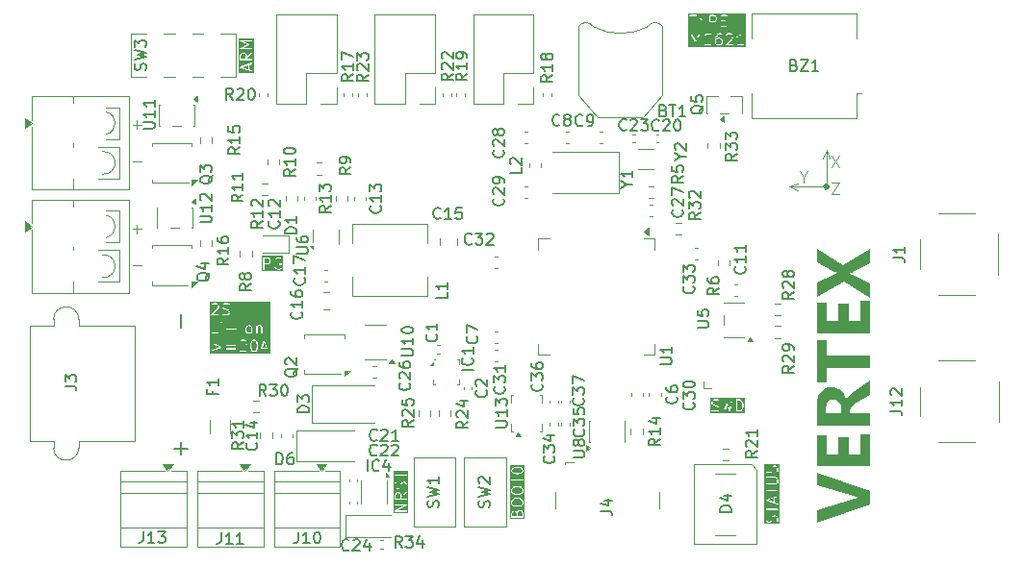
<source format=gbr>
%TF.GenerationSoftware,KiCad,Pcbnew,9.0.6*%
%TF.CreationDate,2026-01-10T10:28:34+02:00*%
%TF.ProjectId,flight_comp,666c6967-6874-45f6-936f-6d702e6b6963,rev?*%
%TF.SameCoordinates,Original*%
%TF.FileFunction,Legend,Top*%
%TF.FilePolarity,Positive*%
%FSLAX46Y46*%
G04 Gerber Fmt 4.6, Leading zero omitted, Abs format (unit mm)*
G04 Created by KiCad (PCBNEW 9.0.6) date 2026-01-10 10:28:34*
%MOMM*%
%LPD*%
G01*
G04 APERTURE LIST*
%ADD10C,0.100000*%
%ADD11C,0.300000*%
%ADD12C,0.150000*%
%ADD13C,0.120000*%
G04 APERTURE END LIST*
D10*
X144750000Y-97450000D02*
X144750000Y-94200000D01*
X141500000Y-97450000D02*
X144750000Y-97450000D01*
X144750000Y-94200000D02*
X144750000Y-97450000D01*
D11*
X144900000Y-97450000D02*
G75*
G02*
X144600000Y-97450000I-150000J0D01*
G01*
X144600000Y-97450000D02*
G75*
G02*
X144900000Y-97450000I150000J0D01*
G01*
D10*
X83716384Y-101171578D02*
X84478289Y-101171578D01*
X84097336Y-101552531D02*
X84097336Y-100790626D01*
X83716384Y-104391466D02*
X84478289Y-104391466D01*
X145034247Y-94975789D02*
X144748533Y-94213884D01*
X144748533Y-94213884D02*
X144462819Y-94975789D01*
G36*
X135445694Y-84442082D02*
G01*
X135481838Y-84478227D01*
X135520550Y-84555650D01*
X135520550Y-84770138D01*
X135481838Y-84847561D01*
X135445692Y-84883708D01*
X135368271Y-84922419D01*
X135201402Y-84922419D01*
X135123979Y-84883708D01*
X135087833Y-84847561D01*
X135049122Y-84770139D01*
X135049122Y-84555650D01*
X135087833Y-84478226D01*
X135123978Y-84442082D01*
X135201402Y-84403371D01*
X135368271Y-84403371D01*
X135445694Y-84442082D01*
G37*
G36*
X134969504Y-82451186D02*
G01*
X135005648Y-82487331D01*
X135044360Y-82564754D01*
X135044360Y-82684004D01*
X135005648Y-82761427D01*
X134969504Y-82797572D01*
X134892081Y-82836284D01*
X134572932Y-82836284D01*
X134572932Y-82412475D01*
X134892081Y-82412475D01*
X134969504Y-82451186D01*
G37*
G36*
X137632617Y-85133530D02*
G01*
X132603722Y-85133530D01*
X132603722Y-83972419D01*
X132853884Y-83972419D01*
X132853884Y-84972419D01*
X132857690Y-84991553D01*
X132884750Y-85018613D01*
X132923018Y-85018613D01*
X132950078Y-84991553D01*
X132953884Y-84972419D01*
X132953884Y-84197796D01*
X133191908Y-84707849D01*
X133199530Y-84718238D01*
X133200343Y-84720473D01*
X133201600Y-84721059D01*
X133203448Y-84723578D01*
X133219520Y-84729422D01*
X133235021Y-84736656D01*
X133237217Y-84735857D01*
X133239413Y-84736656D01*
X133254913Y-84729422D01*
X133270986Y-84723578D01*
X133272833Y-84721059D01*
X133274091Y-84720473D01*
X133274903Y-84718237D01*
X133282526Y-84707848D01*
X133520550Y-84197796D01*
X133520550Y-84972419D01*
X133524356Y-84991553D01*
X133551416Y-85018613D01*
X133589684Y-85018613D01*
X133616744Y-84991553D01*
X133620550Y-84972419D01*
X133620550Y-84400990D01*
X133949122Y-84400990D01*
X133949122Y-84543847D01*
X133950317Y-84549856D01*
X133950615Y-84555974D01*
X133998234Y-84746450D01*
X134000573Y-84751402D01*
X134002020Y-84756684D01*
X134049638Y-84851921D01*
X134054549Y-84858249D01*
X134059004Y-84864916D01*
X134154243Y-84960155D01*
X134156324Y-84961545D01*
X134156838Y-84962573D01*
X134163803Y-84966543D01*
X134170464Y-84970994D01*
X134171612Y-84970994D01*
X134173787Y-84972234D01*
X134316643Y-85019853D01*
X134324593Y-85020855D01*
X134332455Y-85022419D01*
X134427693Y-85022419D01*
X134435555Y-85020855D01*
X134443504Y-85019853D01*
X134586361Y-84972234D01*
X134588536Y-84970994D01*
X134589685Y-84970994D01*
X134596355Y-84966536D01*
X134603309Y-84962573D01*
X134603821Y-84961547D01*
X134605906Y-84960155D01*
X134653525Y-84912535D01*
X134664363Y-84896314D01*
X134664363Y-84858045D01*
X134637303Y-84830986D01*
X134599034Y-84830986D01*
X134582813Y-84841825D01*
X134543540Y-84881098D01*
X134419580Y-84922419D01*
X134340568Y-84922419D01*
X134216608Y-84881099D01*
X134135452Y-84799942D01*
X134093917Y-84716872D01*
X134049122Y-84537692D01*
X134049122Y-84407145D01*
X134050661Y-84400990D01*
X134949122Y-84400990D01*
X134949122Y-84781942D01*
X134949610Y-84784398D01*
X134949248Y-84785487D01*
X134951364Y-84793214D01*
X134952928Y-84801076D01*
X134953739Y-84801887D01*
X134954401Y-84804303D01*
X135002019Y-84899540D01*
X135006930Y-84905868D01*
X135011385Y-84912535D01*
X135059004Y-84960155D01*
X135065670Y-84964609D01*
X135071999Y-84969521D01*
X135167237Y-85017140D01*
X135169652Y-85017801D01*
X135170464Y-85018613D01*
X135178325Y-85020176D01*
X135186053Y-85022293D01*
X135187141Y-85021930D01*
X135189598Y-85022419D01*
X135380074Y-85022419D01*
X135382530Y-85021930D01*
X135383619Y-85022293D01*
X135391346Y-85020176D01*
X135399208Y-85018613D01*
X135400019Y-85017801D01*
X135402435Y-85017140D01*
X135497672Y-84969522D01*
X135503999Y-84964611D01*
X135510668Y-84960155D01*
X135517538Y-84953285D01*
X135857690Y-84953285D01*
X135857690Y-84991553D01*
X135884750Y-85018613D01*
X135903884Y-85022419D01*
X136522931Y-85022419D01*
X136542065Y-85018613D01*
X136569125Y-84991553D01*
X136569125Y-84953285D01*
X136542065Y-84926225D01*
X136522931Y-84922419D01*
X136024594Y-84922419D01*
X136510667Y-84436345D01*
X136512057Y-84434263D01*
X136513085Y-84433750D01*
X136517055Y-84426784D01*
X136521506Y-84420124D01*
X136521506Y-84418976D01*
X136522746Y-84416801D01*
X136570365Y-84273945D01*
X136571367Y-84265994D01*
X136572226Y-84261678D01*
X136854010Y-84261678D01*
X136871124Y-84295906D01*
X136907429Y-84308007D01*
X136926245Y-84302854D01*
X137021482Y-84255236D01*
X137027815Y-84250320D01*
X137034477Y-84245869D01*
X137129715Y-84150631D01*
X137132463Y-84146517D01*
X137135963Y-84143011D01*
X137139598Y-84137558D01*
X137139598Y-84922419D01*
X136903884Y-84922419D01*
X136884750Y-84926225D01*
X136857690Y-84953285D01*
X136857690Y-84991553D01*
X136884750Y-85018613D01*
X136903884Y-85022419D01*
X137475312Y-85022419D01*
X137494446Y-85018613D01*
X137521506Y-84991553D01*
X137521506Y-84953285D01*
X137494446Y-84926225D01*
X137475312Y-84922419D01*
X137239598Y-84922419D01*
X137239598Y-83972419D01*
X137235792Y-83953285D01*
X137232151Y-83949644D01*
X137231142Y-83944597D01*
X137219026Y-83936519D01*
X137208732Y-83926225D01*
X137203586Y-83926225D01*
X137199302Y-83923369D01*
X137185024Y-83926225D01*
X137170464Y-83926225D01*
X137166823Y-83929865D01*
X137161776Y-83930875D01*
X137147996Y-83944684D01*
X137055501Y-84083424D01*
X136969505Y-84169421D01*
X136881523Y-84213412D01*
X136866111Y-84225373D01*
X136854010Y-84261678D01*
X136572226Y-84261678D01*
X136572931Y-84258133D01*
X136572931Y-84162895D01*
X136572442Y-84160438D01*
X136572805Y-84159350D01*
X136570688Y-84151622D01*
X136569125Y-84143761D01*
X136568313Y-84142949D01*
X136567652Y-84140534D01*
X136520033Y-84045296D01*
X136515121Y-84038967D01*
X136510667Y-84032301D01*
X136463048Y-83984683D01*
X136456386Y-83980231D01*
X136450053Y-83975316D01*
X136354816Y-83927698D01*
X136352400Y-83927036D01*
X136351589Y-83926225D01*
X136343727Y-83924661D01*
X136336000Y-83922545D01*
X136334911Y-83922907D01*
X136332455Y-83922419D01*
X136094360Y-83922419D01*
X136091903Y-83922907D01*
X136090815Y-83922545D01*
X136083087Y-83924661D01*
X136075226Y-83926225D01*
X136074414Y-83927036D01*
X136071999Y-83927698D01*
X135976761Y-83975317D01*
X135970432Y-83980228D01*
X135963766Y-83984683D01*
X135916148Y-84032302D01*
X135905309Y-84048523D01*
X135905309Y-84086791D01*
X135932369Y-84113851D01*
X135970637Y-84113851D01*
X135986858Y-84103012D01*
X136028740Y-84061130D01*
X136106164Y-84022419D01*
X136320652Y-84022419D01*
X136398075Y-84061130D01*
X136434219Y-84097275D01*
X136472931Y-84174698D01*
X136472931Y-84250020D01*
X136431610Y-84373981D01*
X135868529Y-84937064D01*
X135857690Y-84953285D01*
X135517538Y-84953285D01*
X135558287Y-84912535D01*
X135562740Y-84905869D01*
X135567652Y-84899541D01*
X135615271Y-84804303D01*
X135615932Y-84801887D01*
X135616744Y-84801076D01*
X135618307Y-84793214D01*
X135620424Y-84785487D01*
X135620061Y-84784398D01*
X135620550Y-84781942D01*
X135620550Y-84543847D01*
X135620061Y-84541390D01*
X135620424Y-84540302D01*
X135618307Y-84532574D01*
X135616744Y-84524713D01*
X135615932Y-84523901D01*
X135615271Y-84521486D01*
X135567652Y-84426248D01*
X135562740Y-84419919D01*
X135558286Y-84413253D01*
X135510667Y-84365635D01*
X135504005Y-84361183D01*
X135497672Y-84356268D01*
X135402435Y-84308650D01*
X135400019Y-84307988D01*
X135399208Y-84307177D01*
X135391346Y-84305613D01*
X135383619Y-84303497D01*
X135382530Y-84303859D01*
X135380074Y-84303371D01*
X135189598Y-84303371D01*
X135187141Y-84303859D01*
X135186053Y-84303497D01*
X135178325Y-84305613D01*
X135170464Y-84307177D01*
X135169652Y-84307988D01*
X135167237Y-84308650D01*
X135071999Y-84356269D01*
X135065670Y-84361180D01*
X135059598Y-84365237D01*
X135093147Y-84231044D01*
X135180837Y-84099508D01*
X135219216Y-84061130D01*
X135296640Y-84022419D01*
X135475312Y-84022419D01*
X135494446Y-84018613D01*
X135521506Y-83991553D01*
X135521506Y-83953285D01*
X135494446Y-83926225D01*
X135475312Y-83922419D01*
X135284836Y-83922419D01*
X135282379Y-83922907D01*
X135281291Y-83922545D01*
X135273563Y-83924661D01*
X135265702Y-83926225D01*
X135264890Y-83927036D01*
X135262475Y-83927698D01*
X135167237Y-83975317D01*
X135160908Y-83980228D01*
X135154242Y-83984683D01*
X135106624Y-84032302D01*
X135103873Y-84036417D01*
X135100377Y-84039922D01*
X135005138Y-84182779D01*
X135001878Y-84190671D01*
X134998234Y-84198387D01*
X134950615Y-84388863D01*
X134950317Y-84394980D01*
X134949122Y-84400990D01*
X134050661Y-84400990D01*
X134093917Y-84227965D01*
X134135453Y-84144893D01*
X134216606Y-84063739D01*
X134340568Y-84022419D01*
X134419580Y-84022419D01*
X134543541Y-84063739D01*
X134582813Y-84103012D01*
X134599034Y-84113851D01*
X134637303Y-84113851D01*
X134664363Y-84086791D01*
X134664363Y-84048522D01*
X134653524Y-84032301D01*
X134605905Y-83984683D01*
X134603822Y-83983291D01*
X134603309Y-83982265D01*
X134596348Y-83978297D01*
X134589684Y-83973844D01*
X134588536Y-83973844D01*
X134586361Y-83972604D01*
X134443504Y-83924985D01*
X134435555Y-83923982D01*
X134427693Y-83922419D01*
X134332455Y-83922419D01*
X134324593Y-83923982D01*
X134316643Y-83924985D01*
X134173787Y-83972604D01*
X134171612Y-83973844D01*
X134170464Y-83973844D01*
X134163803Y-83978294D01*
X134156838Y-83982265D01*
X134156324Y-83983292D01*
X134154243Y-83984683D01*
X134059005Y-84079921D01*
X134054553Y-84086582D01*
X134049638Y-84092916D01*
X134002020Y-84188153D01*
X134000573Y-84193434D01*
X133998234Y-84198387D01*
X133950615Y-84388863D01*
X133950317Y-84394980D01*
X133949122Y-84400990D01*
X133620550Y-84400990D01*
X133620550Y-83972419D01*
X133616744Y-83953285D01*
X133610461Y-83947002D01*
X133607424Y-83938650D01*
X133597458Y-83933999D01*
X133589684Y-83926225D01*
X133580799Y-83926225D01*
X133572746Y-83922467D01*
X133562411Y-83926225D01*
X133551416Y-83926225D01*
X133545133Y-83932507D01*
X133536781Y-83935545D01*
X133525241Y-83951274D01*
X133237216Y-84568469D01*
X132949193Y-83951275D01*
X132937653Y-83935545D01*
X132929300Y-83932507D01*
X132923018Y-83926225D01*
X132912023Y-83926225D01*
X132901688Y-83922467D01*
X132893635Y-83926225D01*
X132884750Y-83926225D01*
X132876975Y-83933999D01*
X132867010Y-83938650D01*
X132863972Y-83947002D01*
X132857690Y-83953285D01*
X132853884Y-83972419D01*
X132603722Y-83972419D01*
X132603722Y-82343341D01*
X132714833Y-82343341D01*
X132714833Y-82381609D01*
X132741893Y-82408669D01*
X132761027Y-82412475D01*
X132996741Y-82412475D01*
X132996741Y-83362475D01*
X133000547Y-83381609D01*
X133027607Y-83408669D01*
X133065875Y-83408669D01*
X133092935Y-83381609D01*
X133096741Y-83362475D01*
X133096741Y-82412475D01*
X133332455Y-82412475D01*
X133351589Y-82408669D01*
X133378649Y-82381609D01*
X133378649Y-82371133D01*
X133473687Y-82371133D01*
X133480749Y-82389319D01*
X133806265Y-82900844D01*
X133806265Y-83362475D01*
X133810071Y-83381609D01*
X133837131Y-83408669D01*
X133875399Y-83408669D01*
X133902459Y-83381609D01*
X133906265Y-83362475D01*
X133906265Y-82900844D01*
X134231781Y-82389319D01*
X134238843Y-82371133D01*
X134236919Y-82362475D01*
X134472932Y-82362475D01*
X134472932Y-83362475D01*
X134476738Y-83381609D01*
X134503798Y-83408669D01*
X134542066Y-83408669D01*
X134569126Y-83381609D01*
X134572932Y-83362475D01*
X134572932Y-82936284D01*
X134903884Y-82936284D01*
X134906340Y-82935795D01*
X134907429Y-82936158D01*
X134915156Y-82934041D01*
X134923018Y-82932478D01*
X134923829Y-82931666D01*
X134926245Y-82931005D01*
X135021482Y-82883387D01*
X135027815Y-82878471D01*
X135034477Y-82874020D01*
X135082096Y-82826402D01*
X135086550Y-82819735D01*
X135091462Y-82813407D01*
X135139081Y-82718169D01*
X135139742Y-82715753D01*
X135140554Y-82714942D01*
X135142117Y-82707080D01*
X135144234Y-82699353D01*
X135143871Y-82698264D01*
X135144360Y-82695808D01*
X135144360Y-82552951D01*
X135143871Y-82550494D01*
X135144234Y-82549406D01*
X135142117Y-82541678D01*
X135140554Y-82533817D01*
X135139742Y-82533005D01*
X135139081Y-82530590D01*
X135091462Y-82435352D01*
X135086550Y-82429023D01*
X135082096Y-82422357D01*
X135034477Y-82374739D01*
X135027815Y-82370287D01*
X135021482Y-82365372D01*
X135015688Y-82362475D01*
X135472932Y-82362475D01*
X135472932Y-83362475D01*
X135476738Y-83381609D01*
X135503798Y-83408669D01*
X135522932Y-83412475D01*
X135999122Y-83412475D01*
X136018256Y-83408669D01*
X136045316Y-83381609D01*
X136045316Y-83343341D01*
X136018256Y-83316281D01*
X135999122Y-83312475D01*
X135572932Y-83312475D01*
X135572932Y-82888665D01*
X135856265Y-82888665D01*
X135875399Y-82884859D01*
X135902459Y-82857799D01*
X135902459Y-82819531D01*
X135875399Y-82792471D01*
X135856265Y-82788665D01*
X135572932Y-82788665D01*
X135572932Y-82412475D01*
X135999122Y-82412475D01*
X136018256Y-82408669D01*
X136045316Y-82381609D01*
X136045316Y-82343341D01*
X136018256Y-82316281D01*
X135999122Y-82312475D01*
X135522932Y-82312475D01*
X135503798Y-82316281D01*
X135476738Y-82343341D01*
X135472932Y-82362475D01*
X135015688Y-82362475D01*
X134926245Y-82317754D01*
X134923829Y-82317092D01*
X134923018Y-82316281D01*
X134915156Y-82314717D01*
X134907429Y-82312601D01*
X134906340Y-82312963D01*
X134903884Y-82312475D01*
X134522932Y-82312475D01*
X134503798Y-82316281D01*
X134476738Y-82343341D01*
X134472932Y-82362475D01*
X134236919Y-82362475D01*
X134230541Y-82333775D01*
X134198256Y-82313230D01*
X134160899Y-82321532D01*
X134147415Y-82335631D01*
X133856265Y-82793152D01*
X133565115Y-82335631D01*
X133551632Y-82321532D01*
X133514274Y-82313230D01*
X133481989Y-82333775D01*
X133473687Y-82371133D01*
X133378649Y-82371133D01*
X133378649Y-82343341D01*
X133351589Y-82316281D01*
X133332455Y-82312475D01*
X132761027Y-82312475D01*
X132741893Y-82316281D01*
X132714833Y-82343341D01*
X132603722Y-82343341D01*
X132603722Y-82201364D01*
X137632617Y-82201364D01*
X137632617Y-85133530D01*
G37*
D11*
G36*
X143925779Y-122647062D02*
G01*
X148634000Y-124266978D01*
X148634000Y-125466894D01*
X143925779Y-127067173D01*
X143925779Y-125926168D01*
X147202541Y-124945778D01*
X147462302Y-124880644D01*
X147672073Y-124850523D01*
X147672073Y-124830886D01*
X147448146Y-124795455D01*
X147189352Y-124729183D01*
X143925779Y-123755240D01*
X143925779Y-122647062D01*
G37*
G36*
X148634000Y-119263907D02*
G01*
X148634000Y-122083740D01*
X143925779Y-122083740D01*
X143925779Y-119372058D01*
X144788640Y-119372058D01*
X144788640Y-121024801D01*
X145839080Y-121024801D01*
X145839080Y-119486950D01*
X146701941Y-119486950D01*
X146701941Y-121024801D01*
X147771138Y-121024801D01*
X147771138Y-119263907D01*
X148634000Y-119263907D01*
G37*
G36*
X148634000Y-115782274D02*
G01*
X147423532Y-116513538D01*
X147177628Y-116670928D01*
X146992394Y-116823335D01*
X146874279Y-116984242D01*
X146843646Y-117070881D01*
X146833246Y-117166252D01*
X146833246Y-117451430D01*
X148634000Y-117451430D01*
X148634000Y-118510369D01*
X143925779Y-118510369D01*
X143925779Y-116972519D01*
X144713609Y-116972519D01*
X144713609Y-117451430D01*
X146045416Y-117451430D01*
X146045416Y-116992449D01*
X146021592Y-116773073D01*
X145954317Y-116593382D01*
X145845235Y-116444661D01*
X145698475Y-116327949D01*
X145532543Y-116258621D01*
X145341117Y-116234808D01*
X145111684Y-116265365D01*
X144944594Y-116348914D01*
X144823580Y-116484148D01*
X144743906Y-116683942D01*
X144713609Y-116972519D01*
X143925779Y-116972519D01*
X143925779Y-116831542D01*
X143952504Y-116372858D01*
X144025235Y-116010675D01*
X144135193Y-115727364D01*
X144277242Y-115508166D01*
X144450364Y-115341925D01*
X144657791Y-115221944D01*
X144906641Y-115146672D01*
X145207175Y-115119888D01*
X145446883Y-115139276D01*
X145662053Y-115195505D01*
X145860980Y-115286723D01*
X146038382Y-115408583D01*
X146193268Y-115559503D01*
X146327370Y-115741535D01*
X146434870Y-115945431D01*
X146517879Y-116175896D01*
X146531069Y-116175896D01*
X146573426Y-116074043D01*
X146637754Y-115972784D01*
X146809799Y-115782568D01*
X147021411Y-115607006D01*
X147242988Y-115454598D01*
X148634000Y-114565945D01*
X148634000Y-115782274D01*
G37*
G36*
X144788640Y-110997264D02*
G01*
X144788640Y-112338450D01*
X148634000Y-112338450D01*
X148634000Y-113400907D01*
X144788640Y-113400907D01*
X144788640Y-114735352D01*
X143925779Y-114735352D01*
X143925779Y-110997264D01*
X144788640Y-110997264D01*
G37*
G36*
X148634000Y-107544940D02*
G01*
X148634000Y-110364773D01*
X143925779Y-110364773D01*
X143925779Y-107653091D01*
X144788640Y-107653091D01*
X144788640Y-109305833D01*
X145839080Y-109305833D01*
X145839080Y-107767983D01*
X146701941Y-107767983D01*
X146701941Y-109305833D01*
X147771138Y-109305833D01*
X147771138Y-107544940D01*
X148634000Y-107544940D01*
G37*
G36*
X148634000Y-102923768D02*
G01*
X148634000Y-104179371D01*
X147100838Y-104989476D01*
X146996266Y-105030817D01*
X146785472Y-105084438D01*
X146785472Y-105097627D01*
X147113734Y-105205778D01*
X148634000Y-106019106D01*
X148634000Y-107281451D01*
X146279889Y-105782875D01*
X143925779Y-107153663D01*
X143925779Y-105864940D01*
X145337600Y-105192882D01*
X145513952Y-105120574D01*
X145734739Y-105051905D01*
X145734739Y-105038715D01*
X145324411Y-104891290D01*
X143925779Y-104143614D01*
X143925779Y-102963042D01*
X146260252Y-104373105D01*
X148634000Y-102923768D01*
G37*
D10*
X145208646Y-94697419D02*
X145875312Y-95697419D01*
X145875312Y-94697419D02*
X145208646Y-95697419D01*
G36*
X95700456Y-103811130D02*
G01*
X95736600Y-103847275D01*
X95775312Y-103924698D01*
X95775312Y-104043948D01*
X95736600Y-104121371D01*
X95700456Y-104157516D01*
X95623033Y-104196228D01*
X95303884Y-104196228D01*
X95303884Y-103772419D01*
X95623033Y-103772419D01*
X95700456Y-103811130D01*
G37*
G36*
X96986423Y-104883530D02*
G01*
X95092773Y-104883530D01*
X95092773Y-103722419D01*
X95203884Y-103722419D01*
X95203884Y-104722419D01*
X95207690Y-104741553D01*
X95234750Y-104768613D01*
X95273018Y-104768613D01*
X95300078Y-104741553D01*
X95303884Y-104722419D01*
X95303884Y-104296228D01*
X95634836Y-104296228D01*
X95637292Y-104295739D01*
X95638381Y-104296102D01*
X95646108Y-104293985D01*
X95653970Y-104292422D01*
X95654781Y-104291610D01*
X95657197Y-104290949D01*
X95752434Y-104243331D01*
X95758767Y-104238415D01*
X95765429Y-104233964D01*
X95813048Y-104186346D01*
X95817502Y-104179679D01*
X95822414Y-104173351D01*
X95833595Y-104150990D01*
X96156265Y-104150990D01*
X96156265Y-104293847D01*
X96157460Y-104299856D01*
X96157758Y-104305974D01*
X96205377Y-104496450D01*
X96207716Y-104501402D01*
X96209163Y-104506684D01*
X96256781Y-104601921D01*
X96261692Y-104608249D01*
X96266147Y-104614916D01*
X96361386Y-104710155D01*
X96363467Y-104711545D01*
X96363981Y-104712573D01*
X96370946Y-104716543D01*
X96377607Y-104720994D01*
X96378755Y-104720994D01*
X96380930Y-104722234D01*
X96523786Y-104769853D01*
X96531736Y-104770855D01*
X96539598Y-104772419D01*
X96634836Y-104772419D01*
X96642698Y-104770855D01*
X96650647Y-104769853D01*
X96793504Y-104722234D01*
X96795679Y-104720994D01*
X96796828Y-104720994D01*
X96803498Y-104716536D01*
X96810452Y-104712573D01*
X96810964Y-104711547D01*
X96813049Y-104710155D01*
X96860668Y-104662535D01*
X96871506Y-104646314D01*
X96875312Y-104627180D01*
X96875312Y-104293847D01*
X96871506Y-104274713D01*
X96844446Y-104247653D01*
X96825312Y-104243847D01*
X96634836Y-104243847D01*
X96615702Y-104247653D01*
X96588642Y-104274713D01*
X96588642Y-104312981D01*
X96615702Y-104340041D01*
X96634836Y-104343847D01*
X96775312Y-104343847D01*
X96775312Y-104606469D01*
X96750683Y-104631098D01*
X96626723Y-104672419D01*
X96547711Y-104672419D01*
X96423751Y-104631099D01*
X96342595Y-104549942D01*
X96301060Y-104466872D01*
X96256265Y-104287692D01*
X96256265Y-104157145D01*
X96301060Y-103977965D01*
X96342596Y-103894893D01*
X96423749Y-103813739D01*
X96547711Y-103772419D01*
X96670652Y-103772419D01*
X96755332Y-103814759D01*
X96774148Y-103819912D01*
X96810453Y-103807810D01*
X96827567Y-103773582D01*
X96815465Y-103737278D01*
X96800053Y-103725316D01*
X96704816Y-103677698D01*
X96702400Y-103677036D01*
X96701589Y-103676225D01*
X96693727Y-103674661D01*
X96686000Y-103672545D01*
X96684911Y-103672907D01*
X96682455Y-103672419D01*
X96539598Y-103672419D01*
X96531736Y-103673982D01*
X96523786Y-103674985D01*
X96380930Y-103722604D01*
X96378755Y-103723844D01*
X96377607Y-103723844D01*
X96370946Y-103728294D01*
X96363981Y-103732265D01*
X96363467Y-103733292D01*
X96361386Y-103734683D01*
X96266148Y-103829921D01*
X96261696Y-103836582D01*
X96256781Y-103842916D01*
X96209163Y-103938153D01*
X96207716Y-103943434D01*
X96205377Y-103948387D01*
X96157758Y-104138863D01*
X96157460Y-104144980D01*
X96156265Y-104150990D01*
X95833595Y-104150990D01*
X95870033Y-104078113D01*
X95870694Y-104075697D01*
X95871506Y-104074886D01*
X95873069Y-104067024D01*
X95875186Y-104059297D01*
X95874823Y-104058208D01*
X95875312Y-104055752D01*
X95875312Y-103912895D01*
X95874823Y-103910438D01*
X95875186Y-103909350D01*
X95873069Y-103901622D01*
X95871506Y-103893761D01*
X95870694Y-103892949D01*
X95870033Y-103890534D01*
X95822414Y-103795296D01*
X95817502Y-103788967D01*
X95813048Y-103782301D01*
X95765429Y-103734683D01*
X95758767Y-103730231D01*
X95752434Y-103725316D01*
X95657197Y-103677698D01*
X95654781Y-103677036D01*
X95653970Y-103676225D01*
X95646108Y-103674661D01*
X95638381Y-103672545D01*
X95637292Y-103672907D01*
X95634836Y-103672419D01*
X95253884Y-103672419D01*
X95234750Y-103676225D01*
X95207690Y-103703285D01*
X95203884Y-103722419D01*
X95092773Y-103722419D01*
X95092773Y-103561308D01*
X96986423Y-103561308D01*
X96986423Y-104883530D01*
G37*
X142744360Y-96596228D02*
X142744360Y-97072419D01*
X142411027Y-96072419D02*
X142744360Y-96596228D01*
X142744360Y-96596228D02*
X143077693Y-96072419D01*
G36*
X117423753Y-126111017D02*
G01*
X117459897Y-126147162D01*
X117498609Y-126224585D01*
X117498609Y-126496115D01*
X117122419Y-126496115D01*
X117122419Y-126224585D01*
X117161130Y-126147161D01*
X117197275Y-126111017D01*
X117274699Y-126072306D01*
X117346330Y-126072306D01*
X117423753Y-126111017D01*
G37*
G36*
X117947561Y-126063398D02*
G01*
X117983708Y-126099544D01*
X118022419Y-126176966D01*
X118022419Y-126496115D01*
X117598609Y-126496115D01*
X117598609Y-126220895D01*
X117639929Y-126096933D01*
X117673465Y-126063398D01*
X117750889Y-126024687D01*
X117870139Y-126024687D01*
X117947561Y-126063398D01*
G37*
G36*
X117903998Y-125019835D02*
G01*
X117983707Y-125099544D01*
X118022419Y-125176966D01*
X118022419Y-125343835D01*
X117983707Y-125421257D01*
X117903998Y-125500966D01*
X117732930Y-125543734D01*
X117411907Y-125543734D01*
X117240837Y-125500966D01*
X117161131Y-125421260D01*
X117122419Y-125343836D01*
X117122419Y-125176966D01*
X117161131Y-125099542D01*
X117240837Y-125019835D01*
X117411907Y-124977068D01*
X117732930Y-124977068D01*
X117903998Y-125019835D01*
G37*
G36*
X117903998Y-123972216D02*
G01*
X117983707Y-124051925D01*
X118022419Y-124129347D01*
X118022419Y-124296216D01*
X117983707Y-124373638D01*
X117903998Y-124453347D01*
X117732930Y-124496115D01*
X117411907Y-124496115D01*
X117240837Y-124453347D01*
X117161131Y-124373641D01*
X117122419Y-124296217D01*
X117122419Y-124129347D01*
X117161131Y-124051923D01*
X117240837Y-123972216D01*
X117411907Y-123929449D01*
X117732930Y-123929449D01*
X117903998Y-123972216D01*
G37*
G36*
X117864491Y-122259958D02*
G01*
X117947561Y-122301493D01*
X117983708Y-122337639D01*
X118022419Y-122415061D01*
X118022419Y-122486692D01*
X117983708Y-122564114D01*
X117947561Y-122600260D01*
X117864491Y-122641796D01*
X117685311Y-122686591D01*
X117459526Y-122686591D01*
X117280347Y-122641796D01*
X117197275Y-122600260D01*
X117161130Y-122564116D01*
X117122419Y-122486693D01*
X117122419Y-122415061D01*
X117161130Y-122337637D01*
X117197275Y-122301493D01*
X117280347Y-122259957D01*
X117459526Y-122215163D01*
X117685311Y-122215163D01*
X117864491Y-122259958D01*
G37*
G36*
X118233530Y-126707226D02*
G01*
X116911308Y-126707226D01*
X116911308Y-126212782D01*
X117022419Y-126212782D01*
X117022419Y-126546115D01*
X117026225Y-126565249D01*
X117053285Y-126592309D01*
X117072419Y-126596115D01*
X118072419Y-126596115D01*
X118091553Y-126592309D01*
X118118613Y-126565249D01*
X118122419Y-126546115D01*
X118122419Y-126165163D01*
X118121930Y-126162706D01*
X118122293Y-126161618D01*
X118120176Y-126153890D01*
X118118613Y-126146029D01*
X118117801Y-126145217D01*
X118117140Y-126142802D01*
X118069521Y-126047564D01*
X118064609Y-126041235D01*
X118060155Y-126034569D01*
X118012535Y-125986950D01*
X118005868Y-125982495D01*
X117999540Y-125977584D01*
X117904303Y-125929966D01*
X117901887Y-125929304D01*
X117901076Y-125928493D01*
X117893214Y-125926929D01*
X117885487Y-125924813D01*
X117884398Y-125925175D01*
X117881942Y-125924687D01*
X117739085Y-125924687D01*
X117736628Y-125925175D01*
X117735540Y-125924813D01*
X117727812Y-125926929D01*
X117719951Y-125928493D01*
X117719139Y-125929304D01*
X117716724Y-125929966D01*
X117621486Y-125977585D01*
X117615157Y-125982496D01*
X117608491Y-125986951D01*
X117560873Y-126034570D01*
X117559481Y-126036652D01*
X117558455Y-126037166D01*
X117554487Y-126044126D01*
X117550034Y-126050791D01*
X117550034Y-126051938D01*
X117548794Y-126054114D01*
X117538407Y-126085274D01*
X117536345Y-126082188D01*
X117488726Y-126034570D01*
X117482064Y-126030118D01*
X117475731Y-126025203D01*
X117380494Y-125977585D01*
X117378078Y-125976923D01*
X117377267Y-125976112D01*
X117369405Y-125974548D01*
X117361678Y-125972432D01*
X117360589Y-125972794D01*
X117358133Y-125972306D01*
X117262895Y-125972306D01*
X117260438Y-125972794D01*
X117259350Y-125972432D01*
X117251622Y-125974548D01*
X117243761Y-125976112D01*
X117242949Y-125976923D01*
X117240534Y-125977585D01*
X117145296Y-126025204D01*
X117138967Y-126030115D01*
X117132301Y-126034570D01*
X117084683Y-126082189D01*
X117080231Y-126088850D01*
X117075316Y-126095184D01*
X117027698Y-126190421D01*
X117027036Y-126192836D01*
X117026225Y-126193648D01*
X117024661Y-126201509D01*
X117022545Y-126209237D01*
X117022907Y-126210325D01*
X117022419Y-126212782D01*
X116911308Y-126212782D01*
X116911308Y-125165163D01*
X117022419Y-125165163D01*
X117022419Y-125355639D01*
X117022907Y-125358095D01*
X117022545Y-125359184D01*
X117024661Y-125366911D01*
X117026225Y-125374773D01*
X117027036Y-125375584D01*
X117027698Y-125378000D01*
X117075316Y-125473237D01*
X117080231Y-125479570D01*
X117084683Y-125486232D01*
X117179921Y-125581470D01*
X117184423Y-125584478D01*
X117185510Y-125586289D01*
X117191048Y-125588905D01*
X117196142Y-125592309D01*
X117198253Y-125592309D01*
X117203149Y-125594622D01*
X117393625Y-125642241D01*
X117399742Y-125642538D01*
X117405752Y-125643734D01*
X117739085Y-125643734D01*
X117745094Y-125642538D01*
X117751212Y-125642241D01*
X117941688Y-125594622D01*
X117946584Y-125592309D01*
X117948695Y-125592309D01*
X117953790Y-125588904D01*
X117959327Y-125586289D01*
X117960412Y-125584480D01*
X117964916Y-125581471D01*
X118060155Y-125486232D01*
X118064605Y-125479572D01*
X118069521Y-125473238D01*
X118117140Y-125378000D01*
X118117801Y-125375584D01*
X118118613Y-125374773D01*
X118120176Y-125366911D01*
X118122293Y-125359184D01*
X118121930Y-125358095D01*
X118122419Y-125355639D01*
X118122419Y-125165163D01*
X118121930Y-125162706D01*
X118122293Y-125161618D01*
X118120176Y-125153890D01*
X118118613Y-125146029D01*
X118117801Y-125145217D01*
X118117140Y-125142802D01*
X118069521Y-125047564D01*
X118064605Y-125041229D01*
X118060155Y-125034570D01*
X117964916Y-124939331D01*
X117960412Y-124936321D01*
X117959327Y-124934513D01*
X117953790Y-124931897D01*
X117948695Y-124928493D01*
X117946584Y-124928493D01*
X117941688Y-124926180D01*
X117751212Y-124878561D01*
X117745094Y-124878263D01*
X117739085Y-124877068D01*
X117405752Y-124877068D01*
X117399742Y-124878263D01*
X117393625Y-124878561D01*
X117203149Y-124926180D01*
X117198253Y-124928493D01*
X117196142Y-124928493D01*
X117191048Y-124931896D01*
X117185510Y-124934513D01*
X117184423Y-124936323D01*
X117179921Y-124939332D01*
X117084683Y-125034570D01*
X117080231Y-125041231D01*
X117075316Y-125047565D01*
X117027698Y-125142802D01*
X117027036Y-125145217D01*
X117026225Y-125146029D01*
X117024661Y-125153890D01*
X117022545Y-125161618D01*
X117022907Y-125162706D01*
X117022419Y-125165163D01*
X116911308Y-125165163D01*
X116911308Y-124117544D01*
X117022419Y-124117544D01*
X117022419Y-124308020D01*
X117022907Y-124310476D01*
X117022545Y-124311565D01*
X117024661Y-124319292D01*
X117026225Y-124327154D01*
X117027036Y-124327965D01*
X117027698Y-124330381D01*
X117075316Y-124425618D01*
X117080231Y-124431951D01*
X117084683Y-124438613D01*
X117179921Y-124533851D01*
X117184423Y-124536859D01*
X117185510Y-124538670D01*
X117191048Y-124541286D01*
X117196142Y-124544690D01*
X117198253Y-124544690D01*
X117203149Y-124547003D01*
X117393625Y-124594622D01*
X117399742Y-124594919D01*
X117405752Y-124596115D01*
X117739085Y-124596115D01*
X117745094Y-124594919D01*
X117751212Y-124594622D01*
X117941688Y-124547003D01*
X117946584Y-124544690D01*
X117948695Y-124544690D01*
X117953790Y-124541285D01*
X117959327Y-124538670D01*
X117960412Y-124536861D01*
X117964916Y-124533852D01*
X118060155Y-124438613D01*
X118064605Y-124431953D01*
X118069521Y-124425619D01*
X118117140Y-124330381D01*
X118117801Y-124327965D01*
X118118613Y-124327154D01*
X118120176Y-124319292D01*
X118122293Y-124311565D01*
X118121930Y-124310476D01*
X118122419Y-124308020D01*
X118122419Y-124117544D01*
X118121930Y-124115087D01*
X118122293Y-124113999D01*
X118120176Y-124106271D01*
X118118613Y-124098410D01*
X118117801Y-124097598D01*
X118117140Y-124095183D01*
X118069521Y-123999945D01*
X118064605Y-123993610D01*
X118060155Y-123986951D01*
X117964916Y-123891712D01*
X117960412Y-123888702D01*
X117959327Y-123886894D01*
X117953790Y-123884278D01*
X117948695Y-123880874D01*
X117946584Y-123880874D01*
X117941688Y-123878561D01*
X117751212Y-123830942D01*
X117745094Y-123830644D01*
X117739085Y-123829449D01*
X117405752Y-123829449D01*
X117399742Y-123830644D01*
X117393625Y-123830942D01*
X117203149Y-123878561D01*
X117198253Y-123880874D01*
X117196142Y-123880874D01*
X117191048Y-123884277D01*
X117185510Y-123886894D01*
X117184423Y-123888704D01*
X117179921Y-123891713D01*
X117084683Y-123986951D01*
X117080231Y-123993612D01*
X117075316Y-123999946D01*
X117027698Y-124095183D01*
X117027036Y-124097598D01*
X117026225Y-124098410D01*
X117024661Y-124106271D01*
X117022545Y-124113999D01*
X117022907Y-124115087D01*
X117022419Y-124117544D01*
X116911308Y-124117544D01*
X116911308Y-123022306D01*
X117022419Y-123022306D01*
X117022419Y-123593734D01*
X117026225Y-123612868D01*
X117053285Y-123639928D01*
X117091553Y-123639928D01*
X117118613Y-123612868D01*
X117122419Y-123593734D01*
X117122419Y-123358020D01*
X118072419Y-123358020D01*
X118091553Y-123354214D01*
X118118613Y-123327154D01*
X118118613Y-123288886D01*
X118091553Y-123261826D01*
X118072419Y-123258020D01*
X117122419Y-123258020D01*
X117122419Y-123022306D01*
X117118613Y-123003172D01*
X117091553Y-122976112D01*
X117053285Y-122976112D01*
X117026225Y-123003172D01*
X117022419Y-123022306D01*
X116911308Y-123022306D01*
X116911308Y-122403258D01*
X117022419Y-122403258D01*
X117022419Y-122498496D01*
X117022907Y-122500952D01*
X117022545Y-122502041D01*
X117024661Y-122509768D01*
X117026225Y-122517630D01*
X117027036Y-122518441D01*
X117027698Y-122520857D01*
X117075316Y-122616094D01*
X117080231Y-122622427D01*
X117084683Y-122629089D01*
X117132301Y-122676708D01*
X117138967Y-122681162D01*
X117145296Y-122686074D01*
X117240534Y-122733693D01*
X117245815Y-122735139D01*
X117250768Y-122737479D01*
X117441244Y-122785098D01*
X117447361Y-122785395D01*
X117453371Y-122786591D01*
X117691466Y-122786591D01*
X117697475Y-122785395D01*
X117703593Y-122785098D01*
X117894069Y-122737479D01*
X117899021Y-122735139D01*
X117904303Y-122733693D01*
X117999540Y-122686075D01*
X118005868Y-122681163D01*
X118012535Y-122676709D01*
X118060155Y-122629090D01*
X118064609Y-122622423D01*
X118069521Y-122616095D01*
X118117140Y-122520857D01*
X118117801Y-122518441D01*
X118118613Y-122517630D01*
X118120176Y-122509768D01*
X118122293Y-122502041D01*
X118121930Y-122500952D01*
X118122419Y-122498496D01*
X118122419Y-122403258D01*
X118121930Y-122400801D01*
X118122293Y-122399713D01*
X118120176Y-122391985D01*
X118118613Y-122384124D01*
X118117801Y-122383312D01*
X118117140Y-122380897D01*
X118069521Y-122285659D01*
X118064609Y-122279330D01*
X118060155Y-122272664D01*
X118012535Y-122225045D01*
X118005868Y-122220590D01*
X117999540Y-122215679D01*
X117904303Y-122168061D01*
X117899021Y-122166614D01*
X117894069Y-122164275D01*
X117703593Y-122116656D01*
X117697475Y-122116358D01*
X117691466Y-122115163D01*
X117453371Y-122115163D01*
X117447361Y-122116358D01*
X117441244Y-122116656D01*
X117250768Y-122164275D01*
X117245815Y-122166614D01*
X117240534Y-122168061D01*
X117145296Y-122215680D01*
X117138967Y-122220591D01*
X117132301Y-122225046D01*
X117084683Y-122272665D01*
X117080231Y-122279326D01*
X117075316Y-122285660D01*
X117027698Y-122380897D01*
X117027036Y-122383312D01*
X117026225Y-122384124D01*
X117024661Y-122391985D01*
X117022545Y-122399713D01*
X117022907Y-122400801D01*
X117022419Y-122403258D01*
X116911308Y-122403258D01*
X116911308Y-122004052D01*
X118233530Y-122004052D01*
X118233530Y-126707226D01*
G37*
G36*
X137203065Y-116313739D02*
G01*
X137284218Y-116394892D01*
X137325755Y-116477966D01*
X137370550Y-116657145D01*
X137370550Y-116787692D01*
X137325755Y-116966870D01*
X137284218Y-117049944D01*
X137203064Y-117131098D01*
X137079104Y-117172419D01*
X136899122Y-117172419D01*
X136899122Y-116272419D01*
X137079104Y-116272419D01*
X137203065Y-116313739D01*
G37*
G36*
X137581661Y-117383530D02*
G01*
X134545154Y-117383530D01*
X134545154Y-116412895D01*
X134656265Y-116412895D01*
X134656265Y-116508133D01*
X134656753Y-116510589D01*
X134656391Y-116511678D01*
X134658507Y-116519405D01*
X134660071Y-116527267D01*
X134660882Y-116528078D01*
X134661544Y-116530494D01*
X134709162Y-116625731D01*
X134714077Y-116632064D01*
X134718529Y-116638726D01*
X134766147Y-116686345D01*
X134772813Y-116690799D01*
X134779142Y-116695711D01*
X134874380Y-116743330D01*
X134879661Y-116744776D01*
X134884614Y-116747116D01*
X135069766Y-116793404D01*
X135152837Y-116834939D01*
X135188981Y-116871084D01*
X135227693Y-116948507D01*
X135227693Y-117020138D01*
X135188981Y-117097561D01*
X135152835Y-117133708D01*
X135075414Y-117172419D01*
X134857235Y-117172419D01*
X134722076Y-117127366D01*
X134702721Y-117124926D01*
X134668492Y-117142040D01*
X134656391Y-117178344D01*
X134673505Y-117212573D01*
X134690454Y-117222234D01*
X134833310Y-117269853D01*
X134841260Y-117270855D01*
X134849122Y-117272419D01*
X135087217Y-117272419D01*
X135089673Y-117271930D01*
X135090762Y-117272293D01*
X135098489Y-117270176D01*
X135106351Y-117268613D01*
X135107162Y-117267801D01*
X135109578Y-117267140D01*
X135204815Y-117219522D01*
X135211142Y-117214611D01*
X135217811Y-117210155D01*
X135265430Y-117162535D01*
X135269883Y-117155869D01*
X135274795Y-117149541D01*
X135322414Y-117054303D01*
X135323075Y-117051887D01*
X135323887Y-117051076D01*
X135325450Y-117043214D01*
X135327567Y-117035487D01*
X135327204Y-117034398D01*
X135327693Y-117031942D01*
X135327693Y-116936704D01*
X135327204Y-116934247D01*
X135327567Y-116933159D01*
X135325450Y-116925431D01*
X135323887Y-116917570D01*
X135323075Y-116916758D01*
X135322414Y-116914343D01*
X135274795Y-116819105D01*
X135269883Y-116812776D01*
X135265429Y-116806110D01*
X135217810Y-116758492D01*
X135211148Y-116754040D01*
X135204815Y-116749125D01*
X135109578Y-116701507D01*
X135104296Y-116700060D01*
X135099344Y-116697721D01*
X134914193Y-116651433D01*
X134831121Y-116609897D01*
X134794976Y-116573753D01*
X134756265Y-116496330D01*
X134756265Y-116424698D01*
X134794976Y-116347274D01*
X134831121Y-116311130D01*
X134908545Y-116272419D01*
X135126723Y-116272419D01*
X135261881Y-116317472D01*
X135281237Y-116319912D01*
X135315465Y-116302798D01*
X135327567Y-116266494D01*
X135310452Y-116232265D01*
X135293504Y-116222604D01*
X135269207Y-116214505D01*
X135561657Y-116214505D01*
X135562387Y-116234000D01*
X135800482Y-117234000D01*
X135808616Y-117251732D01*
X135814985Y-117255651D01*
X135818732Y-117262123D01*
X135830677Y-117265308D01*
X135841208Y-117271789D01*
X135848483Y-117270056D01*
X135855707Y-117271983D01*
X135866405Y-117265789D01*
X135878435Y-117262925D01*
X135882354Y-117256555D01*
X135888826Y-117252809D01*
X135897434Y-117235302D01*
X136039598Y-116702186D01*
X136181762Y-117235302D01*
X136190370Y-117252810D01*
X136196842Y-117256557D01*
X136200761Y-117262925D01*
X136212787Y-117265788D01*
X136223489Y-117271984D01*
X136230714Y-117270057D01*
X136237988Y-117271789D01*
X136248517Y-117265308D01*
X136260464Y-117262123D01*
X136264210Y-117255651D01*
X136270580Y-117251732D01*
X136278714Y-117234000D01*
X136516810Y-116234000D01*
X136517244Y-116222419D01*
X136799122Y-116222419D01*
X136799122Y-117222419D01*
X136802928Y-117241553D01*
X136829988Y-117268613D01*
X136849122Y-117272419D01*
X137087217Y-117272419D01*
X137095079Y-117270855D01*
X137103028Y-117269853D01*
X137245885Y-117222234D01*
X137248060Y-117220994D01*
X137249209Y-117220994D01*
X137255879Y-117216536D01*
X137262833Y-117212573D01*
X137263345Y-117211547D01*
X137265430Y-117210155D01*
X137360668Y-117114916D01*
X137365121Y-117108250D01*
X137370033Y-117101922D01*
X137417652Y-117006684D01*
X137419098Y-117001402D01*
X137421438Y-116996450D01*
X137469057Y-116805974D01*
X137469354Y-116799856D01*
X137470550Y-116793847D01*
X137470550Y-116650990D01*
X137469354Y-116644980D01*
X137469057Y-116638863D01*
X137421438Y-116448387D01*
X137419098Y-116443434D01*
X137417652Y-116438153D01*
X137370033Y-116342915D01*
X137365117Y-116336580D01*
X137360667Y-116329921D01*
X137265429Y-116234683D01*
X137263346Y-116233291D01*
X137262833Y-116232265D01*
X137255872Y-116228297D01*
X137249208Y-116223844D01*
X137248060Y-116223844D01*
X137245885Y-116222604D01*
X137103028Y-116174985D01*
X137095079Y-116173982D01*
X137087217Y-116172419D01*
X136849122Y-116172419D01*
X136829988Y-116176225D01*
X136802928Y-116203285D01*
X136799122Y-116222419D01*
X136517244Y-116222419D01*
X136517540Y-116214505D01*
X136497483Y-116181913D01*
X136460256Y-116173049D01*
X136427664Y-116193106D01*
X136419530Y-116210838D01*
X136227329Y-117018075D01*
X136087910Y-116495250D01*
X136079302Y-116477743D01*
X136073403Y-116474327D01*
X136069988Y-116468429D01*
X136057428Y-116465079D01*
X136046183Y-116458569D01*
X136039599Y-116460324D01*
X136033013Y-116458568D01*
X136021763Y-116465080D01*
X136009208Y-116468429D01*
X136005793Y-116474326D01*
X135999894Y-116477742D01*
X135991286Y-116495250D01*
X135851866Y-117018075D01*
X135659667Y-116210838D01*
X135651533Y-116193106D01*
X135618941Y-116173049D01*
X135581714Y-116181913D01*
X135561657Y-116214505D01*
X135269207Y-116214505D01*
X135150647Y-116174985D01*
X135142698Y-116173982D01*
X135134836Y-116172419D01*
X134896741Y-116172419D01*
X134894284Y-116172907D01*
X134893196Y-116172545D01*
X134885468Y-116174661D01*
X134877607Y-116176225D01*
X134876795Y-116177036D01*
X134874380Y-116177698D01*
X134779142Y-116225317D01*
X134772813Y-116230228D01*
X134766147Y-116234683D01*
X134718529Y-116282302D01*
X134714077Y-116288963D01*
X134709162Y-116295297D01*
X134661544Y-116390534D01*
X134660882Y-116392949D01*
X134660071Y-116393761D01*
X134658507Y-116401622D01*
X134656391Y-116409350D01*
X134656753Y-116410438D01*
X134656265Y-116412895D01*
X134545154Y-116412895D01*
X134545154Y-116061308D01*
X137581661Y-116061308D01*
X137581661Y-117383530D01*
G37*
X145208646Y-97072419D02*
X145875312Y-97072419D01*
X145875312Y-97072419D02*
X145208646Y-98072419D01*
X145208646Y-98072419D02*
X145875312Y-98072419D01*
X142275789Y-97165752D02*
X141513884Y-97451466D01*
X141513884Y-97451466D02*
X142275789Y-97737180D01*
G36*
X107221372Y-124515779D02*
G01*
X107257516Y-124551924D01*
X107296228Y-124629347D01*
X107296228Y-124948496D01*
X106872419Y-124948496D01*
X106872419Y-124629347D01*
X106911130Y-124551923D01*
X106947275Y-124515779D01*
X107024699Y-124477068D01*
X107143949Y-124477068D01*
X107221372Y-124515779D01*
G37*
G36*
X107983530Y-126207226D02*
G01*
X106661308Y-126207226D01*
X106661308Y-126052421D01*
X106772818Y-126052421D01*
X106776225Y-126058383D01*
X106776225Y-126065249D01*
X106785378Y-126074402D01*
X106791804Y-126085647D01*
X106798430Y-126087454D01*
X106803285Y-126092309D01*
X106822419Y-126096115D01*
X107822419Y-126096115D01*
X107841553Y-126092309D01*
X107868613Y-126065249D01*
X107868613Y-126026981D01*
X107841553Y-125999921D01*
X107822419Y-125996115D01*
X107010697Y-125996115D01*
X107847226Y-125518099D01*
X107861951Y-125505301D01*
X107863757Y-125498676D01*
X107868613Y-125493821D01*
X107868613Y-125480873D01*
X107872020Y-125468381D01*
X107868613Y-125462418D01*
X107868613Y-125455553D01*
X107859459Y-125446399D01*
X107853034Y-125435155D01*
X107846407Y-125433347D01*
X107841553Y-125428493D01*
X107822419Y-125424687D01*
X106822419Y-125424687D01*
X106803285Y-125428493D01*
X106776225Y-125455553D01*
X106776225Y-125493821D01*
X106803285Y-125520881D01*
X106822419Y-125524687D01*
X107634141Y-125524687D01*
X106797612Y-126002703D01*
X106782887Y-126015500D01*
X106781079Y-126022126D01*
X106776225Y-126026981D01*
X106776225Y-126039928D01*
X106772818Y-126052421D01*
X106661308Y-126052421D01*
X106661308Y-124617544D01*
X106772419Y-124617544D01*
X106772419Y-124998496D01*
X106776225Y-125017630D01*
X106803285Y-125044690D01*
X106822419Y-125048496D01*
X107822419Y-125048496D01*
X107841553Y-125044690D01*
X107868613Y-125017630D01*
X107868613Y-124979362D01*
X107841553Y-124952302D01*
X107822419Y-124948496D01*
X107396228Y-124948496D01*
X107396228Y-124786434D01*
X107851092Y-124468030D01*
X107864585Y-124453939D01*
X107871235Y-124416253D01*
X107849290Y-124384902D01*
X107811604Y-124378252D01*
X107793746Y-124386106D01*
X107396228Y-124664368D01*
X107396228Y-124617544D01*
X107395739Y-124615087D01*
X107396102Y-124613999D01*
X107393985Y-124606271D01*
X107392422Y-124598410D01*
X107391610Y-124597598D01*
X107390949Y-124595183D01*
X107343330Y-124499945D01*
X107338418Y-124493616D01*
X107333964Y-124486950D01*
X107286345Y-124439332D01*
X107279683Y-124434880D01*
X107273350Y-124429965D01*
X107178113Y-124382347D01*
X107175697Y-124381685D01*
X107174886Y-124380874D01*
X107167024Y-124379310D01*
X107159297Y-124377194D01*
X107158208Y-124377556D01*
X107155752Y-124377068D01*
X107012895Y-124377068D01*
X107010438Y-124377556D01*
X107009350Y-124377194D01*
X107001622Y-124379310D01*
X106993761Y-124380874D01*
X106992949Y-124381685D01*
X106990534Y-124382347D01*
X106895296Y-124429966D01*
X106888967Y-124434877D01*
X106882301Y-124439332D01*
X106834683Y-124486951D01*
X106830231Y-124493612D01*
X106825316Y-124499946D01*
X106777698Y-124595183D01*
X106777036Y-124597598D01*
X106776225Y-124598410D01*
X106774661Y-124606271D01*
X106772545Y-124613999D01*
X106772907Y-124615087D01*
X106772419Y-124617544D01*
X106661308Y-124617544D01*
X106661308Y-123617544D01*
X106772419Y-123617544D01*
X106772419Y-123855639D01*
X106772907Y-123858095D01*
X106772545Y-123859184D01*
X106774661Y-123866911D01*
X106776225Y-123874773D01*
X106777036Y-123875584D01*
X106777698Y-123878000D01*
X106825316Y-123973237D01*
X106830231Y-123979570D01*
X106834683Y-123986232D01*
X106882301Y-124033851D01*
X106888967Y-124038305D01*
X106895296Y-124043217D01*
X106990534Y-124090836D01*
X106992949Y-124091497D01*
X106993761Y-124092309D01*
X107001622Y-124093872D01*
X107009350Y-124095989D01*
X107010438Y-124095626D01*
X107012895Y-124096115D01*
X107108133Y-124096115D01*
X107110589Y-124095626D01*
X107111678Y-124095989D01*
X107119405Y-124093872D01*
X107127267Y-124092309D01*
X107128078Y-124091497D01*
X107130494Y-124090836D01*
X107225731Y-124043218D01*
X107232064Y-124038302D01*
X107238726Y-124033851D01*
X107286345Y-123986233D01*
X107290799Y-123979566D01*
X107295711Y-123973238D01*
X107343330Y-123878000D01*
X107344776Y-123872718D01*
X107347116Y-123867766D01*
X107393404Y-123682614D01*
X107434939Y-123599542D01*
X107471084Y-123563398D01*
X107548508Y-123524687D01*
X107620139Y-123524687D01*
X107697561Y-123563398D01*
X107733708Y-123599544D01*
X107772419Y-123676966D01*
X107772419Y-123895145D01*
X107727366Y-124030304D01*
X107724926Y-124049659D01*
X107742040Y-124083888D01*
X107778344Y-124095989D01*
X107812573Y-124078875D01*
X107822234Y-124061926D01*
X107869853Y-123919070D01*
X107870855Y-123911119D01*
X107872419Y-123903258D01*
X107872419Y-123665163D01*
X107871930Y-123662706D01*
X107872293Y-123661618D01*
X107870176Y-123653890D01*
X107868613Y-123646029D01*
X107867801Y-123645217D01*
X107867140Y-123642802D01*
X107819521Y-123547564D01*
X107814609Y-123541235D01*
X107810155Y-123534569D01*
X107762535Y-123486950D01*
X107755868Y-123482495D01*
X107749540Y-123477584D01*
X107654303Y-123429966D01*
X107651887Y-123429304D01*
X107651076Y-123428493D01*
X107643214Y-123426929D01*
X107635487Y-123424813D01*
X107634398Y-123425175D01*
X107631942Y-123424687D01*
X107536704Y-123424687D01*
X107534247Y-123425175D01*
X107533159Y-123424813D01*
X107525431Y-123426929D01*
X107517570Y-123428493D01*
X107516758Y-123429304D01*
X107514343Y-123429966D01*
X107419105Y-123477585D01*
X107412776Y-123482496D01*
X107406110Y-123486951D01*
X107358492Y-123534570D01*
X107354040Y-123541231D01*
X107349125Y-123547565D01*
X107301507Y-123642802D01*
X107300060Y-123648083D01*
X107297721Y-123653036D01*
X107251433Y-123838186D01*
X107209897Y-123921258D01*
X107173753Y-123957403D01*
X107096330Y-123996115D01*
X107024699Y-123996115D01*
X106947275Y-123957403D01*
X106911130Y-123921259D01*
X106872419Y-123843836D01*
X106872419Y-123625657D01*
X106917472Y-123490499D01*
X106919912Y-123471143D01*
X106902798Y-123436915D01*
X106866494Y-123424813D01*
X106832265Y-123441928D01*
X106822604Y-123458876D01*
X106774985Y-123601733D01*
X106773982Y-123609681D01*
X106772419Y-123617544D01*
X106661308Y-123617544D01*
X106661308Y-122617544D01*
X106772419Y-122617544D01*
X106772419Y-123188972D01*
X106776225Y-123208106D01*
X106803285Y-123235166D01*
X106841553Y-123235166D01*
X106868613Y-123208106D01*
X106872419Y-123188972D01*
X106872419Y-122953258D01*
X107822419Y-122953258D01*
X107841553Y-122949452D01*
X107868613Y-122922392D01*
X107868613Y-122884124D01*
X107841553Y-122857064D01*
X107822419Y-122853258D01*
X106872419Y-122853258D01*
X106872419Y-122617544D01*
X106868613Y-122598410D01*
X106841553Y-122571350D01*
X106803285Y-122571350D01*
X106776225Y-122598410D01*
X106772419Y-122617544D01*
X106661308Y-122617544D01*
X106661308Y-122460239D01*
X107983530Y-122460239D01*
X107983530Y-126207226D01*
G37*
G36*
X93876704Y-87094362D02*
G01*
X93370532Y-86925639D01*
X93876704Y-86756915D01*
X93876704Y-87094362D01*
G37*
G36*
X93611372Y-85776255D02*
G01*
X93647516Y-85812400D01*
X93686228Y-85889823D01*
X93686228Y-86208972D01*
X93262419Y-86208972D01*
X93262419Y-85889823D01*
X93301130Y-85812399D01*
X93337275Y-85776255D01*
X93414699Y-85737544D01*
X93533949Y-85737544D01*
X93611372Y-85776255D01*
G37*
G36*
X94373404Y-87419957D02*
G01*
X93051308Y-87419957D01*
X93051308Y-86922095D01*
X93162545Y-86922095D01*
X93163726Y-86925639D01*
X93162545Y-86929183D01*
X93169632Y-86943359D01*
X93174646Y-86958399D01*
X93177988Y-86960069D01*
X93179659Y-86963412D01*
X93196608Y-86973073D01*
X94196607Y-87306406D01*
X94215963Y-87308846D01*
X94250191Y-87291732D01*
X94262293Y-87255428D01*
X94245178Y-87221199D01*
X94228230Y-87211538D01*
X93976704Y-87127696D01*
X93976704Y-86723581D01*
X94228230Y-86639740D01*
X94245178Y-86630079D01*
X94262293Y-86595850D01*
X94250191Y-86559546D01*
X94215963Y-86542432D01*
X94196607Y-86544872D01*
X93196608Y-86878205D01*
X93179659Y-86887866D01*
X93177988Y-86891208D01*
X93174646Y-86892879D01*
X93169632Y-86907918D01*
X93162545Y-86922095D01*
X93051308Y-86922095D01*
X93051308Y-85878020D01*
X93162419Y-85878020D01*
X93162419Y-86258972D01*
X93166225Y-86278106D01*
X93193285Y-86305166D01*
X93212419Y-86308972D01*
X94212419Y-86308972D01*
X94231553Y-86305166D01*
X94258613Y-86278106D01*
X94258613Y-86239838D01*
X94231553Y-86212778D01*
X94212419Y-86208972D01*
X93786228Y-86208972D01*
X93786228Y-86046910D01*
X94241092Y-85728506D01*
X94254585Y-85714415D01*
X94261235Y-85676729D01*
X94239290Y-85645378D01*
X94201604Y-85638728D01*
X94183746Y-85646582D01*
X93786228Y-85924844D01*
X93786228Y-85878020D01*
X93785739Y-85875563D01*
X93786102Y-85874475D01*
X93783985Y-85866747D01*
X93782422Y-85858886D01*
X93781610Y-85858074D01*
X93780949Y-85855659D01*
X93733330Y-85760421D01*
X93728418Y-85754092D01*
X93723964Y-85747426D01*
X93676345Y-85699808D01*
X93669683Y-85695356D01*
X93663350Y-85690441D01*
X93568113Y-85642823D01*
X93565697Y-85642161D01*
X93564886Y-85641350D01*
X93557024Y-85639786D01*
X93549297Y-85637670D01*
X93548208Y-85638032D01*
X93545752Y-85637544D01*
X93402895Y-85637544D01*
X93400438Y-85638032D01*
X93399350Y-85637670D01*
X93391622Y-85639786D01*
X93383761Y-85641350D01*
X93382949Y-85642161D01*
X93380534Y-85642823D01*
X93285296Y-85690442D01*
X93278967Y-85695353D01*
X93272301Y-85699808D01*
X93224683Y-85747427D01*
X93220231Y-85754088D01*
X93215316Y-85760422D01*
X93167698Y-85855659D01*
X93167036Y-85858074D01*
X93166225Y-85858886D01*
X93164661Y-85866747D01*
X93162545Y-85874475D01*
X93162907Y-85875563D01*
X93162419Y-85878020D01*
X93051308Y-85878020D01*
X93051308Y-84590110D01*
X93162467Y-84590110D01*
X93166225Y-84600444D01*
X93166225Y-84611440D01*
X93172507Y-84617722D01*
X93175545Y-84626075D01*
X93191275Y-84637615D01*
X93808469Y-84925639D01*
X93191275Y-85213663D01*
X93175545Y-85225203D01*
X93172507Y-85233555D01*
X93166225Y-85239838D01*
X93166225Y-85250833D01*
X93162467Y-85261168D01*
X93166225Y-85269220D01*
X93166225Y-85278106D01*
X93173999Y-85285880D01*
X93178650Y-85295846D01*
X93187002Y-85298883D01*
X93193285Y-85305166D01*
X93212419Y-85308972D01*
X94212419Y-85308972D01*
X94231553Y-85305166D01*
X94258613Y-85278106D01*
X94258613Y-85239838D01*
X94231553Y-85212778D01*
X94212419Y-85208972D01*
X93437797Y-85208972D01*
X93947849Y-84970948D01*
X93958238Y-84963325D01*
X93960473Y-84962513D01*
X93961059Y-84961255D01*
X93963578Y-84959408D01*
X93969422Y-84943335D01*
X93976656Y-84927835D01*
X93975857Y-84925639D01*
X93976656Y-84923443D01*
X93969422Y-84907942D01*
X93963578Y-84891870D01*
X93961059Y-84890022D01*
X93960473Y-84888765D01*
X93958238Y-84887952D01*
X93947849Y-84880330D01*
X93437797Y-84642306D01*
X94212419Y-84642306D01*
X94231553Y-84638500D01*
X94258613Y-84611440D01*
X94258613Y-84573172D01*
X94231553Y-84546112D01*
X94212419Y-84542306D01*
X93212419Y-84542306D01*
X93193285Y-84546112D01*
X93187002Y-84552394D01*
X93178650Y-84555432D01*
X93173999Y-84565397D01*
X93166225Y-84573172D01*
X93166225Y-84582057D01*
X93162467Y-84590110D01*
X93051308Y-84590110D01*
X93051308Y-84431195D01*
X94373404Y-84431195D01*
X94373404Y-87419957D01*
G37*
X83716384Y-91971578D02*
X84478289Y-91971578D01*
X84097336Y-92352531D02*
X84097336Y-91590626D01*
X83716384Y-95191466D02*
X84478289Y-95191466D01*
G36*
X140130315Y-125232894D02*
G01*
X139624143Y-125064171D01*
X140130315Y-124895447D01*
X140130315Y-125232894D01*
G37*
G36*
X140627141Y-127177663D02*
G01*
X139304919Y-127177663D01*
X139304919Y-126587981D01*
X139416030Y-126587981D01*
X139416030Y-126826076D01*
X139416518Y-126828532D01*
X139416156Y-126829621D01*
X139418272Y-126837348D01*
X139419836Y-126845210D01*
X139420647Y-126846021D01*
X139421309Y-126848437D01*
X139468927Y-126943674D01*
X139473842Y-126950007D01*
X139478294Y-126956669D01*
X139525912Y-127004288D01*
X139532578Y-127008742D01*
X139538907Y-127013654D01*
X139634145Y-127061273D01*
X139636560Y-127061934D01*
X139637372Y-127062746D01*
X139645233Y-127064309D01*
X139652961Y-127066426D01*
X139654049Y-127066063D01*
X139656506Y-127066552D01*
X139751744Y-127066552D01*
X139754200Y-127066063D01*
X139755289Y-127066426D01*
X139763016Y-127064309D01*
X139770878Y-127062746D01*
X139771689Y-127061934D01*
X139774105Y-127061273D01*
X139869342Y-127013655D01*
X139875675Y-127008739D01*
X139882337Y-127004288D01*
X139929956Y-126956670D01*
X139934410Y-126950003D01*
X139939322Y-126943675D01*
X139986941Y-126848437D01*
X139988387Y-126843155D01*
X139990727Y-126838203D01*
X140037015Y-126653051D01*
X140078550Y-126569979D01*
X140114695Y-126533835D01*
X140192119Y-126495124D01*
X140263750Y-126495124D01*
X140341172Y-126533835D01*
X140377319Y-126569981D01*
X140416030Y-126647403D01*
X140416030Y-126865582D01*
X140370977Y-127000741D01*
X140368537Y-127020096D01*
X140385651Y-127054325D01*
X140421955Y-127066426D01*
X140456184Y-127049312D01*
X140465845Y-127032363D01*
X140513464Y-126889507D01*
X140514466Y-126881556D01*
X140516030Y-126873695D01*
X140516030Y-126635600D01*
X140515541Y-126633143D01*
X140515904Y-126632055D01*
X140513787Y-126624327D01*
X140512224Y-126616466D01*
X140511412Y-126615654D01*
X140510751Y-126613239D01*
X140463132Y-126518001D01*
X140458220Y-126511672D01*
X140453766Y-126505006D01*
X140406146Y-126457387D01*
X140399479Y-126452932D01*
X140393151Y-126448021D01*
X140297914Y-126400403D01*
X140295498Y-126399741D01*
X140294687Y-126398930D01*
X140286825Y-126397366D01*
X140279098Y-126395250D01*
X140278009Y-126395612D01*
X140275553Y-126395124D01*
X140180315Y-126395124D01*
X140177858Y-126395612D01*
X140176770Y-126395250D01*
X140169042Y-126397366D01*
X140161181Y-126398930D01*
X140160369Y-126399741D01*
X140157954Y-126400403D01*
X140062716Y-126448022D01*
X140056387Y-126452933D01*
X140049721Y-126457388D01*
X140002103Y-126505007D01*
X139997651Y-126511668D01*
X139992736Y-126518002D01*
X139945118Y-126613239D01*
X139943671Y-126618520D01*
X139941332Y-126623473D01*
X139895044Y-126808623D01*
X139853508Y-126891695D01*
X139817364Y-126927840D01*
X139739941Y-126966552D01*
X139668310Y-126966552D01*
X139590886Y-126927840D01*
X139554741Y-126891696D01*
X139516030Y-126814273D01*
X139516030Y-126596094D01*
X139561083Y-126460936D01*
X139563523Y-126441580D01*
X139546409Y-126407352D01*
X139510105Y-126395250D01*
X139475876Y-126412365D01*
X139466215Y-126429313D01*
X139418596Y-126572170D01*
X139417593Y-126580118D01*
X139416030Y-126587981D01*
X139304919Y-126587981D01*
X139304919Y-125587981D01*
X139416030Y-125587981D01*
X139416030Y-126159409D01*
X139419836Y-126178543D01*
X139446896Y-126205603D01*
X139485164Y-126205603D01*
X139512224Y-126178543D01*
X139516030Y-126159409D01*
X139516030Y-125923695D01*
X140466030Y-125923695D01*
X140485164Y-125919889D01*
X140512224Y-125892829D01*
X140512224Y-125854561D01*
X140485164Y-125827501D01*
X140466030Y-125823695D01*
X139516030Y-125823695D01*
X139516030Y-125587981D01*
X139512224Y-125568847D01*
X139485164Y-125541787D01*
X139446896Y-125541787D01*
X139419836Y-125568847D01*
X139416030Y-125587981D01*
X139304919Y-125587981D01*
X139304919Y-125060627D01*
X139416156Y-125060627D01*
X139417337Y-125064171D01*
X139416156Y-125067715D01*
X139423243Y-125081891D01*
X139428257Y-125096931D01*
X139431599Y-125098601D01*
X139433270Y-125101944D01*
X139450219Y-125111605D01*
X140450218Y-125444938D01*
X140469574Y-125447378D01*
X140503802Y-125430264D01*
X140515904Y-125393960D01*
X140498789Y-125359731D01*
X140481841Y-125350070D01*
X140230315Y-125266228D01*
X140230315Y-124862113D01*
X140481841Y-124778272D01*
X140498789Y-124768611D01*
X140515904Y-124734382D01*
X140503802Y-124698078D01*
X140469574Y-124680964D01*
X140450218Y-124683404D01*
X139450219Y-125016737D01*
X139433270Y-125026398D01*
X139431599Y-125029740D01*
X139428257Y-125031411D01*
X139423243Y-125046450D01*
X139416156Y-125060627D01*
X139304919Y-125060627D01*
X139304919Y-123968933D01*
X139416030Y-123968933D01*
X139416030Y-124540361D01*
X139419836Y-124559495D01*
X139446896Y-124586555D01*
X139485164Y-124586555D01*
X139512224Y-124559495D01*
X139516030Y-124540361D01*
X139516030Y-124304647D01*
X140466030Y-124304647D01*
X140485164Y-124300841D01*
X140512224Y-124273781D01*
X140512224Y-124235513D01*
X140485164Y-124208453D01*
X140466030Y-124204647D01*
X139516030Y-124204647D01*
X139516030Y-123968933D01*
X139512224Y-123949799D01*
X139485164Y-123922739D01*
X139446896Y-123922739D01*
X139419836Y-123949799D01*
X139416030Y-123968933D01*
X139304919Y-123968933D01*
X139304919Y-123045037D01*
X139419836Y-123045037D01*
X139419836Y-123083305D01*
X139446896Y-123110365D01*
X139466030Y-123114171D01*
X140263750Y-123114171D01*
X140341172Y-123152882D01*
X140377319Y-123189028D01*
X140416030Y-123266450D01*
X140416030Y-123433319D01*
X140377319Y-123510741D01*
X140341172Y-123546887D01*
X140263750Y-123585599D01*
X139466030Y-123585599D01*
X139446896Y-123589405D01*
X139419836Y-123616465D01*
X139419836Y-123654733D01*
X139446896Y-123681793D01*
X139466030Y-123685599D01*
X140275553Y-123685599D01*
X140278009Y-123685110D01*
X140279098Y-123685473D01*
X140286825Y-123683356D01*
X140294687Y-123681793D01*
X140295498Y-123680981D01*
X140297914Y-123680320D01*
X140393151Y-123632702D01*
X140399479Y-123627790D01*
X140406146Y-123623336D01*
X140453766Y-123575717D01*
X140458220Y-123569050D01*
X140463132Y-123562722D01*
X140510751Y-123467484D01*
X140511412Y-123465068D01*
X140512224Y-123464257D01*
X140513787Y-123456395D01*
X140515904Y-123448668D01*
X140515541Y-123447579D01*
X140516030Y-123445123D01*
X140516030Y-123254647D01*
X140515541Y-123252190D01*
X140515904Y-123251102D01*
X140513787Y-123243374D01*
X140512224Y-123235513D01*
X140511412Y-123234701D01*
X140510751Y-123232286D01*
X140463132Y-123137048D01*
X140458220Y-123130719D01*
X140453766Y-123124053D01*
X140406146Y-123076434D01*
X140399479Y-123071979D01*
X140393151Y-123067068D01*
X140297914Y-123019450D01*
X140295498Y-123018788D01*
X140294687Y-123017977D01*
X140286825Y-123016413D01*
X140279098Y-123014297D01*
X140278009Y-123014659D01*
X140275553Y-123014171D01*
X139466030Y-123014171D01*
X139446896Y-123017977D01*
X139419836Y-123045037D01*
X139304919Y-123045037D01*
X139304919Y-122207028D01*
X139416030Y-122207028D01*
X139416030Y-122445123D01*
X139416518Y-122447579D01*
X139416156Y-122448668D01*
X139418272Y-122456395D01*
X139419836Y-122464257D01*
X139420647Y-122465068D01*
X139421309Y-122467484D01*
X139468927Y-122562721D01*
X139473842Y-122569054D01*
X139478294Y-122575716D01*
X139525912Y-122623335D01*
X139532578Y-122627789D01*
X139538907Y-122632701D01*
X139634145Y-122680320D01*
X139636560Y-122680981D01*
X139637372Y-122681793D01*
X139645233Y-122683356D01*
X139652961Y-122685473D01*
X139654049Y-122685110D01*
X139656506Y-122685599D01*
X139751744Y-122685599D01*
X139754200Y-122685110D01*
X139755289Y-122685473D01*
X139763016Y-122683356D01*
X139770878Y-122681793D01*
X139771689Y-122680981D01*
X139774105Y-122680320D01*
X139869342Y-122632702D01*
X139875675Y-122627786D01*
X139882337Y-122623335D01*
X139929956Y-122575717D01*
X139934410Y-122569050D01*
X139939322Y-122562722D01*
X139986941Y-122467484D01*
X139988387Y-122462202D01*
X139990727Y-122457250D01*
X140037015Y-122272098D01*
X140078550Y-122189026D01*
X140114695Y-122152882D01*
X140192119Y-122114171D01*
X140263750Y-122114171D01*
X140341172Y-122152882D01*
X140377319Y-122189028D01*
X140416030Y-122266450D01*
X140416030Y-122484629D01*
X140370977Y-122619788D01*
X140368537Y-122639143D01*
X140385651Y-122673372D01*
X140421955Y-122685473D01*
X140456184Y-122668359D01*
X140465845Y-122651410D01*
X140513464Y-122508554D01*
X140514466Y-122500603D01*
X140516030Y-122492742D01*
X140516030Y-122254647D01*
X140515541Y-122252190D01*
X140515904Y-122251102D01*
X140513787Y-122243374D01*
X140512224Y-122235513D01*
X140511412Y-122234701D01*
X140510751Y-122232286D01*
X140463132Y-122137048D01*
X140458220Y-122130719D01*
X140453766Y-122124053D01*
X140406146Y-122076434D01*
X140399479Y-122071979D01*
X140393151Y-122067068D01*
X140297914Y-122019450D01*
X140295498Y-122018788D01*
X140294687Y-122017977D01*
X140286825Y-122016413D01*
X140279098Y-122014297D01*
X140278009Y-122014659D01*
X140275553Y-122014171D01*
X140180315Y-122014171D01*
X140177858Y-122014659D01*
X140176770Y-122014297D01*
X140169042Y-122016413D01*
X140161181Y-122017977D01*
X140160369Y-122018788D01*
X140157954Y-122019450D01*
X140062716Y-122067069D01*
X140056387Y-122071980D01*
X140049721Y-122076435D01*
X140002103Y-122124054D01*
X139997651Y-122130715D01*
X139992736Y-122137049D01*
X139945118Y-122232286D01*
X139943671Y-122237567D01*
X139941332Y-122242520D01*
X139895044Y-122427670D01*
X139853508Y-122510742D01*
X139817364Y-122546887D01*
X139739941Y-122585599D01*
X139668310Y-122585599D01*
X139590886Y-122546887D01*
X139554741Y-122510743D01*
X139516030Y-122433320D01*
X139516030Y-122215141D01*
X139561083Y-122079983D01*
X139563523Y-122060627D01*
X139546409Y-122026399D01*
X139510105Y-122014297D01*
X139475876Y-122031412D01*
X139466215Y-122048360D01*
X139418596Y-122191217D01*
X139417593Y-122199165D01*
X139416030Y-122207028D01*
X139304919Y-122207028D01*
X139304919Y-121903060D01*
X140627141Y-121903060D01*
X140627141Y-127177663D01*
G37*
G36*
X94533789Y-111061130D02*
G01*
X94569933Y-111097275D01*
X94611469Y-111180347D01*
X94656264Y-111359526D01*
X94656264Y-111585311D01*
X94611469Y-111764489D01*
X94569933Y-111847561D01*
X94533787Y-111883708D01*
X94456366Y-111922419D01*
X94384735Y-111922419D01*
X94307312Y-111883708D01*
X94271166Y-111847561D01*
X94229631Y-111764491D01*
X94184836Y-111585311D01*
X94184836Y-111359526D01*
X94229631Y-111180346D01*
X94271166Y-111097274D01*
X94307311Y-111061130D01*
X94384735Y-111022419D01*
X94456366Y-111022419D01*
X94533789Y-111061130D01*
G37*
G36*
X95494036Y-111636704D02*
G01*
X95156588Y-111636704D01*
X95325312Y-111130532D01*
X95494036Y-111636704D01*
G37*
G36*
X94105217Y-109784519D02*
G01*
X94141361Y-109820664D01*
X94180073Y-109898087D01*
X94180073Y-110160194D01*
X94141361Y-110237617D01*
X94105215Y-110273764D01*
X94027794Y-110312475D01*
X93908544Y-110312475D01*
X93831121Y-110273764D01*
X93794975Y-110237617D01*
X93756264Y-110160195D01*
X93756264Y-109898087D01*
X93794975Y-109820663D01*
X93831120Y-109784519D01*
X93908544Y-109745808D01*
X94027794Y-109745808D01*
X94105217Y-109784519D01*
G37*
G36*
X95819630Y-112133530D02*
G01*
X90501341Y-112133530D01*
X90501341Y-111953285D01*
X93088642Y-111953285D01*
X93088642Y-111991553D01*
X93115702Y-112018613D01*
X93134836Y-112022419D01*
X93753883Y-112022419D01*
X93773017Y-112018613D01*
X93800077Y-111991553D01*
X93800077Y-111953285D01*
X93773017Y-111926225D01*
X93753883Y-111922419D01*
X93255546Y-111922419D01*
X93741619Y-111436345D01*
X93743009Y-111434263D01*
X93744037Y-111433750D01*
X93748007Y-111426784D01*
X93752458Y-111420124D01*
X93752458Y-111418976D01*
X93753698Y-111416801D01*
X93774841Y-111353371D01*
X94084836Y-111353371D01*
X94084836Y-111591466D01*
X94086031Y-111597475D01*
X94086329Y-111603593D01*
X94133948Y-111794069D01*
X94136287Y-111799021D01*
X94137734Y-111804303D01*
X94185352Y-111899540D01*
X94190263Y-111905868D01*
X94194718Y-111912535D01*
X94242337Y-111960155D01*
X94249003Y-111964609D01*
X94255332Y-111969521D01*
X94350570Y-112017140D01*
X94352985Y-112017801D01*
X94353797Y-112018613D01*
X94361658Y-112020176D01*
X94369386Y-112022293D01*
X94370474Y-112021930D01*
X94372931Y-112022419D01*
X94468169Y-112022419D01*
X94470625Y-112021930D01*
X94471714Y-112022293D01*
X94479441Y-112020176D01*
X94487303Y-112018613D01*
X94488114Y-112017801D01*
X94490530Y-112017140D01*
X94572885Y-111975963D01*
X94942105Y-111975963D01*
X94959219Y-112010192D01*
X94995523Y-112022293D01*
X95029752Y-112005179D01*
X95039413Y-111988230D01*
X95123255Y-111736704D01*
X95527369Y-111736704D01*
X95611211Y-111988230D01*
X95620872Y-112005178D01*
X95655101Y-112022293D01*
X95691405Y-112010191D01*
X95708519Y-111975963D01*
X95706079Y-111956607D01*
X95372746Y-110956608D01*
X95363085Y-110939659D01*
X95359742Y-110937987D01*
X95358072Y-110934647D01*
X95343035Y-110929634D01*
X95328856Y-110922545D01*
X95325311Y-110923726D01*
X95321768Y-110922545D01*
X95307594Y-110929632D01*
X95292552Y-110934646D01*
X95290880Y-110937989D01*
X95287539Y-110939660D01*
X95277878Y-110956608D01*
X94944545Y-111956608D01*
X94942105Y-111975963D01*
X94572885Y-111975963D01*
X94585767Y-111969522D01*
X94592094Y-111964611D01*
X94598763Y-111960155D01*
X94646382Y-111912535D01*
X94650835Y-111905869D01*
X94655747Y-111899541D01*
X94703366Y-111804303D01*
X94704812Y-111799021D01*
X94707152Y-111794069D01*
X94754771Y-111603593D01*
X94755068Y-111597475D01*
X94756264Y-111591466D01*
X94756264Y-111353371D01*
X94755068Y-111347361D01*
X94754771Y-111341244D01*
X94707152Y-111150768D01*
X94704812Y-111145815D01*
X94703366Y-111140534D01*
X94655747Y-111045296D01*
X94650835Y-111038967D01*
X94646381Y-111032301D01*
X94598762Y-110984683D01*
X94592100Y-110980231D01*
X94585767Y-110975316D01*
X94490530Y-110927698D01*
X94488114Y-110927036D01*
X94487303Y-110926225D01*
X94479441Y-110924661D01*
X94471714Y-110922545D01*
X94470625Y-110922907D01*
X94468169Y-110922419D01*
X94372931Y-110922419D01*
X94370474Y-110922907D01*
X94369386Y-110922545D01*
X94361658Y-110924661D01*
X94353797Y-110926225D01*
X94352985Y-110927036D01*
X94350570Y-110927698D01*
X94255332Y-110975317D01*
X94249003Y-110980228D01*
X94242337Y-110984683D01*
X94194719Y-111032302D01*
X94190267Y-111038963D01*
X94185352Y-111045297D01*
X94137734Y-111140534D01*
X94136287Y-111145815D01*
X94133948Y-111150768D01*
X94086329Y-111341244D01*
X94086031Y-111347361D01*
X94084836Y-111353371D01*
X93774841Y-111353371D01*
X93801317Y-111273945D01*
X93802319Y-111265994D01*
X93803883Y-111258133D01*
X93803883Y-111162895D01*
X93803394Y-111160438D01*
X93803757Y-111159350D01*
X93801640Y-111151622D01*
X93800077Y-111143761D01*
X93799265Y-111142949D01*
X93798604Y-111140534D01*
X93750985Y-111045296D01*
X93746073Y-111038967D01*
X93741619Y-111032301D01*
X93694000Y-110984683D01*
X93687338Y-110980231D01*
X93681005Y-110975316D01*
X93585768Y-110927698D01*
X93583352Y-110927036D01*
X93582541Y-110926225D01*
X93574679Y-110924661D01*
X93566952Y-110922545D01*
X93565863Y-110922907D01*
X93563407Y-110922419D01*
X93325312Y-110922419D01*
X93322855Y-110922907D01*
X93321767Y-110922545D01*
X93314039Y-110924661D01*
X93306178Y-110926225D01*
X93305366Y-110927036D01*
X93302951Y-110927698D01*
X93207713Y-110975317D01*
X93201384Y-110980228D01*
X93194718Y-110984683D01*
X93147100Y-111032302D01*
X93136261Y-111048523D01*
X93136261Y-111086791D01*
X93163321Y-111113851D01*
X93201589Y-111113851D01*
X93217810Y-111103012D01*
X93259692Y-111061130D01*
X93337116Y-111022419D01*
X93551604Y-111022419D01*
X93629027Y-111061130D01*
X93665171Y-111097275D01*
X93703883Y-111174698D01*
X93703883Y-111250020D01*
X93662562Y-111373981D01*
X93099481Y-111937064D01*
X93088642Y-111953285D01*
X90501341Y-111953285D01*
X90501341Y-111307448D01*
X90703913Y-111307448D01*
X90719748Y-111342286D01*
X90736328Y-111352568D01*
X91373387Y-111591466D01*
X90736328Y-111830364D01*
X90719748Y-111840646D01*
X90703913Y-111875484D01*
X90717350Y-111911316D01*
X90752188Y-111927151D01*
X90771440Y-111923996D01*
X91328259Y-111715189D01*
X91945785Y-111715189D01*
X91945785Y-111753457D01*
X91972845Y-111780517D01*
X91991979Y-111784323D01*
X92753884Y-111784323D01*
X92773018Y-111780517D01*
X92800078Y-111753457D01*
X92800078Y-111715189D01*
X92773018Y-111688129D01*
X92753884Y-111684323D01*
X91991979Y-111684323D01*
X91972845Y-111688129D01*
X91945785Y-111715189D01*
X91328259Y-111715189D01*
X91533345Y-111638282D01*
X91549925Y-111628000D01*
X91550674Y-111626351D01*
X91552324Y-111625602D01*
X91558493Y-111609148D01*
X91565760Y-111593162D01*
X91565124Y-111591466D01*
X91565760Y-111589770D01*
X91558493Y-111573783D01*
X91552324Y-111557330D01*
X91550674Y-111556580D01*
X91549925Y-111554932D01*
X91533345Y-111544650D01*
X91226211Y-111429475D01*
X91945785Y-111429475D01*
X91945785Y-111467743D01*
X91972845Y-111494803D01*
X91991979Y-111498609D01*
X92753884Y-111498609D01*
X92773018Y-111494803D01*
X92800078Y-111467743D01*
X92800078Y-111429475D01*
X92773018Y-111402415D01*
X92753884Y-111398609D01*
X91991979Y-111398609D01*
X91972845Y-111402415D01*
X91945785Y-111429475D01*
X91226211Y-111429475D01*
X90771440Y-111258936D01*
X90752188Y-111255781D01*
X90717350Y-111271616D01*
X90703913Y-111307448D01*
X90501341Y-111307448D01*
X90501341Y-109362475D01*
X90703884Y-109362475D01*
X90703884Y-110362475D01*
X90707690Y-110381609D01*
X90734750Y-110408669D01*
X90753884Y-110412475D01*
X91230074Y-110412475D01*
X91249208Y-110408669D01*
X91276268Y-110381609D01*
X91276268Y-110343341D01*
X91249208Y-110316281D01*
X91230074Y-110312475D01*
X90803884Y-110312475D01*
X90803884Y-109695808D01*
X91513408Y-109695808D01*
X91513408Y-110362475D01*
X91517214Y-110381609D01*
X91544274Y-110408669D01*
X91582542Y-110408669D01*
X91609602Y-110381609D01*
X91613408Y-110362475D01*
X91613408Y-109962388D01*
X91993404Y-109962388D01*
X91993404Y-110000656D01*
X92020464Y-110027716D01*
X92039598Y-110031522D01*
X92801503Y-110031522D01*
X92820637Y-110027716D01*
X92847697Y-110000656D01*
X92847697Y-109962388D01*
X92820637Y-109935328D01*
X92801503Y-109931522D01*
X92039598Y-109931522D01*
X92020464Y-109935328D01*
X91993404Y-109962388D01*
X91613408Y-109962388D01*
X91613408Y-109695808D01*
X91609602Y-109676674D01*
X91582542Y-109649614D01*
X91544274Y-109649614D01*
X91517214Y-109676674D01*
X91513408Y-109695808D01*
X90803884Y-109695808D01*
X90803884Y-109390960D01*
X91469595Y-109390960D01*
X91469595Y-109429228D01*
X91480434Y-109445449D01*
X91528052Y-109493068D01*
X91544273Y-109503907D01*
X91544274Y-109503907D01*
X91582542Y-109503907D01*
X91598763Y-109493068D01*
X91646382Y-109445450D01*
X91657221Y-109429229D01*
X91657221Y-109390960D01*
X91657221Y-109390959D01*
X91646382Y-109374738D01*
X91634119Y-109362475D01*
X93227693Y-109362475D01*
X93227693Y-110362475D01*
X93231499Y-110381609D01*
X93258559Y-110408669D01*
X93296827Y-110408669D01*
X93323887Y-110381609D01*
X93327693Y-110362475D01*
X93327693Y-109886284D01*
X93656264Y-109886284D01*
X93656264Y-110171998D01*
X93656752Y-110174454D01*
X93656390Y-110175543D01*
X93658506Y-110183270D01*
X93660070Y-110191132D01*
X93660881Y-110191943D01*
X93661543Y-110194359D01*
X93709161Y-110289596D01*
X93714072Y-110295924D01*
X93718527Y-110302591D01*
X93766146Y-110350211D01*
X93772812Y-110354665D01*
X93779141Y-110359577D01*
X93874379Y-110407196D01*
X93876794Y-110407857D01*
X93877606Y-110408669D01*
X93885467Y-110410232D01*
X93893195Y-110412349D01*
X93894283Y-110411986D01*
X93896740Y-110412475D01*
X94039597Y-110412475D01*
X94042053Y-110411986D01*
X94043142Y-110412349D01*
X94050869Y-110410232D01*
X94058731Y-110408669D01*
X94059542Y-110407857D01*
X94061958Y-110407196D01*
X94157195Y-110359578D01*
X94163522Y-110354667D01*
X94170191Y-110350211D01*
X94217810Y-110302591D01*
X94222263Y-110295925D01*
X94227175Y-110289597D01*
X94274794Y-110194359D01*
X94275455Y-110191943D01*
X94276267Y-110191132D01*
X94277830Y-110183270D01*
X94279947Y-110175543D01*
X94279584Y-110174454D01*
X94280073Y-110171998D01*
X94280073Y-109886284D01*
X94279584Y-109883827D01*
X94279947Y-109882739D01*
X94277830Y-109875011D01*
X94276267Y-109867150D01*
X94275455Y-109866338D01*
X94274794Y-109863923D01*
X94227175Y-109768685D01*
X94222263Y-109762356D01*
X94217809Y-109755690D01*
X94170190Y-109708072D01*
X94163528Y-109703620D01*
X94157195Y-109698705D01*
X94151401Y-109695808D01*
X94608645Y-109695808D01*
X94608645Y-110362475D01*
X94612451Y-110381609D01*
X94639511Y-110408669D01*
X94677779Y-110408669D01*
X94704839Y-110381609D01*
X94708645Y-110362475D01*
X94708645Y-109811756D01*
X94735882Y-109784519D01*
X94813306Y-109745808D01*
X94932556Y-109745808D01*
X95002329Y-109780694D01*
X95037216Y-109850468D01*
X95037216Y-110362475D01*
X95041022Y-110381609D01*
X95068082Y-110408669D01*
X95106350Y-110408669D01*
X95133410Y-110381609D01*
X95137216Y-110362475D01*
X95137216Y-109838665D01*
X95136727Y-109836208D01*
X95137090Y-109835120D01*
X95134973Y-109827392D01*
X95133410Y-109819531D01*
X95132598Y-109818719D01*
X95131937Y-109816304D01*
X95084318Y-109721066D01*
X95078213Y-109713200D01*
X95077369Y-109710667D01*
X95074548Y-109708477D01*
X95072357Y-109705654D01*
X95069821Y-109704808D01*
X95061957Y-109698705D01*
X94966720Y-109651087D01*
X94964304Y-109650425D01*
X94963493Y-109649614D01*
X94955631Y-109648050D01*
X94947904Y-109645934D01*
X94946815Y-109646296D01*
X94944359Y-109645808D01*
X94801502Y-109645808D01*
X94799045Y-109646296D01*
X94797957Y-109645934D01*
X94790229Y-109648050D01*
X94782368Y-109649614D01*
X94781556Y-109650425D01*
X94779141Y-109651087D01*
X94706931Y-109687191D01*
X94704839Y-109676674D01*
X94677779Y-109649614D01*
X94639511Y-109649614D01*
X94612451Y-109676674D01*
X94608645Y-109695808D01*
X94151401Y-109695808D01*
X94061958Y-109651087D01*
X94059542Y-109650425D01*
X94058731Y-109649614D01*
X94050869Y-109648050D01*
X94043142Y-109645934D01*
X94042053Y-109646296D01*
X94039597Y-109645808D01*
X93896740Y-109645808D01*
X93894283Y-109646296D01*
X93893195Y-109645934D01*
X93885467Y-109648050D01*
X93877606Y-109649614D01*
X93876794Y-109650425D01*
X93874379Y-109651087D01*
X93779141Y-109698706D01*
X93772812Y-109703617D01*
X93766146Y-109708072D01*
X93718528Y-109755691D01*
X93714076Y-109762352D01*
X93709161Y-109768686D01*
X93661543Y-109863923D01*
X93660881Y-109866338D01*
X93660070Y-109867150D01*
X93658506Y-109875011D01*
X93656390Y-109882739D01*
X93656752Y-109883827D01*
X93656264Y-109886284D01*
X93327693Y-109886284D01*
X93327693Y-109362475D01*
X93323887Y-109343341D01*
X93296827Y-109316281D01*
X93258559Y-109316281D01*
X93231499Y-109343341D01*
X93227693Y-109362475D01*
X91634119Y-109362475D01*
X91598763Y-109327120D01*
X91582542Y-109316281D01*
X91544273Y-109316281D01*
X91528052Y-109327120D01*
X91480434Y-109374739D01*
X91469596Y-109390959D01*
X91469595Y-109390960D01*
X90803884Y-109390960D01*
X90803884Y-109362475D01*
X90800078Y-109343341D01*
X90773018Y-109316281D01*
X90734750Y-109316281D01*
X90707690Y-109343341D01*
X90703884Y-109362475D01*
X90501341Y-109362475D01*
X90501341Y-108733397D01*
X90612452Y-108733397D01*
X90612452Y-108771665D01*
X90639512Y-108798725D01*
X90658646Y-108802531D01*
X91277693Y-108802531D01*
X91296827Y-108798725D01*
X91323887Y-108771665D01*
X91323887Y-108733397D01*
X91296827Y-108706337D01*
X91277693Y-108702531D01*
X90779356Y-108702531D01*
X91265429Y-108216457D01*
X91266819Y-108214375D01*
X91267847Y-108213862D01*
X91271817Y-108206896D01*
X91276268Y-108200236D01*
X91276268Y-108199088D01*
X91277508Y-108196913D01*
X91325127Y-108054057D01*
X91326129Y-108046106D01*
X91327693Y-108038245D01*
X91327693Y-107943007D01*
X91608646Y-107943007D01*
X91608646Y-108038245D01*
X91609134Y-108040701D01*
X91608772Y-108041790D01*
X91610888Y-108049517D01*
X91612452Y-108057379D01*
X91613263Y-108058190D01*
X91613925Y-108060606D01*
X91661543Y-108155843D01*
X91666458Y-108162176D01*
X91670910Y-108168838D01*
X91718528Y-108216457D01*
X91725194Y-108220911D01*
X91731523Y-108225823D01*
X91826761Y-108273442D01*
X91832042Y-108274888D01*
X91836995Y-108277228D01*
X92022147Y-108323516D01*
X92105218Y-108365051D01*
X92141362Y-108401196D01*
X92180074Y-108478619D01*
X92180074Y-108550250D01*
X92141362Y-108627673D01*
X92105216Y-108663820D01*
X92027795Y-108702531D01*
X91809616Y-108702531D01*
X91674457Y-108657478D01*
X91655102Y-108655038D01*
X91620873Y-108672152D01*
X91608772Y-108708456D01*
X91625886Y-108742685D01*
X91642835Y-108752346D01*
X91785691Y-108799965D01*
X91793641Y-108800967D01*
X91801503Y-108802531D01*
X92039598Y-108802531D01*
X92042054Y-108802042D01*
X92043143Y-108802405D01*
X92050870Y-108800288D01*
X92058732Y-108798725D01*
X92059543Y-108797913D01*
X92061959Y-108797252D01*
X92157196Y-108749634D01*
X92163523Y-108744723D01*
X92170192Y-108740267D01*
X92217811Y-108692647D01*
X92222264Y-108685981D01*
X92227176Y-108679653D01*
X92274795Y-108584415D01*
X92275456Y-108581999D01*
X92276268Y-108581188D01*
X92277831Y-108573326D01*
X92279948Y-108565599D01*
X92279585Y-108564510D01*
X92280074Y-108562054D01*
X92280074Y-108466816D01*
X92279585Y-108464359D01*
X92279948Y-108463271D01*
X92277831Y-108455543D01*
X92276268Y-108447682D01*
X92275456Y-108446870D01*
X92274795Y-108444455D01*
X92227176Y-108349217D01*
X92222264Y-108342888D01*
X92217810Y-108336222D01*
X92170191Y-108288604D01*
X92163529Y-108284152D01*
X92157196Y-108279237D01*
X92061959Y-108231619D01*
X92056677Y-108230172D01*
X92051725Y-108227833D01*
X91866574Y-108181545D01*
X91783502Y-108140009D01*
X91747357Y-108103865D01*
X91708646Y-108026442D01*
X91708646Y-107954810D01*
X91747357Y-107877386D01*
X91783502Y-107841242D01*
X91860926Y-107802531D01*
X92079104Y-107802531D01*
X92214262Y-107847584D01*
X92233618Y-107850024D01*
X92267846Y-107832910D01*
X92279948Y-107796606D01*
X92262833Y-107762377D01*
X92245885Y-107752716D01*
X92103028Y-107705097D01*
X92095079Y-107704094D01*
X92087217Y-107702531D01*
X91849122Y-107702531D01*
X91846665Y-107703019D01*
X91845577Y-107702657D01*
X91837849Y-107704773D01*
X91829988Y-107706337D01*
X91829176Y-107707148D01*
X91826761Y-107707810D01*
X91731523Y-107755429D01*
X91725194Y-107760340D01*
X91718528Y-107764795D01*
X91670910Y-107812414D01*
X91666458Y-107819075D01*
X91661543Y-107825409D01*
X91613925Y-107920646D01*
X91613263Y-107923061D01*
X91612452Y-107923873D01*
X91610888Y-107931734D01*
X91608772Y-107939462D01*
X91609134Y-107940550D01*
X91608646Y-107943007D01*
X91327693Y-107943007D01*
X91327204Y-107940550D01*
X91327567Y-107939462D01*
X91325450Y-107931734D01*
X91323887Y-107923873D01*
X91323075Y-107923061D01*
X91322414Y-107920646D01*
X91274795Y-107825408D01*
X91269883Y-107819079D01*
X91265429Y-107812413D01*
X91217810Y-107764795D01*
X91211148Y-107760343D01*
X91204815Y-107755428D01*
X91109578Y-107707810D01*
X91107162Y-107707148D01*
X91106351Y-107706337D01*
X91098489Y-107704773D01*
X91090762Y-107702657D01*
X91089673Y-107703019D01*
X91087217Y-107702531D01*
X90849122Y-107702531D01*
X90846665Y-107703019D01*
X90845577Y-107702657D01*
X90837849Y-107704773D01*
X90829988Y-107706337D01*
X90829176Y-107707148D01*
X90826761Y-107707810D01*
X90731523Y-107755429D01*
X90725194Y-107760340D01*
X90718528Y-107764795D01*
X90670910Y-107812414D01*
X90660071Y-107828635D01*
X90660071Y-107866903D01*
X90687131Y-107893963D01*
X90725399Y-107893963D01*
X90741620Y-107883124D01*
X90783502Y-107841242D01*
X90860926Y-107802531D01*
X91075414Y-107802531D01*
X91152837Y-107841242D01*
X91188981Y-107877387D01*
X91227693Y-107954810D01*
X91227693Y-108030132D01*
X91186372Y-108154093D01*
X90623291Y-108717176D01*
X90612452Y-108733397D01*
X90501341Y-108733397D01*
X90501341Y-107591420D01*
X95819630Y-107591420D01*
X95819630Y-112133530D01*
G37*
D12*
X136904819Y-94562857D02*
X136428628Y-94896190D01*
X136904819Y-95134285D02*
X135904819Y-95134285D01*
X135904819Y-95134285D02*
X135904819Y-94753333D01*
X135904819Y-94753333D02*
X135952438Y-94658095D01*
X135952438Y-94658095D02*
X136000057Y-94610476D01*
X136000057Y-94610476D02*
X136095295Y-94562857D01*
X136095295Y-94562857D02*
X136238152Y-94562857D01*
X136238152Y-94562857D02*
X136333390Y-94610476D01*
X136333390Y-94610476D02*
X136381009Y-94658095D01*
X136381009Y-94658095D02*
X136428628Y-94753333D01*
X136428628Y-94753333D02*
X136428628Y-95134285D01*
X135904819Y-94229523D02*
X135904819Y-93610476D01*
X135904819Y-93610476D02*
X136285771Y-93943809D01*
X136285771Y-93943809D02*
X136285771Y-93800952D01*
X136285771Y-93800952D02*
X136333390Y-93705714D01*
X136333390Y-93705714D02*
X136381009Y-93658095D01*
X136381009Y-93658095D02*
X136476247Y-93610476D01*
X136476247Y-93610476D02*
X136714342Y-93610476D01*
X136714342Y-93610476D02*
X136809580Y-93658095D01*
X136809580Y-93658095D02*
X136857200Y-93705714D01*
X136857200Y-93705714D02*
X136904819Y-93800952D01*
X136904819Y-93800952D02*
X136904819Y-94086666D01*
X136904819Y-94086666D02*
X136857200Y-94181904D01*
X136857200Y-94181904D02*
X136809580Y-94229523D01*
X135904819Y-93277142D02*
X135904819Y-92658095D01*
X135904819Y-92658095D02*
X136285771Y-92991428D01*
X136285771Y-92991428D02*
X136285771Y-92848571D01*
X136285771Y-92848571D02*
X136333390Y-92753333D01*
X136333390Y-92753333D02*
X136381009Y-92705714D01*
X136381009Y-92705714D02*
X136476247Y-92658095D01*
X136476247Y-92658095D02*
X136714342Y-92658095D01*
X136714342Y-92658095D02*
X136809580Y-92705714D01*
X136809580Y-92705714D02*
X136857200Y-92753333D01*
X136857200Y-92753333D02*
X136904819Y-92848571D01*
X136904819Y-92848571D02*
X136904819Y-93134285D01*
X136904819Y-93134285D02*
X136857200Y-93229523D01*
X136857200Y-93229523D02*
X136809580Y-93277142D01*
X113154819Y-87492857D02*
X112678628Y-87826190D01*
X113154819Y-88064285D02*
X112154819Y-88064285D01*
X112154819Y-88064285D02*
X112154819Y-87683333D01*
X112154819Y-87683333D02*
X112202438Y-87588095D01*
X112202438Y-87588095D02*
X112250057Y-87540476D01*
X112250057Y-87540476D02*
X112345295Y-87492857D01*
X112345295Y-87492857D02*
X112488152Y-87492857D01*
X112488152Y-87492857D02*
X112583390Y-87540476D01*
X112583390Y-87540476D02*
X112631009Y-87588095D01*
X112631009Y-87588095D02*
X112678628Y-87683333D01*
X112678628Y-87683333D02*
X112678628Y-88064285D01*
X113154819Y-86540476D02*
X113154819Y-87111904D01*
X113154819Y-86826190D02*
X112154819Y-86826190D01*
X112154819Y-86826190D02*
X112297676Y-86921428D01*
X112297676Y-86921428D02*
X112392914Y-87016666D01*
X112392914Y-87016666D02*
X112440533Y-87111904D01*
X113154819Y-86064285D02*
X113154819Y-85873809D01*
X113154819Y-85873809D02*
X113107200Y-85778571D01*
X113107200Y-85778571D02*
X113059580Y-85730952D01*
X113059580Y-85730952D02*
X112916723Y-85635714D01*
X112916723Y-85635714D02*
X112726247Y-85588095D01*
X112726247Y-85588095D02*
X112345295Y-85588095D01*
X112345295Y-85588095D02*
X112250057Y-85635714D01*
X112250057Y-85635714D02*
X112202438Y-85683333D01*
X112202438Y-85683333D02*
X112154819Y-85778571D01*
X112154819Y-85778571D02*
X112154819Y-85969047D01*
X112154819Y-85969047D02*
X112202438Y-86064285D01*
X112202438Y-86064285D02*
X112250057Y-86111904D01*
X112250057Y-86111904D02*
X112345295Y-86159523D01*
X112345295Y-86159523D02*
X112583390Y-86159523D01*
X112583390Y-86159523D02*
X112678628Y-86111904D01*
X112678628Y-86111904D02*
X112726247Y-86064285D01*
X112726247Y-86064285D02*
X112773866Y-85969047D01*
X112773866Y-85969047D02*
X112773866Y-85778571D01*
X112773866Y-85778571D02*
X112726247Y-85683333D01*
X112726247Y-85683333D02*
X112678628Y-85635714D01*
X112678628Y-85635714D02*
X112583390Y-85588095D01*
X111904819Y-87492857D02*
X111428628Y-87826190D01*
X111904819Y-88064285D02*
X110904819Y-88064285D01*
X110904819Y-88064285D02*
X110904819Y-87683333D01*
X110904819Y-87683333D02*
X110952438Y-87588095D01*
X110952438Y-87588095D02*
X111000057Y-87540476D01*
X111000057Y-87540476D02*
X111095295Y-87492857D01*
X111095295Y-87492857D02*
X111238152Y-87492857D01*
X111238152Y-87492857D02*
X111333390Y-87540476D01*
X111333390Y-87540476D02*
X111381009Y-87588095D01*
X111381009Y-87588095D02*
X111428628Y-87683333D01*
X111428628Y-87683333D02*
X111428628Y-88064285D01*
X111000057Y-87111904D02*
X110952438Y-87064285D01*
X110952438Y-87064285D02*
X110904819Y-86969047D01*
X110904819Y-86969047D02*
X110904819Y-86730952D01*
X110904819Y-86730952D02*
X110952438Y-86635714D01*
X110952438Y-86635714D02*
X111000057Y-86588095D01*
X111000057Y-86588095D02*
X111095295Y-86540476D01*
X111095295Y-86540476D02*
X111190533Y-86540476D01*
X111190533Y-86540476D02*
X111333390Y-86588095D01*
X111333390Y-86588095D02*
X111904819Y-87159523D01*
X111904819Y-87159523D02*
X111904819Y-86540476D01*
X111000057Y-86159523D02*
X110952438Y-86111904D01*
X110952438Y-86111904D02*
X110904819Y-86016666D01*
X110904819Y-86016666D02*
X110904819Y-85778571D01*
X110904819Y-85778571D02*
X110952438Y-85683333D01*
X110952438Y-85683333D02*
X111000057Y-85635714D01*
X111000057Y-85635714D02*
X111095295Y-85588095D01*
X111095295Y-85588095D02*
X111190533Y-85588095D01*
X111190533Y-85588095D02*
X111333390Y-85635714D01*
X111333390Y-85635714D02*
X111904819Y-86207142D01*
X111904819Y-86207142D02*
X111904819Y-85588095D01*
X133950057Y-90295238D02*
X133902438Y-90390476D01*
X133902438Y-90390476D02*
X133807200Y-90485714D01*
X133807200Y-90485714D02*
X133664342Y-90628571D01*
X133664342Y-90628571D02*
X133616723Y-90723809D01*
X133616723Y-90723809D02*
X133616723Y-90819047D01*
X133854819Y-90771428D02*
X133807200Y-90866666D01*
X133807200Y-90866666D02*
X133711961Y-90961904D01*
X133711961Y-90961904D02*
X133521485Y-91009523D01*
X133521485Y-91009523D02*
X133188152Y-91009523D01*
X133188152Y-91009523D02*
X132997676Y-90961904D01*
X132997676Y-90961904D02*
X132902438Y-90866666D01*
X132902438Y-90866666D02*
X132854819Y-90771428D01*
X132854819Y-90771428D02*
X132854819Y-90580952D01*
X132854819Y-90580952D02*
X132902438Y-90485714D01*
X132902438Y-90485714D02*
X132997676Y-90390476D01*
X132997676Y-90390476D02*
X133188152Y-90342857D01*
X133188152Y-90342857D02*
X133521485Y-90342857D01*
X133521485Y-90342857D02*
X133711961Y-90390476D01*
X133711961Y-90390476D02*
X133807200Y-90485714D01*
X133807200Y-90485714D02*
X133854819Y-90580952D01*
X133854819Y-90580952D02*
X133854819Y-90771428D01*
X132854819Y-89438095D02*
X132854819Y-89914285D01*
X132854819Y-89914285D02*
X133331009Y-89961904D01*
X133331009Y-89961904D02*
X133283390Y-89914285D01*
X133283390Y-89914285D02*
X133235771Y-89819047D01*
X133235771Y-89819047D02*
X133235771Y-89580952D01*
X133235771Y-89580952D02*
X133283390Y-89485714D01*
X133283390Y-89485714D02*
X133331009Y-89438095D01*
X133331009Y-89438095D02*
X133426247Y-89390476D01*
X133426247Y-89390476D02*
X133664342Y-89390476D01*
X133664342Y-89390476D02*
X133759580Y-89438095D01*
X133759580Y-89438095D02*
X133807200Y-89485714D01*
X133807200Y-89485714D02*
X133854819Y-89580952D01*
X133854819Y-89580952D02*
X133854819Y-89819047D01*
X133854819Y-89819047D02*
X133807200Y-89914285D01*
X133807200Y-89914285D02*
X133759580Y-89961904D01*
X137559580Y-104492857D02*
X137607200Y-104540476D01*
X137607200Y-104540476D02*
X137654819Y-104683333D01*
X137654819Y-104683333D02*
X137654819Y-104778571D01*
X137654819Y-104778571D02*
X137607200Y-104921428D01*
X137607200Y-104921428D02*
X137511961Y-105016666D01*
X137511961Y-105016666D02*
X137416723Y-105064285D01*
X137416723Y-105064285D02*
X137226247Y-105111904D01*
X137226247Y-105111904D02*
X137083390Y-105111904D01*
X137083390Y-105111904D02*
X136892914Y-105064285D01*
X136892914Y-105064285D02*
X136797676Y-105016666D01*
X136797676Y-105016666D02*
X136702438Y-104921428D01*
X136702438Y-104921428D02*
X136654819Y-104778571D01*
X136654819Y-104778571D02*
X136654819Y-104683333D01*
X136654819Y-104683333D02*
X136702438Y-104540476D01*
X136702438Y-104540476D02*
X136750057Y-104492857D01*
X137654819Y-103540476D02*
X137654819Y-104111904D01*
X137654819Y-103826190D02*
X136654819Y-103826190D01*
X136654819Y-103826190D02*
X136797676Y-103921428D01*
X136797676Y-103921428D02*
X136892914Y-104016666D01*
X136892914Y-104016666D02*
X136940533Y-104111904D01*
X137654819Y-102588095D02*
X137654819Y-103159523D01*
X137654819Y-102873809D02*
X136654819Y-102873809D01*
X136654819Y-102873809D02*
X136797676Y-102969047D01*
X136797676Y-102969047D02*
X136892914Y-103064285D01*
X136892914Y-103064285D02*
X136940533Y-103159523D01*
X110607200Y-125683332D02*
X110654819Y-125540475D01*
X110654819Y-125540475D02*
X110654819Y-125302380D01*
X110654819Y-125302380D02*
X110607200Y-125207142D01*
X110607200Y-125207142D02*
X110559580Y-125159523D01*
X110559580Y-125159523D02*
X110464342Y-125111904D01*
X110464342Y-125111904D02*
X110369104Y-125111904D01*
X110369104Y-125111904D02*
X110273866Y-125159523D01*
X110273866Y-125159523D02*
X110226247Y-125207142D01*
X110226247Y-125207142D02*
X110178628Y-125302380D01*
X110178628Y-125302380D02*
X110131009Y-125492856D01*
X110131009Y-125492856D02*
X110083390Y-125588094D01*
X110083390Y-125588094D02*
X110035771Y-125635713D01*
X110035771Y-125635713D02*
X109940533Y-125683332D01*
X109940533Y-125683332D02*
X109845295Y-125683332D01*
X109845295Y-125683332D02*
X109750057Y-125635713D01*
X109750057Y-125635713D02*
X109702438Y-125588094D01*
X109702438Y-125588094D02*
X109654819Y-125492856D01*
X109654819Y-125492856D02*
X109654819Y-125254761D01*
X109654819Y-125254761D02*
X109702438Y-125111904D01*
X109654819Y-124778570D02*
X110654819Y-124540475D01*
X110654819Y-124540475D02*
X109940533Y-124349999D01*
X109940533Y-124349999D02*
X110654819Y-124159523D01*
X110654819Y-124159523D02*
X109654819Y-123921428D01*
X110654819Y-123016666D02*
X110654819Y-123588094D01*
X110654819Y-123302380D02*
X109654819Y-123302380D01*
X109654819Y-123302380D02*
X109797676Y-123397618D01*
X109797676Y-123397618D02*
X109892914Y-123492856D01*
X109892914Y-123492856D02*
X109940533Y-123588094D01*
X98009819Y-95917857D02*
X97533628Y-96251190D01*
X98009819Y-96489285D02*
X97009819Y-96489285D01*
X97009819Y-96489285D02*
X97009819Y-96108333D01*
X97009819Y-96108333D02*
X97057438Y-96013095D01*
X97057438Y-96013095D02*
X97105057Y-95965476D01*
X97105057Y-95965476D02*
X97200295Y-95917857D01*
X97200295Y-95917857D02*
X97343152Y-95917857D01*
X97343152Y-95917857D02*
X97438390Y-95965476D01*
X97438390Y-95965476D02*
X97486009Y-96013095D01*
X97486009Y-96013095D02*
X97533628Y-96108333D01*
X97533628Y-96108333D02*
X97533628Y-96489285D01*
X98009819Y-94965476D02*
X98009819Y-95536904D01*
X98009819Y-95251190D02*
X97009819Y-95251190D01*
X97009819Y-95251190D02*
X97152676Y-95346428D01*
X97152676Y-95346428D02*
X97247914Y-95441666D01*
X97247914Y-95441666D02*
X97295533Y-95536904D01*
X97009819Y-94346428D02*
X97009819Y-94251190D01*
X97009819Y-94251190D02*
X97057438Y-94155952D01*
X97057438Y-94155952D02*
X97105057Y-94108333D01*
X97105057Y-94108333D02*
X97200295Y-94060714D01*
X97200295Y-94060714D02*
X97390771Y-94013095D01*
X97390771Y-94013095D02*
X97628866Y-94013095D01*
X97628866Y-94013095D02*
X97819342Y-94060714D01*
X97819342Y-94060714D02*
X97914580Y-94108333D01*
X97914580Y-94108333D02*
X97962200Y-94155952D01*
X97962200Y-94155952D02*
X98009819Y-94251190D01*
X98009819Y-94251190D02*
X98009819Y-94346428D01*
X98009819Y-94346428D02*
X97962200Y-94441666D01*
X97962200Y-94441666D02*
X97914580Y-94489285D01*
X97914580Y-94489285D02*
X97819342Y-94536904D01*
X97819342Y-94536904D02*
X97628866Y-94584523D01*
X97628866Y-94584523D02*
X97390771Y-94584523D01*
X97390771Y-94584523D02*
X97200295Y-94536904D01*
X97200295Y-94536904D02*
X97105057Y-94489285D01*
X97105057Y-94489285D02*
X97057438Y-94441666D01*
X97057438Y-94441666D02*
X97009819Y-94346428D01*
X104444819Y-87582857D02*
X103968628Y-87916190D01*
X104444819Y-88154285D02*
X103444819Y-88154285D01*
X103444819Y-88154285D02*
X103444819Y-87773333D01*
X103444819Y-87773333D02*
X103492438Y-87678095D01*
X103492438Y-87678095D02*
X103540057Y-87630476D01*
X103540057Y-87630476D02*
X103635295Y-87582857D01*
X103635295Y-87582857D02*
X103778152Y-87582857D01*
X103778152Y-87582857D02*
X103873390Y-87630476D01*
X103873390Y-87630476D02*
X103921009Y-87678095D01*
X103921009Y-87678095D02*
X103968628Y-87773333D01*
X103968628Y-87773333D02*
X103968628Y-88154285D01*
X103540057Y-87201904D02*
X103492438Y-87154285D01*
X103492438Y-87154285D02*
X103444819Y-87059047D01*
X103444819Y-87059047D02*
X103444819Y-86820952D01*
X103444819Y-86820952D02*
X103492438Y-86725714D01*
X103492438Y-86725714D02*
X103540057Y-86678095D01*
X103540057Y-86678095D02*
X103635295Y-86630476D01*
X103635295Y-86630476D02*
X103730533Y-86630476D01*
X103730533Y-86630476D02*
X103873390Y-86678095D01*
X103873390Y-86678095D02*
X104444819Y-87249523D01*
X104444819Y-87249523D02*
X104444819Y-86630476D01*
X103444819Y-86297142D02*
X103444819Y-85678095D01*
X103444819Y-85678095D02*
X103825771Y-86011428D01*
X103825771Y-86011428D02*
X103825771Y-85868571D01*
X103825771Y-85868571D02*
X103873390Y-85773333D01*
X103873390Y-85773333D02*
X103921009Y-85725714D01*
X103921009Y-85725714D02*
X104016247Y-85678095D01*
X104016247Y-85678095D02*
X104254342Y-85678095D01*
X104254342Y-85678095D02*
X104349580Y-85725714D01*
X104349580Y-85725714D02*
X104397200Y-85773333D01*
X104397200Y-85773333D02*
X104444819Y-85868571D01*
X104444819Y-85868571D02*
X104444819Y-86154285D01*
X104444819Y-86154285D02*
X104397200Y-86249523D01*
X104397200Y-86249523D02*
X104349580Y-86297142D01*
X77779819Y-115033333D02*
X78494104Y-115033333D01*
X78494104Y-115033333D02*
X78636961Y-115080952D01*
X78636961Y-115080952D02*
X78732200Y-115176190D01*
X78732200Y-115176190D02*
X78779819Y-115319047D01*
X78779819Y-115319047D02*
X78779819Y-115414285D01*
X77779819Y-114652380D02*
X77779819Y-114033333D01*
X77779819Y-114033333D02*
X78160771Y-114366666D01*
X78160771Y-114366666D02*
X78160771Y-114223809D01*
X78160771Y-114223809D02*
X78208390Y-114128571D01*
X78208390Y-114128571D02*
X78256009Y-114080952D01*
X78256009Y-114080952D02*
X78351247Y-114033333D01*
X78351247Y-114033333D02*
X78589342Y-114033333D01*
X78589342Y-114033333D02*
X78684580Y-114080952D01*
X78684580Y-114080952D02*
X78732200Y-114128571D01*
X78732200Y-114128571D02*
X78779819Y-114223809D01*
X78779819Y-114223809D02*
X78779819Y-114509523D01*
X78779819Y-114509523D02*
X78732200Y-114604761D01*
X78732200Y-114604761D02*
X78684580Y-114652380D01*
X87989700Y-109871428D02*
X87989700Y-108728571D01*
X87989700Y-121071428D02*
X87989700Y-119928571D01*
X88561128Y-120499999D02*
X87418271Y-120499999D01*
X131559580Y-115941666D02*
X131607200Y-115989285D01*
X131607200Y-115989285D02*
X131654819Y-116132142D01*
X131654819Y-116132142D02*
X131654819Y-116227380D01*
X131654819Y-116227380D02*
X131607200Y-116370237D01*
X131607200Y-116370237D02*
X131511961Y-116465475D01*
X131511961Y-116465475D02*
X131416723Y-116513094D01*
X131416723Y-116513094D02*
X131226247Y-116560713D01*
X131226247Y-116560713D02*
X131083390Y-116560713D01*
X131083390Y-116560713D02*
X130892914Y-116513094D01*
X130892914Y-116513094D02*
X130797676Y-116465475D01*
X130797676Y-116465475D02*
X130702438Y-116370237D01*
X130702438Y-116370237D02*
X130654819Y-116227380D01*
X130654819Y-116227380D02*
X130654819Y-116132142D01*
X130654819Y-116132142D02*
X130702438Y-115989285D01*
X130702438Y-115989285D02*
X130750057Y-115941666D01*
X130654819Y-115084523D02*
X130654819Y-115274999D01*
X130654819Y-115274999D02*
X130702438Y-115370237D01*
X130702438Y-115370237D02*
X130750057Y-115417856D01*
X130750057Y-115417856D02*
X130892914Y-115513094D01*
X130892914Y-115513094D02*
X131083390Y-115560713D01*
X131083390Y-115560713D02*
X131464342Y-115560713D01*
X131464342Y-115560713D02*
X131559580Y-115513094D01*
X131559580Y-115513094D02*
X131607200Y-115465475D01*
X131607200Y-115465475D02*
X131654819Y-115370237D01*
X131654819Y-115370237D02*
X131654819Y-115179761D01*
X131654819Y-115179761D02*
X131607200Y-115084523D01*
X131607200Y-115084523D02*
X131559580Y-115036904D01*
X131559580Y-115036904D02*
X131464342Y-114989285D01*
X131464342Y-114989285D02*
X131226247Y-114989285D01*
X131226247Y-114989285D02*
X131131009Y-115036904D01*
X131131009Y-115036904D02*
X131083390Y-115084523D01*
X131083390Y-115084523D02*
X131035771Y-115179761D01*
X131035771Y-115179761D02*
X131035771Y-115370237D01*
X131035771Y-115370237D02*
X131083390Y-115465475D01*
X131083390Y-115465475D02*
X131131009Y-115513094D01*
X131131009Y-115513094D02*
X131226247Y-115560713D01*
X130027142Y-92439580D02*
X129979523Y-92487200D01*
X129979523Y-92487200D02*
X129836666Y-92534819D01*
X129836666Y-92534819D02*
X129741428Y-92534819D01*
X129741428Y-92534819D02*
X129598571Y-92487200D01*
X129598571Y-92487200D02*
X129503333Y-92391961D01*
X129503333Y-92391961D02*
X129455714Y-92296723D01*
X129455714Y-92296723D02*
X129408095Y-92106247D01*
X129408095Y-92106247D02*
X129408095Y-91963390D01*
X129408095Y-91963390D02*
X129455714Y-91772914D01*
X129455714Y-91772914D02*
X129503333Y-91677676D01*
X129503333Y-91677676D02*
X129598571Y-91582438D01*
X129598571Y-91582438D02*
X129741428Y-91534819D01*
X129741428Y-91534819D02*
X129836666Y-91534819D01*
X129836666Y-91534819D02*
X129979523Y-91582438D01*
X129979523Y-91582438D02*
X130027142Y-91630057D01*
X130408095Y-91630057D02*
X130455714Y-91582438D01*
X130455714Y-91582438D02*
X130550952Y-91534819D01*
X130550952Y-91534819D02*
X130789047Y-91534819D01*
X130789047Y-91534819D02*
X130884285Y-91582438D01*
X130884285Y-91582438D02*
X130931904Y-91630057D01*
X130931904Y-91630057D02*
X130979523Y-91725295D01*
X130979523Y-91725295D02*
X130979523Y-91820533D01*
X130979523Y-91820533D02*
X130931904Y-91963390D01*
X130931904Y-91963390D02*
X130360476Y-92534819D01*
X130360476Y-92534819D02*
X130979523Y-92534819D01*
X131598571Y-91534819D02*
X131693809Y-91534819D01*
X131693809Y-91534819D02*
X131789047Y-91582438D01*
X131789047Y-91582438D02*
X131836666Y-91630057D01*
X131836666Y-91630057D02*
X131884285Y-91725295D01*
X131884285Y-91725295D02*
X131931904Y-91915771D01*
X131931904Y-91915771D02*
X131931904Y-92153866D01*
X131931904Y-92153866D02*
X131884285Y-92344342D01*
X131884285Y-92344342D02*
X131836666Y-92439580D01*
X131836666Y-92439580D02*
X131789047Y-92487200D01*
X131789047Y-92487200D02*
X131693809Y-92534819D01*
X131693809Y-92534819D02*
X131598571Y-92534819D01*
X131598571Y-92534819D02*
X131503333Y-92487200D01*
X131503333Y-92487200D02*
X131455714Y-92439580D01*
X131455714Y-92439580D02*
X131408095Y-92344342D01*
X131408095Y-92344342D02*
X131360476Y-92153866D01*
X131360476Y-92153866D02*
X131360476Y-91915771D01*
X131360476Y-91915771D02*
X131408095Y-91725295D01*
X131408095Y-91725295D02*
X131455714Y-91630057D01*
X131455714Y-91630057D02*
X131503333Y-91582438D01*
X131503333Y-91582438D02*
X131598571Y-91534819D01*
X98250057Y-113445238D02*
X98202438Y-113540476D01*
X98202438Y-113540476D02*
X98107200Y-113635714D01*
X98107200Y-113635714D02*
X97964342Y-113778571D01*
X97964342Y-113778571D02*
X97916723Y-113873809D01*
X97916723Y-113873809D02*
X97916723Y-113969047D01*
X98154819Y-113921428D02*
X98107200Y-114016666D01*
X98107200Y-114016666D02*
X98011961Y-114111904D01*
X98011961Y-114111904D02*
X97821485Y-114159523D01*
X97821485Y-114159523D02*
X97488152Y-114159523D01*
X97488152Y-114159523D02*
X97297676Y-114111904D01*
X97297676Y-114111904D02*
X97202438Y-114016666D01*
X97202438Y-114016666D02*
X97154819Y-113921428D01*
X97154819Y-113921428D02*
X97154819Y-113730952D01*
X97154819Y-113730952D02*
X97202438Y-113635714D01*
X97202438Y-113635714D02*
X97297676Y-113540476D01*
X97297676Y-113540476D02*
X97488152Y-113492857D01*
X97488152Y-113492857D02*
X97821485Y-113492857D01*
X97821485Y-113492857D02*
X98011961Y-113540476D01*
X98011961Y-113540476D02*
X98107200Y-113635714D01*
X98107200Y-113635714D02*
X98154819Y-113730952D01*
X98154819Y-113730952D02*
X98154819Y-113921428D01*
X97250057Y-113111904D02*
X97202438Y-113064285D01*
X97202438Y-113064285D02*
X97154819Y-112969047D01*
X97154819Y-112969047D02*
X97154819Y-112730952D01*
X97154819Y-112730952D02*
X97202438Y-112635714D01*
X97202438Y-112635714D02*
X97250057Y-112588095D01*
X97250057Y-112588095D02*
X97345295Y-112540476D01*
X97345295Y-112540476D02*
X97440533Y-112540476D01*
X97440533Y-112540476D02*
X97583390Y-112588095D01*
X97583390Y-112588095D02*
X98154819Y-113159523D01*
X98154819Y-113159523D02*
X98154819Y-112540476D01*
X150654819Y-103723333D02*
X151369104Y-103723333D01*
X151369104Y-103723333D02*
X151511961Y-103770952D01*
X151511961Y-103770952D02*
X151607200Y-103866190D01*
X151607200Y-103866190D02*
X151654819Y-104009047D01*
X151654819Y-104009047D02*
X151654819Y-104104285D01*
X151654819Y-102723333D02*
X151654819Y-103294761D01*
X151654819Y-103009047D02*
X150654819Y-103009047D01*
X150654819Y-103009047D02*
X150797676Y-103104285D01*
X150797676Y-103104285D02*
X150892914Y-103199523D01*
X150892914Y-103199523D02*
X150940533Y-103294761D01*
X93154819Y-93992857D02*
X92678628Y-94326190D01*
X93154819Y-94564285D02*
X92154819Y-94564285D01*
X92154819Y-94564285D02*
X92154819Y-94183333D01*
X92154819Y-94183333D02*
X92202438Y-94088095D01*
X92202438Y-94088095D02*
X92250057Y-94040476D01*
X92250057Y-94040476D02*
X92345295Y-93992857D01*
X92345295Y-93992857D02*
X92488152Y-93992857D01*
X92488152Y-93992857D02*
X92583390Y-94040476D01*
X92583390Y-94040476D02*
X92631009Y-94088095D01*
X92631009Y-94088095D02*
X92678628Y-94183333D01*
X92678628Y-94183333D02*
X92678628Y-94564285D01*
X93154819Y-93040476D02*
X93154819Y-93611904D01*
X93154819Y-93326190D02*
X92154819Y-93326190D01*
X92154819Y-93326190D02*
X92297676Y-93421428D01*
X92297676Y-93421428D02*
X92392914Y-93516666D01*
X92392914Y-93516666D02*
X92440533Y-93611904D01*
X92154819Y-92135714D02*
X92154819Y-92611904D01*
X92154819Y-92611904D02*
X92631009Y-92659523D01*
X92631009Y-92659523D02*
X92583390Y-92611904D01*
X92583390Y-92611904D02*
X92535771Y-92516666D01*
X92535771Y-92516666D02*
X92535771Y-92278571D01*
X92535771Y-92278571D02*
X92583390Y-92183333D01*
X92583390Y-92183333D02*
X92631009Y-92135714D01*
X92631009Y-92135714D02*
X92726247Y-92088095D01*
X92726247Y-92088095D02*
X92964342Y-92088095D01*
X92964342Y-92088095D02*
X93059580Y-92135714D01*
X93059580Y-92135714D02*
X93107200Y-92183333D01*
X93107200Y-92183333D02*
X93154819Y-92278571D01*
X93154819Y-92278571D02*
X93154819Y-92516666D01*
X93154819Y-92516666D02*
X93107200Y-92611904D01*
X93107200Y-92611904D02*
X93059580Y-92659523D01*
X117904819Y-95766666D02*
X117904819Y-96242856D01*
X117904819Y-96242856D02*
X116904819Y-96242856D01*
X117000057Y-95480951D02*
X116952438Y-95433332D01*
X116952438Y-95433332D02*
X116904819Y-95338094D01*
X116904819Y-95338094D02*
X116904819Y-95099999D01*
X116904819Y-95099999D02*
X116952438Y-95004761D01*
X116952438Y-95004761D02*
X117000057Y-94957142D01*
X117000057Y-94957142D02*
X117095295Y-94909523D01*
X117095295Y-94909523D02*
X117190533Y-94909523D01*
X117190533Y-94909523D02*
X117333390Y-94957142D01*
X117333390Y-94957142D02*
X117904819Y-95528570D01*
X117904819Y-95528570D02*
X117904819Y-94909523D01*
X84640476Y-127844819D02*
X84640476Y-128559104D01*
X84640476Y-128559104D02*
X84592857Y-128701961D01*
X84592857Y-128701961D02*
X84497619Y-128797200D01*
X84497619Y-128797200D02*
X84354762Y-128844819D01*
X84354762Y-128844819D02*
X84259524Y-128844819D01*
X85640476Y-128844819D02*
X85069048Y-128844819D01*
X85354762Y-128844819D02*
X85354762Y-127844819D01*
X85354762Y-127844819D02*
X85259524Y-127987676D01*
X85259524Y-127987676D02*
X85164286Y-128082914D01*
X85164286Y-128082914D02*
X85069048Y-128130533D01*
X85973810Y-127844819D02*
X86592857Y-127844819D01*
X86592857Y-127844819D02*
X86259524Y-128225771D01*
X86259524Y-128225771D02*
X86402381Y-128225771D01*
X86402381Y-128225771D02*
X86497619Y-128273390D01*
X86497619Y-128273390D02*
X86545238Y-128321009D01*
X86545238Y-128321009D02*
X86592857Y-128416247D01*
X86592857Y-128416247D02*
X86592857Y-128654342D01*
X86592857Y-128654342D02*
X86545238Y-128749580D01*
X86545238Y-128749580D02*
X86497619Y-128797200D01*
X86497619Y-128797200D02*
X86402381Y-128844819D01*
X86402381Y-128844819D02*
X86116667Y-128844819D01*
X86116667Y-128844819D02*
X86021429Y-128797200D01*
X86021429Y-128797200D02*
X85973810Y-128749580D01*
X113679819Y-113601189D02*
X112679819Y-113601189D01*
X113584580Y-112553571D02*
X113632200Y-112601190D01*
X113632200Y-112601190D02*
X113679819Y-112744047D01*
X113679819Y-112744047D02*
X113679819Y-112839285D01*
X113679819Y-112839285D02*
X113632200Y-112982142D01*
X113632200Y-112982142D02*
X113536961Y-113077380D01*
X113536961Y-113077380D02*
X113441723Y-113124999D01*
X113441723Y-113124999D02*
X113251247Y-113172618D01*
X113251247Y-113172618D02*
X113108390Y-113172618D01*
X113108390Y-113172618D02*
X112917914Y-113124999D01*
X112917914Y-113124999D02*
X112822676Y-113077380D01*
X112822676Y-113077380D02*
X112727438Y-112982142D01*
X112727438Y-112982142D02*
X112679819Y-112839285D01*
X112679819Y-112839285D02*
X112679819Y-112744047D01*
X112679819Y-112744047D02*
X112727438Y-112601190D01*
X112727438Y-112601190D02*
X112775057Y-112553571D01*
X113679819Y-111601190D02*
X113679819Y-112172618D01*
X113679819Y-111886904D02*
X112679819Y-111886904D01*
X112679819Y-111886904D02*
X112822676Y-111982142D01*
X112822676Y-111982142D02*
X112917914Y-112077380D01*
X112917914Y-112077380D02*
X112965533Y-112172618D01*
X131928628Y-94826190D02*
X132404819Y-94826190D01*
X131404819Y-95159523D02*
X131928628Y-94826190D01*
X131928628Y-94826190D02*
X131404819Y-94492857D01*
X131500057Y-94207142D02*
X131452438Y-94159523D01*
X131452438Y-94159523D02*
X131404819Y-94064285D01*
X131404819Y-94064285D02*
X131404819Y-93826190D01*
X131404819Y-93826190D02*
X131452438Y-93730952D01*
X131452438Y-93730952D02*
X131500057Y-93683333D01*
X131500057Y-93683333D02*
X131595295Y-93635714D01*
X131595295Y-93635714D02*
X131690533Y-93635714D01*
X131690533Y-93635714D02*
X131833390Y-93683333D01*
X131833390Y-93683333D02*
X132404819Y-94254761D01*
X132404819Y-94254761D02*
X132404819Y-93635714D01*
X95154819Y-100492857D02*
X94678628Y-100826190D01*
X95154819Y-101064285D02*
X94154819Y-101064285D01*
X94154819Y-101064285D02*
X94154819Y-100683333D01*
X94154819Y-100683333D02*
X94202438Y-100588095D01*
X94202438Y-100588095D02*
X94250057Y-100540476D01*
X94250057Y-100540476D02*
X94345295Y-100492857D01*
X94345295Y-100492857D02*
X94488152Y-100492857D01*
X94488152Y-100492857D02*
X94583390Y-100540476D01*
X94583390Y-100540476D02*
X94631009Y-100588095D01*
X94631009Y-100588095D02*
X94678628Y-100683333D01*
X94678628Y-100683333D02*
X94678628Y-101064285D01*
X95154819Y-99540476D02*
X95154819Y-100111904D01*
X95154819Y-99826190D02*
X94154819Y-99826190D01*
X94154819Y-99826190D02*
X94297676Y-99921428D01*
X94297676Y-99921428D02*
X94392914Y-100016666D01*
X94392914Y-100016666D02*
X94440533Y-100111904D01*
X94250057Y-99159523D02*
X94202438Y-99111904D01*
X94202438Y-99111904D02*
X94154819Y-99016666D01*
X94154819Y-99016666D02*
X94154819Y-98778571D01*
X94154819Y-98778571D02*
X94202438Y-98683333D01*
X94202438Y-98683333D02*
X94250057Y-98635714D01*
X94250057Y-98635714D02*
X94345295Y-98588095D01*
X94345295Y-98588095D02*
X94440533Y-98588095D01*
X94440533Y-98588095D02*
X94583390Y-98635714D01*
X94583390Y-98635714D02*
X95154819Y-99207142D01*
X95154819Y-99207142D02*
X95154819Y-98588095D01*
X122479819Y-121286904D02*
X123289342Y-121286904D01*
X123289342Y-121286904D02*
X123384580Y-121239285D01*
X123384580Y-121239285D02*
X123432200Y-121191666D01*
X123432200Y-121191666D02*
X123479819Y-121096428D01*
X123479819Y-121096428D02*
X123479819Y-120905952D01*
X123479819Y-120905952D02*
X123432200Y-120810714D01*
X123432200Y-120810714D02*
X123384580Y-120763095D01*
X123384580Y-120763095D02*
X123289342Y-120715476D01*
X123289342Y-120715476D02*
X122479819Y-120715476D01*
X122908390Y-120096428D02*
X122860771Y-120191666D01*
X122860771Y-120191666D02*
X122813152Y-120239285D01*
X122813152Y-120239285D02*
X122717914Y-120286904D01*
X122717914Y-120286904D02*
X122670295Y-120286904D01*
X122670295Y-120286904D02*
X122575057Y-120239285D01*
X122575057Y-120239285D02*
X122527438Y-120191666D01*
X122527438Y-120191666D02*
X122479819Y-120096428D01*
X122479819Y-120096428D02*
X122479819Y-119905952D01*
X122479819Y-119905952D02*
X122527438Y-119810714D01*
X122527438Y-119810714D02*
X122575057Y-119763095D01*
X122575057Y-119763095D02*
X122670295Y-119715476D01*
X122670295Y-119715476D02*
X122717914Y-119715476D01*
X122717914Y-119715476D02*
X122813152Y-119763095D01*
X122813152Y-119763095D02*
X122860771Y-119810714D01*
X122860771Y-119810714D02*
X122908390Y-119905952D01*
X122908390Y-119905952D02*
X122908390Y-120096428D01*
X122908390Y-120096428D02*
X122956009Y-120191666D01*
X122956009Y-120191666D02*
X123003628Y-120239285D01*
X123003628Y-120239285D02*
X123098866Y-120286904D01*
X123098866Y-120286904D02*
X123289342Y-120286904D01*
X123289342Y-120286904D02*
X123384580Y-120239285D01*
X123384580Y-120239285D02*
X123432200Y-120191666D01*
X123432200Y-120191666D02*
X123479819Y-120096428D01*
X123479819Y-120096428D02*
X123479819Y-119905952D01*
X123479819Y-119905952D02*
X123432200Y-119810714D01*
X123432200Y-119810714D02*
X123384580Y-119763095D01*
X123384580Y-119763095D02*
X123289342Y-119715476D01*
X123289342Y-119715476D02*
X123098866Y-119715476D01*
X123098866Y-119715476D02*
X123003628Y-119763095D01*
X123003628Y-119763095D02*
X122956009Y-119810714D01*
X122956009Y-119810714D02*
X122908390Y-119905952D01*
X92547142Y-89794819D02*
X92213809Y-89318628D01*
X91975714Y-89794819D02*
X91975714Y-88794819D01*
X91975714Y-88794819D02*
X92356666Y-88794819D01*
X92356666Y-88794819D02*
X92451904Y-88842438D01*
X92451904Y-88842438D02*
X92499523Y-88890057D01*
X92499523Y-88890057D02*
X92547142Y-88985295D01*
X92547142Y-88985295D02*
X92547142Y-89128152D01*
X92547142Y-89128152D02*
X92499523Y-89223390D01*
X92499523Y-89223390D02*
X92451904Y-89271009D01*
X92451904Y-89271009D02*
X92356666Y-89318628D01*
X92356666Y-89318628D02*
X91975714Y-89318628D01*
X92928095Y-88890057D02*
X92975714Y-88842438D01*
X92975714Y-88842438D02*
X93070952Y-88794819D01*
X93070952Y-88794819D02*
X93309047Y-88794819D01*
X93309047Y-88794819D02*
X93404285Y-88842438D01*
X93404285Y-88842438D02*
X93451904Y-88890057D01*
X93451904Y-88890057D02*
X93499523Y-88985295D01*
X93499523Y-88985295D02*
X93499523Y-89080533D01*
X93499523Y-89080533D02*
X93451904Y-89223390D01*
X93451904Y-89223390D02*
X92880476Y-89794819D01*
X92880476Y-89794819D02*
X93499523Y-89794819D01*
X94118571Y-88794819D02*
X94213809Y-88794819D01*
X94213809Y-88794819D02*
X94309047Y-88842438D01*
X94309047Y-88842438D02*
X94356666Y-88890057D01*
X94356666Y-88890057D02*
X94404285Y-88985295D01*
X94404285Y-88985295D02*
X94451904Y-89175771D01*
X94451904Y-89175771D02*
X94451904Y-89413866D01*
X94451904Y-89413866D02*
X94404285Y-89604342D01*
X94404285Y-89604342D02*
X94356666Y-89699580D01*
X94356666Y-89699580D02*
X94309047Y-89747200D01*
X94309047Y-89747200D02*
X94213809Y-89794819D01*
X94213809Y-89794819D02*
X94118571Y-89794819D01*
X94118571Y-89794819D02*
X94023333Y-89747200D01*
X94023333Y-89747200D02*
X93975714Y-89699580D01*
X93975714Y-89699580D02*
X93928095Y-89604342D01*
X93928095Y-89604342D02*
X93880476Y-89413866D01*
X93880476Y-89413866D02*
X93880476Y-89175771D01*
X93880476Y-89175771D02*
X93928095Y-88985295D01*
X93928095Y-88985295D02*
X93975714Y-88890057D01*
X93975714Y-88890057D02*
X94023333Y-88842438D01*
X94023333Y-88842438D02*
X94118571Y-88794819D01*
X105207142Y-119739580D02*
X105159523Y-119787200D01*
X105159523Y-119787200D02*
X105016666Y-119834819D01*
X105016666Y-119834819D02*
X104921428Y-119834819D01*
X104921428Y-119834819D02*
X104778571Y-119787200D01*
X104778571Y-119787200D02*
X104683333Y-119691961D01*
X104683333Y-119691961D02*
X104635714Y-119596723D01*
X104635714Y-119596723D02*
X104588095Y-119406247D01*
X104588095Y-119406247D02*
X104588095Y-119263390D01*
X104588095Y-119263390D02*
X104635714Y-119072914D01*
X104635714Y-119072914D02*
X104683333Y-118977676D01*
X104683333Y-118977676D02*
X104778571Y-118882438D01*
X104778571Y-118882438D02*
X104921428Y-118834819D01*
X104921428Y-118834819D02*
X105016666Y-118834819D01*
X105016666Y-118834819D02*
X105159523Y-118882438D01*
X105159523Y-118882438D02*
X105207142Y-118930057D01*
X105588095Y-118930057D02*
X105635714Y-118882438D01*
X105635714Y-118882438D02*
X105730952Y-118834819D01*
X105730952Y-118834819D02*
X105969047Y-118834819D01*
X105969047Y-118834819D02*
X106064285Y-118882438D01*
X106064285Y-118882438D02*
X106111904Y-118930057D01*
X106111904Y-118930057D02*
X106159523Y-119025295D01*
X106159523Y-119025295D02*
X106159523Y-119120533D01*
X106159523Y-119120533D02*
X106111904Y-119263390D01*
X106111904Y-119263390D02*
X105540476Y-119834819D01*
X105540476Y-119834819D02*
X106159523Y-119834819D01*
X107111904Y-119834819D02*
X106540476Y-119834819D01*
X106826190Y-119834819D02*
X106826190Y-118834819D01*
X106826190Y-118834819D02*
X106730952Y-118977676D01*
X106730952Y-118977676D02*
X106635714Y-119072914D01*
X106635714Y-119072914D02*
X106540476Y-119120533D01*
X150404819Y-117199523D02*
X151119104Y-117199523D01*
X151119104Y-117199523D02*
X151261961Y-117247142D01*
X151261961Y-117247142D02*
X151357200Y-117342380D01*
X151357200Y-117342380D02*
X151404819Y-117485237D01*
X151404819Y-117485237D02*
X151404819Y-117580475D01*
X151404819Y-116199523D02*
X151404819Y-116770951D01*
X151404819Y-116485237D02*
X150404819Y-116485237D01*
X150404819Y-116485237D02*
X150547676Y-116580475D01*
X150547676Y-116580475D02*
X150642914Y-116675713D01*
X150642914Y-116675713D02*
X150690533Y-116770951D01*
X150500057Y-115818570D02*
X150452438Y-115770951D01*
X150452438Y-115770951D02*
X150404819Y-115675713D01*
X150404819Y-115675713D02*
X150404819Y-115437618D01*
X150404819Y-115437618D02*
X150452438Y-115342380D01*
X150452438Y-115342380D02*
X150500057Y-115294761D01*
X150500057Y-115294761D02*
X150595295Y-115247142D01*
X150595295Y-115247142D02*
X150690533Y-115247142D01*
X150690533Y-115247142D02*
X150833390Y-115294761D01*
X150833390Y-115294761D02*
X151404819Y-115866189D01*
X151404819Y-115866189D02*
X151404819Y-115247142D01*
X90750057Y-96445238D02*
X90702438Y-96540476D01*
X90702438Y-96540476D02*
X90607200Y-96635714D01*
X90607200Y-96635714D02*
X90464342Y-96778571D01*
X90464342Y-96778571D02*
X90416723Y-96873809D01*
X90416723Y-96873809D02*
X90416723Y-96969047D01*
X90654819Y-96921428D02*
X90607200Y-97016666D01*
X90607200Y-97016666D02*
X90511961Y-97111904D01*
X90511961Y-97111904D02*
X90321485Y-97159523D01*
X90321485Y-97159523D02*
X89988152Y-97159523D01*
X89988152Y-97159523D02*
X89797676Y-97111904D01*
X89797676Y-97111904D02*
X89702438Y-97016666D01*
X89702438Y-97016666D02*
X89654819Y-96921428D01*
X89654819Y-96921428D02*
X89654819Y-96730952D01*
X89654819Y-96730952D02*
X89702438Y-96635714D01*
X89702438Y-96635714D02*
X89797676Y-96540476D01*
X89797676Y-96540476D02*
X89988152Y-96492857D01*
X89988152Y-96492857D02*
X90321485Y-96492857D01*
X90321485Y-96492857D02*
X90511961Y-96540476D01*
X90511961Y-96540476D02*
X90607200Y-96635714D01*
X90607200Y-96635714D02*
X90654819Y-96730952D01*
X90654819Y-96730952D02*
X90654819Y-96921428D01*
X89654819Y-96159523D02*
X89654819Y-95540476D01*
X89654819Y-95540476D02*
X90035771Y-95873809D01*
X90035771Y-95873809D02*
X90035771Y-95730952D01*
X90035771Y-95730952D02*
X90083390Y-95635714D01*
X90083390Y-95635714D02*
X90131009Y-95588095D01*
X90131009Y-95588095D02*
X90226247Y-95540476D01*
X90226247Y-95540476D02*
X90464342Y-95540476D01*
X90464342Y-95540476D02*
X90559580Y-95588095D01*
X90559580Y-95588095D02*
X90607200Y-95635714D01*
X90607200Y-95635714D02*
X90654819Y-95730952D01*
X90654819Y-95730952D02*
X90654819Y-96016666D01*
X90654819Y-96016666D02*
X90607200Y-96111904D01*
X90607200Y-96111904D02*
X90559580Y-96159523D01*
X116409580Y-115067857D02*
X116457200Y-115115476D01*
X116457200Y-115115476D02*
X116504819Y-115258333D01*
X116504819Y-115258333D02*
X116504819Y-115353571D01*
X116504819Y-115353571D02*
X116457200Y-115496428D01*
X116457200Y-115496428D02*
X116361961Y-115591666D01*
X116361961Y-115591666D02*
X116266723Y-115639285D01*
X116266723Y-115639285D02*
X116076247Y-115686904D01*
X116076247Y-115686904D02*
X115933390Y-115686904D01*
X115933390Y-115686904D02*
X115742914Y-115639285D01*
X115742914Y-115639285D02*
X115647676Y-115591666D01*
X115647676Y-115591666D02*
X115552438Y-115496428D01*
X115552438Y-115496428D02*
X115504819Y-115353571D01*
X115504819Y-115353571D02*
X115504819Y-115258333D01*
X115504819Y-115258333D02*
X115552438Y-115115476D01*
X115552438Y-115115476D02*
X115600057Y-115067857D01*
X115504819Y-114734523D02*
X115504819Y-114115476D01*
X115504819Y-114115476D02*
X115885771Y-114448809D01*
X115885771Y-114448809D02*
X115885771Y-114305952D01*
X115885771Y-114305952D02*
X115933390Y-114210714D01*
X115933390Y-114210714D02*
X115981009Y-114163095D01*
X115981009Y-114163095D02*
X116076247Y-114115476D01*
X116076247Y-114115476D02*
X116314342Y-114115476D01*
X116314342Y-114115476D02*
X116409580Y-114163095D01*
X116409580Y-114163095D02*
X116457200Y-114210714D01*
X116457200Y-114210714D02*
X116504819Y-114305952D01*
X116504819Y-114305952D02*
X116504819Y-114591666D01*
X116504819Y-114591666D02*
X116457200Y-114686904D01*
X116457200Y-114686904D02*
X116409580Y-114734523D01*
X116504819Y-113163095D02*
X116504819Y-113734523D01*
X116504819Y-113448809D02*
X115504819Y-113448809D01*
X115504819Y-113448809D02*
X115647676Y-113544047D01*
X115647676Y-113544047D02*
X115742914Y-113639285D01*
X115742914Y-113639285D02*
X115790533Y-113734523D01*
X120664819Y-87612857D02*
X120188628Y-87946190D01*
X120664819Y-88184285D02*
X119664819Y-88184285D01*
X119664819Y-88184285D02*
X119664819Y-87803333D01*
X119664819Y-87803333D02*
X119712438Y-87708095D01*
X119712438Y-87708095D02*
X119760057Y-87660476D01*
X119760057Y-87660476D02*
X119855295Y-87612857D01*
X119855295Y-87612857D02*
X119998152Y-87612857D01*
X119998152Y-87612857D02*
X120093390Y-87660476D01*
X120093390Y-87660476D02*
X120141009Y-87708095D01*
X120141009Y-87708095D02*
X120188628Y-87803333D01*
X120188628Y-87803333D02*
X120188628Y-88184285D01*
X120664819Y-86660476D02*
X120664819Y-87231904D01*
X120664819Y-86946190D02*
X119664819Y-86946190D01*
X119664819Y-86946190D02*
X119807676Y-87041428D01*
X119807676Y-87041428D02*
X119902914Y-87136666D01*
X119902914Y-87136666D02*
X119950533Y-87231904D01*
X120093390Y-86089047D02*
X120045771Y-86184285D01*
X120045771Y-86184285D02*
X119998152Y-86231904D01*
X119998152Y-86231904D02*
X119902914Y-86279523D01*
X119902914Y-86279523D02*
X119855295Y-86279523D01*
X119855295Y-86279523D02*
X119760057Y-86231904D01*
X119760057Y-86231904D02*
X119712438Y-86184285D01*
X119712438Y-86184285D02*
X119664819Y-86089047D01*
X119664819Y-86089047D02*
X119664819Y-85898571D01*
X119664819Y-85898571D02*
X119712438Y-85803333D01*
X119712438Y-85803333D02*
X119760057Y-85755714D01*
X119760057Y-85755714D02*
X119855295Y-85708095D01*
X119855295Y-85708095D02*
X119902914Y-85708095D01*
X119902914Y-85708095D02*
X119998152Y-85755714D01*
X119998152Y-85755714D02*
X120045771Y-85803333D01*
X120045771Y-85803333D02*
X120093390Y-85898571D01*
X120093390Y-85898571D02*
X120093390Y-86089047D01*
X120093390Y-86089047D02*
X120141009Y-86184285D01*
X120141009Y-86184285D02*
X120188628Y-86231904D01*
X120188628Y-86231904D02*
X120283866Y-86279523D01*
X120283866Y-86279523D02*
X120474342Y-86279523D01*
X120474342Y-86279523D02*
X120569580Y-86231904D01*
X120569580Y-86231904D02*
X120617200Y-86184285D01*
X120617200Y-86184285D02*
X120664819Y-86089047D01*
X120664819Y-86089047D02*
X120664819Y-85898571D01*
X120664819Y-85898571D02*
X120617200Y-85803333D01*
X120617200Y-85803333D02*
X120569580Y-85755714D01*
X120569580Y-85755714D02*
X120474342Y-85708095D01*
X120474342Y-85708095D02*
X120283866Y-85708095D01*
X120283866Y-85708095D02*
X120188628Y-85755714D01*
X120188628Y-85755714D02*
X120141009Y-85803333D01*
X120141009Y-85803333D02*
X120093390Y-85898571D01*
X141904819Y-113242857D02*
X141428628Y-113576190D01*
X141904819Y-113814285D02*
X140904819Y-113814285D01*
X140904819Y-113814285D02*
X140904819Y-113433333D01*
X140904819Y-113433333D02*
X140952438Y-113338095D01*
X140952438Y-113338095D02*
X141000057Y-113290476D01*
X141000057Y-113290476D02*
X141095295Y-113242857D01*
X141095295Y-113242857D02*
X141238152Y-113242857D01*
X141238152Y-113242857D02*
X141333390Y-113290476D01*
X141333390Y-113290476D02*
X141381009Y-113338095D01*
X141381009Y-113338095D02*
X141428628Y-113433333D01*
X141428628Y-113433333D02*
X141428628Y-113814285D01*
X141000057Y-112861904D02*
X140952438Y-112814285D01*
X140952438Y-112814285D02*
X140904819Y-112719047D01*
X140904819Y-112719047D02*
X140904819Y-112480952D01*
X140904819Y-112480952D02*
X140952438Y-112385714D01*
X140952438Y-112385714D02*
X141000057Y-112338095D01*
X141000057Y-112338095D02*
X141095295Y-112290476D01*
X141095295Y-112290476D02*
X141190533Y-112290476D01*
X141190533Y-112290476D02*
X141333390Y-112338095D01*
X141333390Y-112338095D02*
X141904819Y-112909523D01*
X141904819Y-112909523D02*
X141904819Y-112290476D01*
X141904819Y-111814285D02*
X141904819Y-111623809D01*
X141904819Y-111623809D02*
X141857200Y-111528571D01*
X141857200Y-111528571D02*
X141809580Y-111480952D01*
X141809580Y-111480952D02*
X141666723Y-111385714D01*
X141666723Y-111385714D02*
X141476247Y-111338095D01*
X141476247Y-111338095D02*
X141095295Y-111338095D01*
X141095295Y-111338095D02*
X141000057Y-111385714D01*
X141000057Y-111385714D02*
X140952438Y-111433333D01*
X140952438Y-111433333D02*
X140904819Y-111528571D01*
X140904819Y-111528571D02*
X140904819Y-111719047D01*
X140904819Y-111719047D02*
X140952438Y-111814285D01*
X140952438Y-111814285D02*
X141000057Y-111861904D01*
X141000057Y-111861904D02*
X141095295Y-111909523D01*
X141095295Y-111909523D02*
X141333390Y-111909523D01*
X141333390Y-111909523D02*
X141428628Y-111861904D01*
X141428628Y-111861904D02*
X141476247Y-111814285D01*
X141476247Y-111814285D02*
X141523866Y-111719047D01*
X141523866Y-111719047D02*
X141523866Y-111528571D01*
X141523866Y-111528571D02*
X141476247Y-111433333D01*
X141476247Y-111433333D02*
X141428628Y-111385714D01*
X141428628Y-111385714D02*
X141333390Y-111338095D01*
X132059580Y-99492857D02*
X132107200Y-99540476D01*
X132107200Y-99540476D02*
X132154819Y-99683333D01*
X132154819Y-99683333D02*
X132154819Y-99778571D01*
X132154819Y-99778571D02*
X132107200Y-99921428D01*
X132107200Y-99921428D02*
X132011961Y-100016666D01*
X132011961Y-100016666D02*
X131916723Y-100064285D01*
X131916723Y-100064285D02*
X131726247Y-100111904D01*
X131726247Y-100111904D02*
X131583390Y-100111904D01*
X131583390Y-100111904D02*
X131392914Y-100064285D01*
X131392914Y-100064285D02*
X131297676Y-100016666D01*
X131297676Y-100016666D02*
X131202438Y-99921428D01*
X131202438Y-99921428D02*
X131154819Y-99778571D01*
X131154819Y-99778571D02*
X131154819Y-99683333D01*
X131154819Y-99683333D02*
X131202438Y-99540476D01*
X131202438Y-99540476D02*
X131250057Y-99492857D01*
X131250057Y-99111904D02*
X131202438Y-99064285D01*
X131202438Y-99064285D02*
X131154819Y-98969047D01*
X131154819Y-98969047D02*
X131154819Y-98730952D01*
X131154819Y-98730952D02*
X131202438Y-98635714D01*
X131202438Y-98635714D02*
X131250057Y-98588095D01*
X131250057Y-98588095D02*
X131345295Y-98540476D01*
X131345295Y-98540476D02*
X131440533Y-98540476D01*
X131440533Y-98540476D02*
X131583390Y-98588095D01*
X131583390Y-98588095D02*
X132154819Y-99159523D01*
X132154819Y-99159523D02*
X132154819Y-98540476D01*
X131154819Y-98207142D02*
X131154819Y-97540476D01*
X131154819Y-97540476D02*
X132154819Y-97969047D01*
X108059580Y-114742857D02*
X108107200Y-114790476D01*
X108107200Y-114790476D02*
X108154819Y-114933333D01*
X108154819Y-114933333D02*
X108154819Y-115028571D01*
X108154819Y-115028571D02*
X108107200Y-115171428D01*
X108107200Y-115171428D02*
X108011961Y-115266666D01*
X108011961Y-115266666D02*
X107916723Y-115314285D01*
X107916723Y-115314285D02*
X107726247Y-115361904D01*
X107726247Y-115361904D02*
X107583390Y-115361904D01*
X107583390Y-115361904D02*
X107392914Y-115314285D01*
X107392914Y-115314285D02*
X107297676Y-115266666D01*
X107297676Y-115266666D02*
X107202438Y-115171428D01*
X107202438Y-115171428D02*
X107154819Y-115028571D01*
X107154819Y-115028571D02*
X107154819Y-114933333D01*
X107154819Y-114933333D02*
X107202438Y-114790476D01*
X107202438Y-114790476D02*
X107250057Y-114742857D01*
X107250057Y-114361904D02*
X107202438Y-114314285D01*
X107202438Y-114314285D02*
X107154819Y-114219047D01*
X107154819Y-114219047D02*
X107154819Y-113980952D01*
X107154819Y-113980952D02*
X107202438Y-113885714D01*
X107202438Y-113885714D02*
X107250057Y-113838095D01*
X107250057Y-113838095D02*
X107345295Y-113790476D01*
X107345295Y-113790476D02*
X107440533Y-113790476D01*
X107440533Y-113790476D02*
X107583390Y-113838095D01*
X107583390Y-113838095D02*
X108154819Y-114409523D01*
X108154819Y-114409523D02*
X108154819Y-113790476D01*
X107154819Y-112933333D02*
X107154819Y-113123809D01*
X107154819Y-113123809D02*
X107202438Y-113219047D01*
X107202438Y-113219047D02*
X107250057Y-113266666D01*
X107250057Y-113266666D02*
X107392914Y-113361904D01*
X107392914Y-113361904D02*
X107583390Y-113409523D01*
X107583390Y-113409523D02*
X107964342Y-113409523D01*
X107964342Y-113409523D02*
X108059580Y-113361904D01*
X108059580Y-113361904D02*
X108107200Y-113314285D01*
X108107200Y-113314285D02*
X108154819Y-113219047D01*
X108154819Y-113219047D02*
X108154819Y-113028571D01*
X108154819Y-113028571D02*
X108107200Y-112933333D01*
X108107200Y-112933333D02*
X108059580Y-112885714D01*
X108059580Y-112885714D02*
X107964342Y-112838095D01*
X107964342Y-112838095D02*
X107726247Y-112838095D01*
X107726247Y-112838095D02*
X107631009Y-112885714D01*
X107631009Y-112885714D02*
X107583390Y-112933333D01*
X107583390Y-112933333D02*
X107535771Y-113028571D01*
X107535771Y-113028571D02*
X107535771Y-113219047D01*
X107535771Y-113219047D02*
X107583390Y-113314285D01*
X107583390Y-113314285D02*
X107631009Y-113361904D01*
X107631009Y-113361904D02*
X107726247Y-113409523D01*
X123359580Y-116092857D02*
X123407200Y-116140476D01*
X123407200Y-116140476D02*
X123454819Y-116283333D01*
X123454819Y-116283333D02*
X123454819Y-116378571D01*
X123454819Y-116378571D02*
X123407200Y-116521428D01*
X123407200Y-116521428D02*
X123311961Y-116616666D01*
X123311961Y-116616666D02*
X123216723Y-116664285D01*
X123216723Y-116664285D02*
X123026247Y-116711904D01*
X123026247Y-116711904D02*
X122883390Y-116711904D01*
X122883390Y-116711904D02*
X122692914Y-116664285D01*
X122692914Y-116664285D02*
X122597676Y-116616666D01*
X122597676Y-116616666D02*
X122502438Y-116521428D01*
X122502438Y-116521428D02*
X122454819Y-116378571D01*
X122454819Y-116378571D02*
X122454819Y-116283333D01*
X122454819Y-116283333D02*
X122502438Y-116140476D01*
X122502438Y-116140476D02*
X122550057Y-116092857D01*
X122454819Y-115759523D02*
X122454819Y-115140476D01*
X122454819Y-115140476D02*
X122835771Y-115473809D01*
X122835771Y-115473809D02*
X122835771Y-115330952D01*
X122835771Y-115330952D02*
X122883390Y-115235714D01*
X122883390Y-115235714D02*
X122931009Y-115188095D01*
X122931009Y-115188095D02*
X123026247Y-115140476D01*
X123026247Y-115140476D02*
X123264342Y-115140476D01*
X123264342Y-115140476D02*
X123359580Y-115188095D01*
X123359580Y-115188095D02*
X123407200Y-115235714D01*
X123407200Y-115235714D02*
X123454819Y-115330952D01*
X123454819Y-115330952D02*
X123454819Y-115616666D01*
X123454819Y-115616666D02*
X123407200Y-115711904D01*
X123407200Y-115711904D02*
X123359580Y-115759523D01*
X122454819Y-114807142D02*
X122454819Y-114140476D01*
X122454819Y-114140476D02*
X123454819Y-114569047D01*
X133059580Y-106242857D02*
X133107200Y-106290476D01*
X133107200Y-106290476D02*
X133154819Y-106433333D01*
X133154819Y-106433333D02*
X133154819Y-106528571D01*
X133154819Y-106528571D02*
X133107200Y-106671428D01*
X133107200Y-106671428D02*
X133011961Y-106766666D01*
X133011961Y-106766666D02*
X132916723Y-106814285D01*
X132916723Y-106814285D02*
X132726247Y-106861904D01*
X132726247Y-106861904D02*
X132583390Y-106861904D01*
X132583390Y-106861904D02*
X132392914Y-106814285D01*
X132392914Y-106814285D02*
X132297676Y-106766666D01*
X132297676Y-106766666D02*
X132202438Y-106671428D01*
X132202438Y-106671428D02*
X132154819Y-106528571D01*
X132154819Y-106528571D02*
X132154819Y-106433333D01*
X132154819Y-106433333D02*
X132202438Y-106290476D01*
X132202438Y-106290476D02*
X132250057Y-106242857D01*
X132154819Y-105909523D02*
X132154819Y-105290476D01*
X132154819Y-105290476D02*
X132535771Y-105623809D01*
X132535771Y-105623809D02*
X132535771Y-105480952D01*
X132535771Y-105480952D02*
X132583390Y-105385714D01*
X132583390Y-105385714D02*
X132631009Y-105338095D01*
X132631009Y-105338095D02*
X132726247Y-105290476D01*
X132726247Y-105290476D02*
X132964342Y-105290476D01*
X132964342Y-105290476D02*
X133059580Y-105338095D01*
X133059580Y-105338095D02*
X133107200Y-105385714D01*
X133107200Y-105385714D02*
X133154819Y-105480952D01*
X133154819Y-105480952D02*
X133154819Y-105766666D01*
X133154819Y-105766666D02*
X133107200Y-105861904D01*
X133107200Y-105861904D02*
X133059580Y-105909523D01*
X132154819Y-104957142D02*
X132154819Y-104338095D01*
X132154819Y-104338095D02*
X132535771Y-104671428D01*
X132535771Y-104671428D02*
X132535771Y-104528571D01*
X132535771Y-104528571D02*
X132583390Y-104433333D01*
X132583390Y-104433333D02*
X132631009Y-104385714D01*
X132631009Y-104385714D02*
X132726247Y-104338095D01*
X132726247Y-104338095D02*
X132964342Y-104338095D01*
X132964342Y-104338095D02*
X133059580Y-104385714D01*
X133059580Y-104385714D02*
X133107200Y-104433333D01*
X133107200Y-104433333D02*
X133154819Y-104528571D01*
X133154819Y-104528571D02*
X133154819Y-104814285D01*
X133154819Y-104814285D02*
X133107200Y-104909523D01*
X133107200Y-104909523D02*
X133059580Y-104957142D01*
X116309580Y-98492857D02*
X116357200Y-98540476D01*
X116357200Y-98540476D02*
X116404819Y-98683333D01*
X116404819Y-98683333D02*
X116404819Y-98778571D01*
X116404819Y-98778571D02*
X116357200Y-98921428D01*
X116357200Y-98921428D02*
X116261961Y-99016666D01*
X116261961Y-99016666D02*
X116166723Y-99064285D01*
X116166723Y-99064285D02*
X115976247Y-99111904D01*
X115976247Y-99111904D02*
X115833390Y-99111904D01*
X115833390Y-99111904D02*
X115642914Y-99064285D01*
X115642914Y-99064285D02*
X115547676Y-99016666D01*
X115547676Y-99016666D02*
X115452438Y-98921428D01*
X115452438Y-98921428D02*
X115404819Y-98778571D01*
X115404819Y-98778571D02*
X115404819Y-98683333D01*
X115404819Y-98683333D02*
X115452438Y-98540476D01*
X115452438Y-98540476D02*
X115500057Y-98492857D01*
X115500057Y-98111904D02*
X115452438Y-98064285D01*
X115452438Y-98064285D02*
X115404819Y-97969047D01*
X115404819Y-97969047D02*
X115404819Y-97730952D01*
X115404819Y-97730952D02*
X115452438Y-97635714D01*
X115452438Y-97635714D02*
X115500057Y-97588095D01*
X115500057Y-97588095D02*
X115595295Y-97540476D01*
X115595295Y-97540476D02*
X115690533Y-97540476D01*
X115690533Y-97540476D02*
X115833390Y-97588095D01*
X115833390Y-97588095D02*
X116404819Y-98159523D01*
X116404819Y-98159523D02*
X116404819Y-97540476D01*
X116404819Y-97064285D02*
X116404819Y-96873809D01*
X116404819Y-96873809D02*
X116357200Y-96778571D01*
X116357200Y-96778571D02*
X116309580Y-96730952D01*
X116309580Y-96730952D02*
X116166723Y-96635714D01*
X116166723Y-96635714D02*
X115976247Y-96588095D01*
X115976247Y-96588095D02*
X115595295Y-96588095D01*
X115595295Y-96588095D02*
X115500057Y-96635714D01*
X115500057Y-96635714D02*
X115452438Y-96683333D01*
X115452438Y-96683333D02*
X115404819Y-96778571D01*
X115404819Y-96778571D02*
X115404819Y-96969047D01*
X115404819Y-96969047D02*
X115452438Y-97064285D01*
X115452438Y-97064285D02*
X115500057Y-97111904D01*
X115500057Y-97111904D02*
X115595295Y-97159523D01*
X115595295Y-97159523D02*
X115833390Y-97159523D01*
X115833390Y-97159523D02*
X115928628Y-97111904D01*
X115928628Y-97111904D02*
X115976247Y-97064285D01*
X115976247Y-97064285D02*
X116023866Y-96969047D01*
X116023866Y-96969047D02*
X116023866Y-96778571D01*
X116023866Y-96778571D02*
X115976247Y-96683333D01*
X115976247Y-96683333D02*
X115928628Y-96635714D01*
X115928628Y-96635714D02*
X115833390Y-96588095D01*
X136404819Y-126088094D02*
X135404819Y-126088094D01*
X135404819Y-126088094D02*
X135404819Y-125849999D01*
X135404819Y-125849999D02*
X135452438Y-125707142D01*
X135452438Y-125707142D02*
X135547676Y-125611904D01*
X135547676Y-125611904D02*
X135642914Y-125564285D01*
X135642914Y-125564285D02*
X135833390Y-125516666D01*
X135833390Y-125516666D02*
X135976247Y-125516666D01*
X135976247Y-125516666D02*
X136166723Y-125564285D01*
X136166723Y-125564285D02*
X136261961Y-125611904D01*
X136261961Y-125611904D02*
X136357200Y-125707142D01*
X136357200Y-125707142D02*
X136404819Y-125849999D01*
X136404819Y-125849999D02*
X136404819Y-126088094D01*
X135738152Y-124659523D02*
X136404819Y-124659523D01*
X135357200Y-124897618D02*
X136071485Y-125135713D01*
X136071485Y-125135713D02*
X136071485Y-124516666D01*
X116309580Y-94242857D02*
X116357200Y-94290476D01*
X116357200Y-94290476D02*
X116404819Y-94433333D01*
X116404819Y-94433333D02*
X116404819Y-94528571D01*
X116404819Y-94528571D02*
X116357200Y-94671428D01*
X116357200Y-94671428D02*
X116261961Y-94766666D01*
X116261961Y-94766666D02*
X116166723Y-94814285D01*
X116166723Y-94814285D02*
X115976247Y-94861904D01*
X115976247Y-94861904D02*
X115833390Y-94861904D01*
X115833390Y-94861904D02*
X115642914Y-94814285D01*
X115642914Y-94814285D02*
X115547676Y-94766666D01*
X115547676Y-94766666D02*
X115452438Y-94671428D01*
X115452438Y-94671428D02*
X115404819Y-94528571D01*
X115404819Y-94528571D02*
X115404819Y-94433333D01*
X115404819Y-94433333D02*
X115452438Y-94290476D01*
X115452438Y-94290476D02*
X115500057Y-94242857D01*
X115500057Y-93861904D02*
X115452438Y-93814285D01*
X115452438Y-93814285D02*
X115404819Y-93719047D01*
X115404819Y-93719047D02*
X115404819Y-93480952D01*
X115404819Y-93480952D02*
X115452438Y-93385714D01*
X115452438Y-93385714D02*
X115500057Y-93338095D01*
X115500057Y-93338095D02*
X115595295Y-93290476D01*
X115595295Y-93290476D02*
X115690533Y-93290476D01*
X115690533Y-93290476D02*
X115833390Y-93338095D01*
X115833390Y-93338095D02*
X116404819Y-93909523D01*
X116404819Y-93909523D02*
X116404819Y-93290476D01*
X115833390Y-92719047D02*
X115785771Y-92814285D01*
X115785771Y-92814285D02*
X115738152Y-92861904D01*
X115738152Y-92861904D02*
X115642914Y-92909523D01*
X115642914Y-92909523D02*
X115595295Y-92909523D01*
X115595295Y-92909523D02*
X115500057Y-92861904D01*
X115500057Y-92861904D02*
X115452438Y-92814285D01*
X115452438Y-92814285D02*
X115404819Y-92719047D01*
X115404819Y-92719047D02*
X115404819Y-92528571D01*
X115404819Y-92528571D02*
X115452438Y-92433333D01*
X115452438Y-92433333D02*
X115500057Y-92385714D01*
X115500057Y-92385714D02*
X115595295Y-92338095D01*
X115595295Y-92338095D02*
X115642914Y-92338095D01*
X115642914Y-92338095D02*
X115738152Y-92385714D01*
X115738152Y-92385714D02*
X115785771Y-92433333D01*
X115785771Y-92433333D02*
X115833390Y-92528571D01*
X115833390Y-92528571D02*
X115833390Y-92719047D01*
X115833390Y-92719047D02*
X115881009Y-92814285D01*
X115881009Y-92814285D02*
X115928628Y-92861904D01*
X115928628Y-92861904D02*
X116023866Y-92909523D01*
X116023866Y-92909523D02*
X116214342Y-92909523D01*
X116214342Y-92909523D02*
X116309580Y-92861904D01*
X116309580Y-92861904D02*
X116357200Y-92814285D01*
X116357200Y-92814285D02*
X116404819Y-92719047D01*
X116404819Y-92719047D02*
X116404819Y-92528571D01*
X116404819Y-92528571D02*
X116357200Y-92433333D01*
X116357200Y-92433333D02*
X116309580Y-92385714D01*
X116309580Y-92385714D02*
X116214342Y-92338095D01*
X116214342Y-92338095D02*
X116023866Y-92338095D01*
X116023866Y-92338095D02*
X115928628Y-92385714D01*
X115928628Y-92385714D02*
X115881009Y-92433333D01*
X115881009Y-92433333D02*
X115833390Y-92528571D01*
X130129819Y-119667857D02*
X129653628Y-120001190D01*
X130129819Y-120239285D02*
X129129819Y-120239285D01*
X129129819Y-120239285D02*
X129129819Y-119858333D01*
X129129819Y-119858333D02*
X129177438Y-119763095D01*
X129177438Y-119763095D02*
X129225057Y-119715476D01*
X129225057Y-119715476D02*
X129320295Y-119667857D01*
X129320295Y-119667857D02*
X129463152Y-119667857D01*
X129463152Y-119667857D02*
X129558390Y-119715476D01*
X129558390Y-119715476D02*
X129606009Y-119763095D01*
X129606009Y-119763095D02*
X129653628Y-119858333D01*
X129653628Y-119858333D02*
X129653628Y-120239285D01*
X130129819Y-118715476D02*
X130129819Y-119286904D01*
X130129819Y-119001190D02*
X129129819Y-119001190D01*
X129129819Y-119001190D02*
X129272676Y-119096428D01*
X129272676Y-119096428D02*
X129367914Y-119191666D01*
X129367914Y-119191666D02*
X129415533Y-119286904D01*
X129463152Y-117858333D02*
X130129819Y-117858333D01*
X129082200Y-118096428D02*
X129796485Y-118334523D01*
X129796485Y-118334523D02*
X129796485Y-117715476D01*
X120759580Y-121192857D02*
X120807200Y-121240476D01*
X120807200Y-121240476D02*
X120854819Y-121383333D01*
X120854819Y-121383333D02*
X120854819Y-121478571D01*
X120854819Y-121478571D02*
X120807200Y-121621428D01*
X120807200Y-121621428D02*
X120711961Y-121716666D01*
X120711961Y-121716666D02*
X120616723Y-121764285D01*
X120616723Y-121764285D02*
X120426247Y-121811904D01*
X120426247Y-121811904D02*
X120283390Y-121811904D01*
X120283390Y-121811904D02*
X120092914Y-121764285D01*
X120092914Y-121764285D02*
X119997676Y-121716666D01*
X119997676Y-121716666D02*
X119902438Y-121621428D01*
X119902438Y-121621428D02*
X119854819Y-121478571D01*
X119854819Y-121478571D02*
X119854819Y-121383333D01*
X119854819Y-121383333D02*
X119902438Y-121240476D01*
X119902438Y-121240476D02*
X119950057Y-121192857D01*
X119854819Y-120859523D02*
X119854819Y-120240476D01*
X119854819Y-120240476D02*
X120235771Y-120573809D01*
X120235771Y-120573809D02*
X120235771Y-120430952D01*
X120235771Y-120430952D02*
X120283390Y-120335714D01*
X120283390Y-120335714D02*
X120331009Y-120288095D01*
X120331009Y-120288095D02*
X120426247Y-120240476D01*
X120426247Y-120240476D02*
X120664342Y-120240476D01*
X120664342Y-120240476D02*
X120759580Y-120288095D01*
X120759580Y-120288095D02*
X120807200Y-120335714D01*
X120807200Y-120335714D02*
X120854819Y-120430952D01*
X120854819Y-120430952D02*
X120854819Y-120716666D01*
X120854819Y-120716666D02*
X120807200Y-120811904D01*
X120807200Y-120811904D02*
X120759580Y-120859523D01*
X120188152Y-119383333D02*
X120854819Y-119383333D01*
X119807200Y-119621428D02*
X120521485Y-119859523D01*
X120521485Y-119859523D02*
X120521485Y-119240476D01*
X102747142Y-129429580D02*
X102699523Y-129477200D01*
X102699523Y-129477200D02*
X102556666Y-129524819D01*
X102556666Y-129524819D02*
X102461428Y-129524819D01*
X102461428Y-129524819D02*
X102318571Y-129477200D01*
X102318571Y-129477200D02*
X102223333Y-129381961D01*
X102223333Y-129381961D02*
X102175714Y-129286723D01*
X102175714Y-129286723D02*
X102128095Y-129096247D01*
X102128095Y-129096247D02*
X102128095Y-128953390D01*
X102128095Y-128953390D02*
X102175714Y-128762914D01*
X102175714Y-128762914D02*
X102223333Y-128667676D01*
X102223333Y-128667676D02*
X102318571Y-128572438D01*
X102318571Y-128572438D02*
X102461428Y-128524819D01*
X102461428Y-128524819D02*
X102556666Y-128524819D01*
X102556666Y-128524819D02*
X102699523Y-128572438D01*
X102699523Y-128572438D02*
X102747142Y-128620057D01*
X103128095Y-128620057D02*
X103175714Y-128572438D01*
X103175714Y-128572438D02*
X103270952Y-128524819D01*
X103270952Y-128524819D02*
X103509047Y-128524819D01*
X103509047Y-128524819D02*
X103604285Y-128572438D01*
X103604285Y-128572438D02*
X103651904Y-128620057D01*
X103651904Y-128620057D02*
X103699523Y-128715295D01*
X103699523Y-128715295D02*
X103699523Y-128810533D01*
X103699523Y-128810533D02*
X103651904Y-128953390D01*
X103651904Y-128953390D02*
X103080476Y-129524819D01*
X103080476Y-129524819D02*
X103699523Y-129524819D01*
X104556666Y-128858152D02*
X104556666Y-129524819D01*
X104318571Y-128477200D02*
X104080476Y-129191485D01*
X104080476Y-129191485D02*
X104699523Y-129191485D01*
X98154819Y-101588094D02*
X97154819Y-101588094D01*
X97154819Y-101588094D02*
X97154819Y-101349999D01*
X97154819Y-101349999D02*
X97202438Y-101207142D01*
X97202438Y-101207142D02*
X97297676Y-101111904D01*
X97297676Y-101111904D02*
X97392914Y-101064285D01*
X97392914Y-101064285D02*
X97583390Y-101016666D01*
X97583390Y-101016666D02*
X97726247Y-101016666D01*
X97726247Y-101016666D02*
X97916723Y-101064285D01*
X97916723Y-101064285D02*
X98011961Y-101111904D01*
X98011961Y-101111904D02*
X98107200Y-101207142D01*
X98107200Y-101207142D02*
X98154819Y-101349999D01*
X98154819Y-101349999D02*
X98154819Y-101588094D01*
X98154819Y-100064285D02*
X98154819Y-100635713D01*
X98154819Y-100349999D02*
X97154819Y-100349999D01*
X97154819Y-100349999D02*
X97297676Y-100445237D01*
X97297676Y-100445237D02*
X97392914Y-100540475D01*
X97392914Y-100540475D02*
X97440533Y-100635713D01*
X95467142Y-115874819D02*
X95133809Y-115398628D01*
X94895714Y-115874819D02*
X94895714Y-114874819D01*
X94895714Y-114874819D02*
X95276666Y-114874819D01*
X95276666Y-114874819D02*
X95371904Y-114922438D01*
X95371904Y-114922438D02*
X95419523Y-114970057D01*
X95419523Y-114970057D02*
X95467142Y-115065295D01*
X95467142Y-115065295D02*
X95467142Y-115208152D01*
X95467142Y-115208152D02*
X95419523Y-115303390D01*
X95419523Y-115303390D02*
X95371904Y-115351009D01*
X95371904Y-115351009D02*
X95276666Y-115398628D01*
X95276666Y-115398628D02*
X94895714Y-115398628D01*
X95800476Y-114874819D02*
X96419523Y-114874819D01*
X96419523Y-114874819D02*
X96086190Y-115255771D01*
X96086190Y-115255771D02*
X96229047Y-115255771D01*
X96229047Y-115255771D02*
X96324285Y-115303390D01*
X96324285Y-115303390D02*
X96371904Y-115351009D01*
X96371904Y-115351009D02*
X96419523Y-115446247D01*
X96419523Y-115446247D02*
X96419523Y-115684342D01*
X96419523Y-115684342D02*
X96371904Y-115779580D01*
X96371904Y-115779580D02*
X96324285Y-115827200D01*
X96324285Y-115827200D02*
X96229047Y-115874819D01*
X96229047Y-115874819D02*
X95943333Y-115874819D01*
X95943333Y-115874819D02*
X95848095Y-115827200D01*
X95848095Y-115827200D02*
X95800476Y-115779580D01*
X97038571Y-114874819D02*
X97133809Y-114874819D01*
X97133809Y-114874819D02*
X97229047Y-114922438D01*
X97229047Y-114922438D02*
X97276666Y-114970057D01*
X97276666Y-114970057D02*
X97324285Y-115065295D01*
X97324285Y-115065295D02*
X97371904Y-115255771D01*
X97371904Y-115255771D02*
X97371904Y-115493866D01*
X97371904Y-115493866D02*
X97324285Y-115684342D01*
X97324285Y-115684342D02*
X97276666Y-115779580D01*
X97276666Y-115779580D02*
X97229047Y-115827200D01*
X97229047Y-115827200D02*
X97133809Y-115874819D01*
X97133809Y-115874819D02*
X97038571Y-115874819D01*
X97038571Y-115874819D02*
X96943333Y-115827200D01*
X96943333Y-115827200D02*
X96895714Y-115779580D01*
X96895714Y-115779580D02*
X96848095Y-115684342D01*
X96848095Y-115684342D02*
X96800476Y-115493866D01*
X96800476Y-115493866D02*
X96800476Y-115255771D01*
X96800476Y-115255771D02*
X96848095Y-115065295D01*
X96848095Y-115065295D02*
X96895714Y-114970057D01*
X96895714Y-114970057D02*
X96943333Y-114922438D01*
X96943333Y-114922438D02*
X97038571Y-114874819D01*
X133404819Y-109861904D02*
X134214342Y-109861904D01*
X134214342Y-109861904D02*
X134309580Y-109814285D01*
X134309580Y-109814285D02*
X134357200Y-109766666D01*
X134357200Y-109766666D02*
X134404819Y-109671428D01*
X134404819Y-109671428D02*
X134404819Y-109480952D01*
X134404819Y-109480952D02*
X134357200Y-109385714D01*
X134357200Y-109385714D02*
X134309580Y-109338095D01*
X134309580Y-109338095D02*
X134214342Y-109290476D01*
X134214342Y-109290476D02*
X133404819Y-109290476D01*
X133404819Y-108338095D02*
X133404819Y-108814285D01*
X133404819Y-108814285D02*
X133881009Y-108861904D01*
X133881009Y-108861904D02*
X133833390Y-108814285D01*
X133833390Y-108814285D02*
X133785771Y-108719047D01*
X133785771Y-108719047D02*
X133785771Y-108480952D01*
X133785771Y-108480952D02*
X133833390Y-108385714D01*
X133833390Y-108385714D02*
X133881009Y-108338095D01*
X133881009Y-108338095D02*
X133976247Y-108290476D01*
X133976247Y-108290476D02*
X134214342Y-108290476D01*
X134214342Y-108290476D02*
X134309580Y-108338095D01*
X134309580Y-108338095D02*
X134357200Y-108385714D01*
X134357200Y-108385714D02*
X134404819Y-108480952D01*
X134404819Y-108480952D02*
X134404819Y-108719047D01*
X134404819Y-108719047D02*
X134357200Y-108814285D01*
X134357200Y-108814285D02*
X134309580Y-108861904D01*
X105207142Y-121069580D02*
X105159523Y-121117200D01*
X105159523Y-121117200D02*
X105016666Y-121164819D01*
X105016666Y-121164819D02*
X104921428Y-121164819D01*
X104921428Y-121164819D02*
X104778571Y-121117200D01*
X104778571Y-121117200D02*
X104683333Y-121021961D01*
X104683333Y-121021961D02*
X104635714Y-120926723D01*
X104635714Y-120926723D02*
X104588095Y-120736247D01*
X104588095Y-120736247D02*
X104588095Y-120593390D01*
X104588095Y-120593390D02*
X104635714Y-120402914D01*
X104635714Y-120402914D02*
X104683333Y-120307676D01*
X104683333Y-120307676D02*
X104778571Y-120212438D01*
X104778571Y-120212438D02*
X104921428Y-120164819D01*
X104921428Y-120164819D02*
X105016666Y-120164819D01*
X105016666Y-120164819D02*
X105159523Y-120212438D01*
X105159523Y-120212438D02*
X105207142Y-120260057D01*
X105588095Y-120260057D02*
X105635714Y-120212438D01*
X105635714Y-120212438D02*
X105730952Y-120164819D01*
X105730952Y-120164819D02*
X105969047Y-120164819D01*
X105969047Y-120164819D02*
X106064285Y-120212438D01*
X106064285Y-120212438D02*
X106111904Y-120260057D01*
X106111904Y-120260057D02*
X106159523Y-120355295D01*
X106159523Y-120355295D02*
X106159523Y-120450533D01*
X106159523Y-120450533D02*
X106111904Y-120593390D01*
X106111904Y-120593390D02*
X105540476Y-121164819D01*
X105540476Y-121164819D02*
X106159523Y-121164819D01*
X106540476Y-120260057D02*
X106588095Y-120212438D01*
X106588095Y-120212438D02*
X106683333Y-120164819D01*
X106683333Y-120164819D02*
X106921428Y-120164819D01*
X106921428Y-120164819D02*
X107016666Y-120212438D01*
X107016666Y-120212438D02*
X107064285Y-120260057D01*
X107064285Y-120260057D02*
X107111904Y-120355295D01*
X107111904Y-120355295D02*
X107111904Y-120450533D01*
X107111904Y-120450533D02*
X107064285Y-120593390D01*
X107064285Y-120593390D02*
X106492857Y-121164819D01*
X106492857Y-121164819D02*
X107111904Y-121164819D01*
X141919047Y-86731009D02*
X142061904Y-86778628D01*
X142061904Y-86778628D02*
X142109523Y-86826247D01*
X142109523Y-86826247D02*
X142157142Y-86921485D01*
X142157142Y-86921485D02*
X142157142Y-87064342D01*
X142157142Y-87064342D02*
X142109523Y-87159580D01*
X142109523Y-87159580D02*
X142061904Y-87207200D01*
X142061904Y-87207200D02*
X141966666Y-87254819D01*
X141966666Y-87254819D02*
X141585714Y-87254819D01*
X141585714Y-87254819D02*
X141585714Y-86254819D01*
X141585714Y-86254819D02*
X141919047Y-86254819D01*
X141919047Y-86254819D02*
X142014285Y-86302438D01*
X142014285Y-86302438D02*
X142061904Y-86350057D01*
X142061904Y-86350057D02*
X142109523Y-86445295D01*
X142109523Y-86445295D02*
X142109523Y-86540533D01*
X142109523Y-86540533D02*
X142061904Y-86635771D01*
X142061904Y-86635771D02*
X142014285Y-86683390D01*
X142014285Y-86683390D02*
X141919047Y-86731009D01*
X141919047Y-86731009D02*
X141585714Y-86731009D01*
X142490476Y-86254819D02*
X143157142Y-86254819D01*
X143157142Y-86254819D02*
X142490476Y-87254819D01*
X142490476Y-87254819D02*
X143157142Y-87254819D01*
X144061904Y-87254819D02*
X143490476Y-87254819D01*
X143776190Y-87254819D02*
X143776190Y-86254819D01*
X143776190Y-86254819D02*
X143680952Y-86397676D01*
X143680952Y-86397676D02*
X143585714Y-86492914D01*
X143585714Y-86492914D02*
X143490476Y-86540533D01*
X113229819Y-118142857D02*
X112753628Y-118476190D01*
X113229819Y-118714285D02*
X112229819Y-118714285D01*
X112229819Y-118714285D02*
X112229819Y-118333333D01*
X112229819Y-118333333D02*
X112277438Y-118238095D01*
X112277438Y-118238095D02*
X112325057Y-118190476D01*
X112325057Y-118190476D02*
X112420295Y-118142857D01*
X112420295Y-118142857D02*
X112563152Y-118142857D01*
X112563152Y-118142857D02*
X112658390Y-118190476D01*
X112658390Y-118190476D02*
X112706009Y-118238095D01*
X112706009Y-118238095D02*
X112753628Y-118333333D01*
X112753628Y-118333333D02*
X112753628Y-118714285D01*
X112325057Y-117761904D02*
X112277438Y-117714285D01*
X112277438Y-117714285D02*
X112229819Y-117619047D01*
X112229819Y-117619047D02*
X112229819Y-117380952D01*
X112229819Y-117380952D02*
X112277438Y-117285714D01*
X112277438Y-117285714D02*
X112325057Y-117238095D01*
X112325057Y-117238095D02*
X112420295Y-117190476D01*
X112420295Y-117190476D02*
X112515533Y-117190476D01*
X112515533Y-117190476D02*
X112658390Y-117238095D01*
X112658390Y-117238095D02*
X113229819Y-117809523D01*
X113229819Y-117809523D02*
X113229819Y-117190476D01*
X112563152Y-116333333D02*
X113229819Y-116333333D01*
X112182200Y-116571428D02*
X112896485Y-116809523D01*
X112896485Y-116809523D02*
X112896485Y-116190476D01*
X94154819Y-106016666D02*
X93678628Y-106349999D01*
X94154819Y-106588094D02*
X93154819Y-106588094D01*
X93154819Y-106588094D02*
X93154819Y-106207142D01*
X93154819Y-106207142D02*
X93202438Y-106111904D01*
X93202438Y-106111904D02*
X93250057Y-106064285D01*
X93250057Y-106064285D02*
X93345295Y-106016666D01*
X93345295Y-106016666D02*
X93488152Y-106016666D01*
X93488152Y-106016666D02*
X93583390Y-106064285D01*
X93583390Y-106064285D02*
X93631009Y-106111904D01*
X93631009Y-106111904D02*
X93678628Y-106207142D01*
X93678628Y-106207142D02*
X93678628Y-106588094D01*
X93583390Y-105445237D02*
X93535771Y-105540475D01*
X93535771Y-105540475D02*
X93488152Y-105588094D01*
X93488152Y-105588094D02*
X93392914Y-105635713D01*
X93392914Y-105635713D02*
X93345295Y-105635713D01*
X93345295Y-105635713D02*
X93250057Y-105588094D01*
X93250057Y-105588094D02*
X93202438Y-105540475D01*
X93202438Y-105540475D02*
X93154819Y-105445237D01*
X93154819Y-105445237D02*
X93154819Y-105254761D01*
X93154819Y-105254761D02*
X93202438Y-105159523D01*
X93202438Y-105159523D02*
X93250057Y-105111904D01*
X93250057Y-105111904D02*
X93345295Y-105064285D01*
X93345295Y-105064285D02*
X93392914Y-105064285D01*
X93392914Y-105064285D02*
X93488152Y-105111904D01*
X93488152Y-105111904D02*
X93535771Y-105159523D01*
X93535771Y-105159523D02*
X93583390Y-105254761D01*
X93583390Y-105254761D02*
X93583390Y-105445237D01*
X93583390Y-105445237D02*
X93631009Y-105540475D01*
X93631009Y-105540475D02*
X93678628Y-105588094D01*
X93678628Y-105588094D02*
X93773866Y-105635713D01*
X93773866Y-105635713D02*
X93964342Y-105635713D01*
X93964342Y-105635713D02*
X94059580Y-105588094D01*
X94059580Y-105588094D02*
X94107200Y-105540475D01*
X94107200Y-105540475D02*
X94154819Y-105445237D01*
X94154819Y-105445237D02*
X94154819Y-105254761D01*
X94154819Y-105254761D02*
X94107200Y-105159523D01*
X94107200Y-105159523D02*
X94059580Y-105111904D01*
X94059580Y-105111904D02*
X93964342Y-105064285D01*
X93964342Y-105064285D02*
X93773866Y-105064285D01*
X93773866Y-105064285D02*
X93678628Y-105111904D01*
X93678628Y-105111904D02*
X93631009Y-105159523D01*
X93631009Y-105159523D02*
X93583390Y-105254761D01*
X130414285Y-90731009D02*
X130557142Y-90778628D01*
X130557142Y-90778628D02*
X130604761Y-90826247D01*
X130604761Y-90826247D02*
X130652380Y-90921485D01*
X130652380Y-90921485D02*
X130652380Y-91064342D01*
X130652380Y-91064342D02*
X130604761Y-91159580D01*
X130604761Y-91159580D02*
X130557142Y-91207200D01*
X130557142Y-91207200D02*
X130461904Y-91254819D01*
X130461904Y-91254819D02*
X130080952Y-91254819D01*
X130080952Y-91254819D02*
X130080952Y-90254819D01*
X130080952Y-90254819D02*
X130414285Y-90254819D01*
X130414285Y-90254819D02*
X130509523Y-90302438D01*
X130509523Y-90302438D02*
X130557142Y-90350057D01*
X130557142Y-90350057D02*
X130604761Y-90445295D01*
X130604761Y-90445295D02*
X130604761Y-90540533D01*
X130604761Y-90540533D02*
X130557142Y-90635771D01*
X130557142Y-90635771D02*
X130509523Y-90683390D01*
X130509523Y-90683390D02*
X130414285Y-90731009D01*
X130414285Y-90731009D02*
X130080952Y-90731009D01*
X130938095Y-90254819D02*
X131509523Y-90254819D01*
X131223809Y-91254819D02*
X131223809Y-90254819D01*
X132366666Y-91254819D02*
X131795238Y-91254819D01*
X132080952Y-91254819D02*
X132080952Y-90254819D01*
X132080952Y-90254819D02*
X131985714Y-90397676D01*
X131985714Y-90397676D02*
X131890476Y-90492914D01*
X131890476Y-90492914D02*
X131795238Y-90540533D01*
X98154819Y-103361904D02*
X98964342Y-103361904D01*
X98964342Y-103361904D02*
X99059580Y-103314285D01*
X99059580Y-103314285D02*
X99107200Y-103266666D01*
X99107200Y-103266666D02*
X99154819Y-103171428D01*
X99154819Y-103171428D02*
X99154819Y-102980952D01*
X99154819Y-102980952D02*
X99107200Y-102885714D01*
X99107200Y-102885714D02*
X99059580Y-102838095D01*
X99059580Y-102838095D02*
X98964342Y-102790476D01*
X98964342Y-102790476D02*
X98154819Y-102790476D01*
X98154819Y-101885714D02*
X98154819Y-102076190D01*
X98154819Y-102076190D02*
X98202438Y-102171428D01*
X98202438Y-102171428D02*
X98250057Y-102219047D01*
X98250057Y-102219047D02*
X98392914Y-102314285D01*
X98392914Y-102314285D02*
X98583390Y-102361904D01*
X98583390Y-102361904D02*
X98964342Y-102361904D01*
X98964342Y-102361904D02*
X99059580Y-102314285D01*
X99059580Y-102314285D02*
X99107200Y-102266666D01*
X99107200Y-102266666D02*
X99154819Y-102171428D01*
X99154819Y-102171428D02*
X99154819Y-101980952D01*
X99154819Y-101980952D02*
X99107200Y-101885714D01*
X99107200Y-101885714D02*
X99059580Y-101838095D01*
X99059580Y-101838095D02*
X98964342Y-101790476D01*
X98964342Y-101790476D02*
X98726247Y-101790476D01*
X98726247Y-101790476D02*
X98631009Y-101838095D01*
X98631009Y-101838095D02*
X98583390Y-101885714D01*
X98583390Y-101885714D02*
X98535771Y-101980952D01*
X98535771Y-101980952D02*
X98535771Y-102171428D01*
X98535771Y-102171428D02*
X98583390Y-102266666D01*
X98583390Y-102266666D02*
X98631009Y-102314285D01*
X98631009Y-102314285D02*
X98726247Y-102361904D01*
X101149819Y-99142857D02*
X100673628Y-99476190D01*
X101149819Y-99714285D02*
X100149819Y-99714285D01*
X100149819Y-99714285D02*
X100149819Y-99333333D01*
X100149819Y-99333333D02*
X100197438Y-99238095D01*
X100197438Y-99238095D02*
X100245057Y-99190476D01*
X100245057Y-99190476D02*
X100340295Y-99142857D01*
X100340295Y-99142857D02*
X100483152Y-99142857D01*
X100483152Y-99142857D02*
X100578390Y-99190476D01*
X100578390Y-99190476D02*
X100626009Y-99238095D01*
X100626009Y-99238095D02*
X100673628Y-99333333D01*
X100673628Y-99333333D02*
X100673628Y-99714285D01*
X101149819Y-98190476D02*
X101149819Y-98761904D01*
X101149819Y-98476190D02*
X100149819Y-98476190D01*
X100149819Y-98476190D02*
X100292676Y-98571428D01*
X100292676Y-98571428D02*
X100387914Y-98666666D01*
X100387914Y-98666666D02*
X100435533Y-98761904D01*
X100149819Y-97857142D02*
X100149819Y-97238095D01*
X100149819Y-97238095D02*
X100530771Y-97571428D01*
X100530771Y-97571428D02*
X100530771Y-97428571D01*
X100530771Y-97428571D02*
X100578390Y-97333333D01*
X100578390Y-97333333D02*
X100626009Y-97285714D01*
X100626009Y-97285714D02*
X100721247Y-97238095D01*
X100721247Y-97238095D02*
X100959342Y-97238095D01*
X100959342Y-97238095D02*
X101054580Y-97285714D01*
X101054580Y-97285714D02*
X101102200Y-97333333D01*
X101102200Y-97333333D02*
X101149819Y-97428571D01*
X101149819Y-97428571D02*
X101149819Y-97714285D01*
X101149819Y-97714285D02*
X101102200Y-97809523D01*
X101102200Y-97809523D02*
X101054580Y-97857142D01*
X107404819Y-112338094D02*
X108214342Y-112338094D01*
X108214342Y-112338094D02*
X108309580Y-112290475D01*
X108309580Y-112290475D02*
X108357200Y-112242856D01*
X108357200Y-112242856D02*
X108404819Y-112147618D01*
X108404819Y-112147618D02*
X108404819Y-111957142D01*
X108404819Y-111957142D02*
X108357200Y-111861904D01*
X108357200Y-111861904D02*
X108309580Y-111814285D01*
X108309580Y-111814285D02*
X108214342Y-111766666D01*
X108214342Y-111766666D02*
X107404819Y-111766666D01*
X108404819Y-110766666D02*
X108404819Y-111338094D01*
X108404819Y-111052380D02*
X107404819Y-111052380D01*
X107404819Y-111052380D02*
X107547676Y-111147618D01*
X107547676Y-111147618D02*
X107642914Y-111242856D01*
X107642914Y-111242856D02*
X107690533Y-111338094D01*
X107404819Y-110147618D02*
X107404819Y-110052380D01*
X107404819Y-110052380D02*
X107452438Y-109957142D01*
X107452438Y-109957142D02*
X107500057Y-109909523D01*
X107500057Y-109909523D02*
X107595295Y-109861904D01*
X107595295Y-109861904D02*
X107785771Y-109814285D01*
X107785771Y-109814285D02*
X108023866Y-109814285D01*
X108023866Y-109814285D02*
X108214342Y-109861904D01*
X108214342Y-109861904D02*
X108309580Y-109909523D01*
X108309580Y-109909523D02*
X108357200Y-109957142D01*
X108357200Y-109957142D02*
X108404819Y-110052380D01*
X108404819Y-110052380D02*
X108404819Y-110147618D01*
X108404819Y-110147618D02*
X108357200Y-110242856D01*
X108357200Y-110242856D02*
X108309580Y-110290475D01*
X108309580Y-110290475D02*
X108214342Y-110338094D01*
X108214342Y-110338094D02*
X108023866Y-110385713D01*
X108023866Y-110385713D02*
X107785771Y-110385713D01*
X107785771Y-110385713D02*
X107595295Y-110338094D01*
X107595295Y-110338094D02*
X107500057Y-110290475D01*
X107500057Y-110290475D02*
X107452438Y-110242856D01*
X107452438Y-110242856D02*
X107404819Y-110147618D01*
X94609580Y-120032857D02*
X94657200Y-120080476D01*
X94657200Y-120080476D02*
X94704819Y-120223333D01*
X94704819Y-120223333D02*
X94704819Y-120318571D01*
X94704819Y-120318571D02*
X94657200Y-120461428D01*
X94657200Y-120461428D02*
X94561961Y-120556666D01*
X94561961Y-120556666D02*
X94466723Y-120604285D01*
X94466723Y-120604285D02*
X94276247Y-120651904D01*
X94276247Y-120651904D02*
X94133390Y-120651904D01*
X94133390Y-120651904D02*
X93942914Y-120604285D01*
X93942914Y-120604285D02*
X93847676Y-120556666D01*
X93847676Y-120556666D02*
X93752438Y-120461428D01*
X93752438Y-120461428D02*
X93704819Y-120318571D01*
X93704819Y-120318571D02*
X93704819Y-120223333D01*
X93704819Y-120223333D02*
X93752438Y-120080476D01*
X93752438Y-120080476D02*
X93800057Y-120032857D01*
X94704819Y-119080476D02*
X94704819Y-119651904D01*
X94704819Y-119366190D02*
X93704819Y-119366190D01*
X93704819Y-119366190D02*
X93847676Y-119461428D01*
X93847676Y-119461428D02*
X93942914Y-119556666D01*
X93942914Y-119556666D02*
X93990533Y-119651904D01*
X94038152Y-118223333D02*
X94704819Y-118223333D01*
X93657200Y-118461428D02*
X94371485Y-118699523D01*
X94371485Y-118699523D02*
X94371485Y-118080476D01*
X84857200Y-87183332D02*
X84904819Y-87040475D01*
X84904819Y-87040475D02*
X84904819Y-86802380D01*
X84904819Y-86802380D02*
X84857200Y-86707142D01*
X84857200Y-86707142D02*
X84809580Y-86659523D01*
X84809580Y-86659523D02*
X84714342Y-86611904D01*
X84714342Y-86611904D02*
X84619104Y-86611904D01*
X84619104Y-86611904D02*
X84523866Y-86659523D01*
X84523866Y-86659523D02*
X84476247Y-86707142D01*
X84476247Y-86707142D02*
X84428628Y-86802380D01*
X84428628Y-86802380D02*
X84381009Y-86992856D01*
X84381009Y-86992856D02*
X84333390Y-87088094D01*
X84333390Y-87088094D02*
X84285771Y-87135713D01*
X84285771Y-87135713D02*
X84190533Y-87183332D01*
X84190533Y-87183332D02*
X84095295Y-87183332D01*
X84095295Y-87183332D02*
X84000057Y-87135713D01*
X84000057Y-87135713D02*
X83952438Y-87088094D01*
X83952438Y-87088094D02*
X83904819Y-86992856D01*
X83904819Y-86992856D02*
X83904819Y-86754761D01*
X83904819Y-86754761D02*
X83952438Y-86611904D01*
X83904819Y-86278570D02*
X84904819Y-86040475D01*
X84904819Y-86040475D02*
X84190533Y-85849999D01*
X84190533Y-85849999D02*
X84904819Y-85659523D01*
X84904819Y-85659523D02*
X83904819Y-85421428D01*
X83904819Y-85135713D02*
X83904819Y-84516666D01*
X83904819Y-84516666D02*
X84285771Y-84849999D01*
X84285771Y-84849999D02*
X84285771Y-84707142D01*
X84285771Y-84707142D02*
X84333390Y-84611904D01*
X84333390Y-84611904D02*
X84381009Y-84564285D01*
X84381009Y-84564285D02*
X84476247Y-84516666D01*
X84476247Y-84516666D02*
X84714342Y-84516666D01*
X84714342Y-84516666D02*
X84809580Y-84564285D01*
X84809580Y-84564285D02*
X84857200Y-84611904D01*
X84857200Y-84611904D02*
X84904819Y-84707142D01*
X84904819Y-84707142D02*
X84904819Y-84992856D01*
X84904819Y-84992856D02*
X84857200Y-85088094D01*
X84857200Y-85088094D02*
X84809580Y-85135713D01*
X115654819Y-118638094D02*
X116464342Y-118638094D01*
X116464342Y-118638094D02*
X116559580Y-118590475D01*
X116559580Y-118590475D02*
X116607200Y-118542856D01*
X116607200Y-118542856D02*
X116654819Y-118447618D01*
X116654819Y-118447618D02*
X116654819Y-118257142D01*
X116654819Y-118257142D02*
X116607200Y-118161904D01*
X116607200Y-118161904D02*
X116559580Y-118114285D01*
X116559580Y-118114285D02*
X116464342Y-118066666D01*
X116464342Y-118066666D02*
X115654819Y-118066666D01*
X116654819Y-117066666D02*
X116654819Y-117638094D01*
X116654819Y-117352380D02*
X115654819Y-117352380D01*
X115654819Y-117352380D02*
X115797676Y-117447618D01*
X115797676Y-117447618D02*
X115892914Y-117542856D01*
X115892914Y-117542856D02*
X115940533Y-117638094D01*
X115654819Y-116733332D02*
X115654819Y-116114285D01*
X115654819Y-116114285D02*
X116035771Y-116447618D01*
X116035771Y-116447618D02*
X116035771Y-116304761D01*
X116035771Y-116304761D02*
X116083390Y-116209523D01*
X116083390Y-116209523D02*
X116131009Y-116161904D01*
X116131009Y-116161904D02*
X116226247Y-116114285D01*
X116226247Y-116114285D02*
X116464342Y-116114285D01*
X116464342Y-116114285D02*
X116559580Y-116161904D01*
X116559580Y-116161904D02*
X116607200Y-116209523D01*
X116607200Y-116209523D02*
X116654819Y-116304761D01*
X116654819Y-116304761D02*
X116654819Y-116590475D01*
X116654819Y-116590475D02*
X116607200Y-116685713D01*
X116607200Y-116685713D02*
X116559580Y-116733332D01*
X91510476Y-127924819D02*
X91510476Y-128639104D01*
X91510476Y-128639104D02*
X91462857Y-128781961D01*
X91462857Y-128781961D02*
X91367619Y-128877200D01*
X91367619Y-128877200D02*
X91224762Y-128924819D01*
X91224762Y-128924819D02*
X91129524Y-128924819D01*
X92510476Y-128924819D02*
X91939048Y-128924819D01*
X92224762Y-128924819D02*
X92224762Y-127924819D01*
X92224762Y-127924819D02*
X92129524Y-128067676D01*
X92129524Y-128067676D02*
X92034286Y-128162914D01*
X92034286Y-128162914D02*
X91939048Y-128210533D01*
X93462857Y-128924819D02*
X92891429Y-128924819D01*
X93177143Y-128924819D02*
X93177143Y-127924819D01*
X93177143Y-127924819D02*
X93081905Y-128067676D01*
X93081905Y-128067676D02*
X92986667Y-128162914D01*
X92986667Y-128162914D02*
X92891429Y-128210533D01*
X92154819Y-103742857D02*
X91678628Y-104076190D01*
X92154819Y-104314285D02*
X91154819Y-104314285D01*
X91154819Y-104314285D02*
X91154819Y-103933333D01*
X91154819Y-103933333D02*
X91202438Y-103838095D01*
X91202438Y-103838095D02*
X91250057Y-103790476D01*
X91250057Y-103790476D02*
X91345295Y-103742857D01*
X91345295Y-103742857D02*
X91488152Y-103742857D01*
X91488152Y-103742857D02*
X91583390Y-103790476D01*
X91583390Y-103790476D02*
X91631009Y-103838095D01*
X91631009Y-103838095D02*
X91678628Y-103933333D01*
X91678628Y-103933333D02*
X91678628Y-104314285D01*
X92154819Y-102790476D02*
X92154819Y-103361904D01*
X92154819Y-103076190D02*
X91154819Y-103076190D01*
X91154819Y-103076190D02*
X91297676Y-103171428D01*
X91297676Y-103171428D02*
X91392914Y-103266666D01*
X91392914Y-103266666D02*
X91440533Y-103361904D01*
X91154819Y-101933333D02*
X91154819Y-102123809D01*
X91154819Y-102123809D02*
X91202438Y-102219047D01*
X91202438Y-102219047D02*
X91250057Y-102266666D01*
X91250057Y-102266666D02*
X91392914Y-102361904D01*
X91392914Y-102361904D02*
X91583390Y-102409523D01*
X91583390Y-102409523D02*
X91964342Y-102409523D01*
X91964342Y-102409523D02*
X92059580Y-102361904D01*
X92059580Y-102361904D02*
X92107200Y-102314285D01*
X92107200Y-102314285D02*
X92154819Y-102219047D01*
X92154819Y-102219047D02*
X92154819Y-102028571D01*
X92154819Y-102028571D02*
X92107200Y-101933333D01*
X92107200Y-101933333D02*
X92059580Y-101885714D01*
X92059580Y-101885714D02*
X91964342Y-101838095D01*
X91964342Y-101838095D02*
X91726247Y-101838095D01*
X91726247Y-101838095D02*
X91631009Y-101885714D01*
X91631009Y-101885714D02*
X91583390Y-101933333D01*
X91583390Y-101933333D02*
X91535771Y-102028571D01*
X91535771Y-102028571D02*
X91535771Y-102219047D01*
X91535771Y-102219047D02*
X91583390Y-102314285D01*
X91583390Y-102314285D02*
X91631009Y-102361904D01*
X91631009Y-102361904D02*
X91726247Y-102409523D01*
X96559580Y-100492857D02*
X96607200Y-100540476D01*
X96607200Y-100540476D02*
X96654819Y-100683333D01*
X96654819Y-100683333D02*
X96654819Y-100778571D01*
X96654819Y-100778571D02*
X96607200Y-100921428D01*
X96607200Y-100921428D02*
X96511961Y-101016666D01*
X96511961Y-101016666D02*
X96416723Y-101064285D01*
X96416723Y-101064285D02*
X96226247Y-101111904D01*
X96226247Y-101111904D02*
X96083390Y-101111904D01*
X96083390Y-101111904D02*
X95892914Y-101064285D01*
X95892914Y-101064285D02*
X95797676Y-101016666D01*
X95797676Y-101016666D02*
X95702438Y-100921428D01*
X95702438Y-100921428D02*
X95654819Y-100778571D01*
X95654819Y-100778571D02*
X95654819Y-100683333D01*
X95654819Y-100683333D02*
X95702438Y-100540476D01*
X95702438Y-100540476D02*
X95750057Y-100492857D01*
X96654819Y-99540476D02*
X96654819Y-100111904D01*
X96654819Y-99826190D02*
X95654819Y-99826190D01*
X95654819Y-99826190D02*
X95797676Y-99921428D01*
X95797676Y-99921428D02*
X95892914Y-100016666D01*
X95892914Y-100016666D02*
X95940533Y-100111904D01*
X95750057Y-99159523D02*
X95702438Y-99111904D01*
X95702438Y-99111904D02*
X95654819Y-99016666D01*
X95654819Y-99016666D02*
X95654819Y-98778571D01*
X95654819Y-98778571D02*
X95702438Y-98683333D01*
X95702438Y-98683333D02*
X95750057Y-98635714D01*
X95750057Y-98635714D02*
X95845295Y-98588095D01*
X95845295Y-98588095D02*
X95940533Y-98588095D01*
X95940533Y-98588095D02*
X96083390Y-98635714D01*
X96083390Y-98635714D02*
X96654819Y-99207142D01*
X96654819Y-99207142D02*
X96654819Y-98588095D01*
X111404819Y-106766666D02*
X111404819Y-107242856D01*
X111404819Y-107242856D02*
X110404819Y-107242856D01*
X111404819Y-105909523D02*
X111404819Y-106480951D01*
X111404819Y-106195237D02*
X110404819Y-106195237D01*
X110404819Y-106195237D02*
X110547676Y-106290475D01*
X110547676Y-106290475D02*
X110642914Y-106385713D01*
X110642914Y-106385713D02*
X110690533Y-106480951D01*
X127157142Y-92399580D02*
X127109523Y-92447200D01*
X127109523Y-92447200D02*
X126966666Y-92494819D01*
X126966666Y-92494819D02*
X126871428Y-92494819D01*
X126871428Y-92494819D02*
X126728571Y-92447200D01*
X126728571Y-92447200D02*
X126633333Y-92351961D01*
X126633333Y-92351961D02*
X126585714Y-92256723D01*
X126585714Y-92256723D02*
X126538095Y-92066247D01*
X126538095Y-92066247D02*
X126538095Y-91923390D01*
X126538095Y-91923390D02*
X126585714Y-91732914D01*
X126585714Y-91732914D02*
X126633333Y-91637676D01*
X126633333Y-91637676D02*
X126728571Y-91542438D01*
X126728571Y-91542438D02*
X126871428Y-91494819D01*
X126871428Y-91494819D02*
X126966666Y-91494819D01*
X126966666Y-91494819D02*
X127109523Y-91542438D01*
X127109523Y-91542438D02*
X127157142Y-91590057D01*
X127538095Y-91590057D02*
X127585714Y-91542438D01*
X127585714Y-91542438D02*
X127680952Y-91494819D01*
X127680952Y-91494819D02*
X127919047Y-91494819D01*
X127919047Y-91494819D02*
X128014285Y-91542438D01*
X128014285Y-91542438D02*
X128061904Y-91590057D01*
X128061904Y-91590057D02*
X128109523Y-91685295D01*
X128109523Y-91685295D02*
X128109523Y-91780533D01*
X128109523Y-91780533D02*
X128061904Y-91923390D01*
X128061904Y-91923390D02*
X127490476Y-92494819D01*
X127490476Y-92494819D02*
X128109523Y-92494819D01*
X128442857Y-91494819D02*
X129061904Y-91494819D01*
X129061904Y-91494819D02*
X128728571Y-91875771D01*
X128728571Y-91875771D02*
X128871428Y-91875771D01*
X128871428Y-91875771D02*
X128966666Y-91923390D01*
X128966666Y-91923390D02*
X129014285Y-91971009D01*
X129014285Y-91971009D02*
X129061904Y-92066247D01*
X129061904Y-92066247D02*
X129061904Y-92304342D01*
X129061904Y-92304342D02*
X129014285Y-92399580D01*
X129014285Y-92399580D02*
X128966666Y-92447200D01*
X128966666Y-92447200D02*
X128871428Y-92494819D01*
X128871428Y-92494819D02*
X128585714Y-92494819D01*
X128585714Y-92494819D02*
X128490476Y-92447200D01*
X128490476Y-92447200D02*
X128442857Y-92399580D01*
X135284819Y-106366666D02*
X134808628Y-106699999D01*
X135284819Y-106938094D02*
X134284819Y-106938094D01*
X134284819Y-106938094D02*
X134284819Y-106557142D01*
X134284819Y-106557142D02*
X134332438Y-106461904D01*
X134332438Y-106461904D02*
X134380057Y-106414285D01*
X134380057Y-106414285D02*
X134475295Y-106366666D01*
X134475295Y-106366666D02*
X134618152Y-106366666D01*
X134618152Y-106366666D02*
X134713390Y-106414285D01*
X134713390Y-106414285D02*
X134761009Y-106461904D01*
X134761009Y-106461904D02*
X134808628Y-106557142D01*
X134808628Y-106557142D02*
X134808628Y-106938094D01*
X134284819Y-105509523D02*
X134284819Y-105699999D01*
X134284819Y-105699999D02*
X134332438Y-105795237D01*
X134332438Y-105795237D02*
X134380057Y-105842856D01*
X134380057Y-105842856D02*
X134522914Y-105938094D01*
X134522914Y-105938094D02*
X134713390Y-105985713D01*
X134713390Y-105985713D02*
X135094342Y-105985713D01*
X135094342Y-105985713D02*
X135189580Y-105938094D01*
X135189580Y-105938094D02*
X135237200Y-105890475D01*
X135237200Y-105890475D02*
X135284819Y-105795237D01*
X135284819Y-105795237D02*
X135284819Y-105604761D01*
X135284819Y-105604761D02*
X135237200Y-105509523D01*
X135237200Y-105509523D02*
X135189580Y-105461904D01*
X135189580Y-105461904D02*
X135094342Y-105414285D01*
X135094342Y-105414285D02*
X134856247Y-105414285D01*
X134856247Y-105414285D02*
X134761009Y-105461904D01*
X134761009Y-105461904D02*
X134713390Y-105509523D01*
X134713390Y-105509523D02*
X134665771Y-105604761D01*
X134665771Y-105604761D02*
X134665771Y-105795237D01*
X134665771Y-105795237D02*
X134713390Y-105890475D01*
X134713390Y-105890475D02*
X134761009Y-105938094D01*
X134761009Y-105938094D02*
X134856247Y-105985713D01*
X93474819Y-119972857D02*
X92998628Y-120306190D01*
X93474819Y-120544285D02*
X92474819Y-120544285D01*
X92474819Y-120544285D02*
X92474819Y-120163333D01*
X92474819Y-120163333D02*
X92522438Y-120068095D01*
X92522438Y-120068095D02*
X92570057Y-120020476D01*
X92570057Y-120020476D02*
X92665295Y-119972857D01*
X92665295Y-119972857D02*
X92808152Y-119972857D01*
X92808152Y-119972857D02*
X92903390Y-120020476D01*
X92903390Y-120020476D02*
X92951009Y-120068095D01*
X92951009Y-120068095D02*
X92998628Y-120163333D01*
X92998628Y-120163333D02*
X92998628Y-120544285D01*
X92474819Y-119639523D02*
X92474819Y-119020476D01*
X92474819Y-119020476D02*
X92855771Y-119353809D01*
X92855771Y-119353809D02*
X92855771Y-119210952D01*
X92855771Y-119210952D02*
X92903390Y-119115714D01*
X92903390Y-119115714D02*
X92951009Y-119068095D01*
X92951009Y-119068095D02*
X93046247Y-119020476D01*
X93046247Y-119020476D02*
X93284342Y-119020476D01*
X93284342Y-119020476D02*
X93379580Y-119068095D01*
X93379580Y-119068095D02*
X93427200Y-119115714D01*
X93427200Y-119115714D02*
X93474819Y-119210952D01*
X93474819Y-119210952D02*
X93474819Y-119496666D01*
X93474819Y-119496666D02*
X93427200Y-119591904D01*
X93427200Y-119591904D02*
X93379580Y-119639523D01*
X93474819Y-118068095D02*
X93474819Y-118639523D01*
X93474819Y-118353809D02*
X92474819Y-118353809D01*
X92474819Y-118353809D02*
X92617676Y-118449047D01*
X92617676Y-118449047D02*
X92712914Y-118544285D01*
X92712914Y-118544285D02*
X92760533Y-118639523D01*
X104363810Y-122514819D02*
X104363810Y-121514819D01*
X105411428Y-122419580D02*
X105363809Y-122467200D01*
X105363809Y-122467200D02*
X105220952Y-122514819D01*
X105220952Y-122514819D02*
X105125714Y-122514819D01*
X105125714Y-122514819D02*
X104982857Y-122467200D01*
X104982857Y-122467200D02*
X104887619Y-122371961D01*
X104887619Y-122371961D02*
X104840000Y-122276723D01*
X104840000Y-122276723D02*
X104792381Y-122086247D01*
X104792381Y-122086247D02*
X104792381Y-121943390D01*
X104792381Y-121943390D02*
X104840000Y-121752914D01*
X104840000Y-121752914D02*
X104887619Y-121657676D01*
X104887619Y-121657676D02*
X104982857Y-121562438D01*
X104982857Y-121562438D02*
X105125714Y-121514819D01*
X105125714Y-121514819D02*
X105220952Y-121514819D01*
X105220952Y-121514819D02*
X105363809Y-121562438D01*
X105363809Y-121562438D02*
X105411428Y-121610057D01*
X106268571Y-121848152D02*
X106268571Y-122514819D01*
X106030476Y-121467200D02*
X105792381Y-122181485D01*
X105792381Y-122181485D02*
X106411428Y-122181485D01*
X130154819Y-113111904D02*
X130964342Y-113111904D01*
X130964342Y-113111904D02*
X131059580Y-113064285D01*
X131059580Y-113064285D02*
X131107200Y-113016666D01*
X131107200Y-113016666D02*
X131154819Y-112921428D01*
X131154819Y-112921428D02*
X131154819Y-112730952D01*
X131154819Y-112730952D02*
X131107200Y-112635714D01*
X131107200Y-112635714D02*
X131059580Y-112588095D01*
X131059580Y-112588095D02*
X130964342Y-112540476D01*
X130964342Y-112540476D02*
X130154819Y-112540476D01*
X131154819Y-111540476D02*
X131154819Y-112111904D01*
X131154819Y-111826190D02*
X130154819Y-111826190D01*
X130154819Y-111826190D02*
X130297676Y-111921428D01*
X130297676Y-111921428D02*
X130392914Y-112016666D01*
X130392914Y-112016666D02*
X130440533Y-112111904D01*
X93424819Y-98152857D02*
X92948628Y-98486190D01*
X93424819Y-98724285D02*
X92424819Y-98724285D01*
X92424819Y-98724285D02*
X92424819Y-98343333D01*
X92424819Y-98343333D02*
X92472438Y-98248095D01*
X92472438Y-98248095D02*
X92520057Y-98200476D01*
X92520057Y-98200476D02*
X92615295Y-98152857D01*
X92615295Y-98152857D02*
X92758152Y-98152857D01*
X92758152Y-98152857D02*
X92853390Y-98200476D01*
X92853390Y-98200476D02*
X92901009Y-98248095D01*
X92901009Y-98248095D02*
X92948628Y-98343333D01*
X92948628Y-98343333D02*
X92948628Y-98724285D01*
X93424819Y-97200476D02*
X93424819Y-97771904D01*
X93424819Y-97486190D02*
X92424819Y-97486190D01*
X92424819Y-97486190D02*
X92567676Y-97581428D01*
X92567676Y-97581428D02*
X92662914Y-97676666D01*
X92662914Y-97676666D02*
X92710533Y-97771904D01*
X93424819Y-96248095D02*
X93424819Y-96819523D01*
X93424819Y-96533809D02*
X92424819Y-96533809D01*
X92424819Y-96533809D02*
X92567676Y-96629047D01*
X92567676Y-96629047D02*
X92662914Y-96724285D01*
X92662914Y-96724285D02*
X92710533Y-96819523D01*
X121283333Y-91979580D02*
X121235714Y-92027200D01*
X121235714Y-92027200D02*
X121092857Y-92074819D01*
X121092857Y-92074819D02*
X120997619Y-92074819D01*
X120997619Y-92074819D02*
X120854762Y-92027200D01*
X120854762Y-92027200D02*
X120759524Y-91931961D01*
X120759524Y-91931961D02*
X120711905Y-91836723D01*
X120711905Y-91836723D02*
X120664286Y-91646247D01*
X120664286Y-91646247D02*
X120664286Y-91503390D01*
X120664286Y-91503390D02*
X120711905Y-91312914D01*
X120711905Y-91312914D02*
X120759524Y-91217676D01*
X120759524Y-91217676D02*
X120854762Y-91122438D01*
X120854762Y-91122438D02*
X120997619Y-91074819D01*
X120997619Y-91074819D02*
X121092857Y-91074819D01*
X121092857Y-91074819D02*
X121235714Y-91122438D01*
X121235714Y-91122438D02*
X121283333Y-91170057D01*
X121854762Y-91503390D02*
X121759524Y-91455771D01*
X121759524Y-91455771D02*
X121711905Y-91408152D01*
X121711905Y-91408152D02*
X121664286Y-91312914D01*
X121664286Y-91312914D02*
X121664286Y-91265295D01*
X121664286Y-91265295D02*
X121711905Y-91170057D01*
X121711905Y-91170057D02*
X121759524Y-91122438D01*
X121759524Y-91122438D02*
X121854762Y-91074819D01*
X121854762Y-91074819D02*
X122045238Y-91074819D01*
X122045238Y-91074819D02*
X122140476Y-91122438D01*
X122140476Y-91122438D02*
X122188095Y-91170057D01*
X122188095Y-91170057D02*
X122235714Y-91265295D01*
X122235714Y-91265295D02*
X122235714Y-91312914D01*
X122235714Y-91312914D02*
X122188095Y-91408152D01*
X122188095Y-91408152D02*
X122140476Y-91455771D01*
X122140476Y-91455771D02*
X122045238Y-91503390D01*
X122045238Y-91503390D02*
X121854762Y-91503390D01*
X121854762Y-91503390D02*
X121759524Y-91551009D01*
X121759524Y-91551009D02*
X121711905Y-91598628D01*
X121711905Y-91598628D02*
X121664286Y-91693866D01*
X121664286Y-91693866D02*
X121664286Y-91884342D01*
X121664286Y-91884342D02*
X121711905Y-91979580D01*
X121711905Y-91979580D02*
X121759524Y-92027200D01*
X121759524Y-92027200D02*
X121854762Y-92074819D01*
X121854762Y-92074819D02*
X122045238Y-92074819D01*
X122045238Y-92074819D02*
X122140476Y-92027200D01*
X122140476Y-92027200D02*
X122188095Y-91979580D01*
X122188095Y-91979580D02*
X122235714Y-91884342D01*
X122235714Y-91884342D02*
X122235714Y-91693866D01*
X122235714Y-91693866D02*
X122188095Y-91598628D01*
X122188095Y-91598628D02*
X122140476Y-91551009D01*
X122140476Y-91551009D02*
X122045238Y-91503390D01*
X123384580Y-118842857D02*
X123432200Y-118890476D01*
X123432200Y-118890476D02*
X123479819Y-119033333D01*
X123479819Y-119033333D02*
X123479819Y-119128571D01*
X123479819Y-119128571D02*
X123432200Y-119271428D01*
X123432200Y-119271428D02*
X123336961Y-119366666D01*
X123336961Y-119366666D02*
X123241723Y-119414285D01*
X123241723Y-119414285D02*
X123051247Y-119461904D01*
X123051247Y-119461904D02*
X122908390Y-119461904D01*
X122908390Y-119461904D02*
X122717914Y-119414285D01*
X122717914Y-119414285D02*
X122622676Y-119366666D01*
X122622676Y-119366666D02*
X122527438Y-119271428D01*
X122527438Y-119271428D02*
X122479819Y-119128571D01*
X122479819Y-119128571D02*
X122479819Y-119033333D01*
X122479819Y-119033333D02*
X122527438Y-118890476D01*
X122527438Y-118890476D02*
X122575057Y-118842857D01*
X122479819Y-118509523D02*
X122479819Y-117890476D01*
X122479819Y-117890476D02*
X122860771Y-118223809D01*
X122860771Y-118223809D02*
X122860771Y-118080952D01*
X122860771Y-118080952D02*
X122908390Y-117985714D01*
X122908390Y-117985714D02*
X122956009Y-117938095D01*
X122956009Y-117938095D02*
X123051247Y-117890476D01*
X123051247Y-117890476D02*
X123289342Y-117890476D01*
X123289342Y-117890476D02*
X123384580Y-117938095D01*
X123384580Y-117938095D02*
X123432200Y-117985714D01*
X123432200Y-117985714D02*
X123479819Y-118080952D01*
X123479819Y-118080952D02*
X123479819Y-118366666D01*
X123479819Y-118366666D02*
X123432200Y-118461904D01*
X123432200Y-118461904D02*
X123384580Y-118509523D01*
X122479819Y-116985714D02*
X122479819Y-117461904D01*
X122479819Y-117461904D02*
X122956009Y-117509523D01*
X122956009Y-117509523D02*
X122908390Y-117461904D01*
X122908390Y-117461904D02*
X122860771Y-117366666D01*
X122860771Y-117366666D02*
X122860771Y-117128571D01*
X122860771Y-117128571D02*
X122908390Y-117033333D01*
X122908390Y-117033333D02*
X122956009Y-116985714D01*
X122956009Y-116985714D02*
X123051247Y-116938095D01*
X123051247Y-116938095D02*
X123289342Y-116938095D01*
X123289342Y-116938095D02*
X123384580Y-116985714D01*
X123384580Y-116985714D02*
X123432200Y-117033333D01*
X123432200Y-117033333D02*
X123479819Y-117128571D01*
X123479819Y-117128571D02*
X123479819Y-117366666D01*
X123479819Y-117366666D02*
X123432200Y-117461904D01*
X123432200Y-117461904D02*
X123384580Y-117509523D01*
X89654819Y-100588094D02*
X90464342Y-100588094D01*
X90464342Y-100588094D02*
X90559580Y-100540475D01*
X90559580Y-100540475D02*
X90607200Y-100492856D01*
X90607200Y-100492856D02*
X90654819Y-100397618D01*
X90654819Y-100397618D02*
X90654819Y-100207142D01*
X90654819Y-100207142D02*
X90607200Y-100111904D01*
X90607200Y-100111904D02*
X90559580Y-100064285D01*
X90559580Y-100064285D02*
X90464342Y-100016666D01*
X90464342Y-100016666D02*
X89654819Y-100016666D01*
X90654819Y-99016666D02*
X90654819Y-99588094D01*
X90654819Y-99302380D02*
X89654819Y-99302380D01*
X89654819Y-99302380D02*
X89797676Y-99397618D01*
X89797676Y-99397618D02*
X89892914Y-99492856D01*
X89892914Y-99492856D02*
X89940533Y-99588094D01*
X89750057Y-98635713D02*
X89702438Y-98588094D01*
X89702438Y-98588094D02*
X89654819Y-98492856D01*
X89654819Y-98492856D02*
X89654819Y-98254761D01*
X89654819Y-98254761D02*
X89702438Y-98159523D01*
X89702438Y-98159523D02*
X89750057Y-98111904D01*
X89750057Y-98111904D02*
X89845295Y-98064285D01*
X89845295Y-98064285D02*
X89940533Y-98064285D01*
X89940533Y-98064285D02*
X90083390Y-98111904D01*
X90083390Y-98111904D02*
X90654819Y-98683332D01*
X90654819Y-98683332D02*
X90654819Y-98064285D01*
X105514580Y-99142857D02*
X105562200Y-99190476D01*
X105562200Y-99190476D02*
X105609819Y-99333333D01*
X105609819Y-99333333D02*
X105609819Y-99428571D01*
X105609819Y-99428571D02*
X105562200Y-99571428D01*
X105562200Y-99571428D02*
X105466961Y-99666666D01*
X105466961Y-99666666D02*
X105371723Y-99714285D01*
X105371723Y-99714285D02*
X105181247Y-99761904D01*
X105181247Y-99761904D02*
X105038390Y-99761904D01*
X105038390Y-99761904D02*
X104847914Y-99714285D01*
X104847914Y-99714285D02*
X104752676Y-99666666D01*
X104752676Y-99666666D02*
X104657438Y-99571428D01*
X104657438Y-99571428D02*
X104609819Y-99428571D01*
X104609819Y-99428571D02*
X104609819Y-99333333D01*
X104609819Y-99333333D02*
X104657438Y-99190476D01*
X104657438Y-99190476D02*
X104705057Y-99142857D01*
X105609819Y-98190476D02*
X105609819Y-98761904D01*
X105609819Y-98476190D02*
X104609819Y-98476190D01*
X104609819Y-98476190D02*
X104752676Y-98571428D01*
X104752676Y-98571428D02*
X104847914Y-98666666D01*
X104847914Y-98666666D02*
X104895533Y-98761904D01*
X104609819Y-97857142D02*
X104609819Y-97238095D01*
X104609819Y-97238095D02*
X104990771Y-97571428D01*
X104990771Y-97571428D02*
X104990771Y-97428571D01*
X104990771Y-97428571D02*
X105038390Y-97333333D01*
X105038390Y-97333333D02*
X105086009Y-97285714D01*
X105086009Y-97285714D02*
X105181247Y-97238095D01*
X105181247Y-97238095D02*
X105419342Y-97238095D01*
X105419342Y-97238095D02*
X105514580Y-97285714D01*
X105514580Y-97285714D02*
X105562200Y-97333333D01*
X105562200Y-97333333D02*
X105609819Y-97428571D01*
X105609819Y-97428571D02*
X105609819Y-97714285D01*
X105609819Y-97714285D02*
X105562200Y-97809523D01*
X105562200Y-97809523D02*
X105514580Y-97857142D01*
X108424819Y-118042857D02*
X107948628Y-118376190D01*
X108424819Y-118614285D02*
X107424819Y-118614285D01*
X107424819Y-118614285D02*
X107424819Y-118233333D01*
X107424819Y-118233333D02*
X107472438Y-118138095D01*
X107472438Y-118138095D02*
X107520057Y-118090476D01*
X107520057Y-118090476D02*
X107615295Y-118042857D01*
X107615295Y-118042857D02*
X107758152Y-118042857D01*
X107758152Y-118042857D02*
X107853390Y-118090476D01*
X107853390Y-118090476D02*
X107901009Y-118138095D01*
X107901009Y-118138095D02*
X107948628Y-118233333D01*
X107948628Y-118233333D02*
X107948628Y-118614285D01*
X107520057Y-117661904D02*
X107472438Y-117614285D01*
X107472438Y-117614285D02*
X107424819Y-117519047D01*
X107424819Y-117519047D02*
X107424819Y-117280952D01*
X107424819Y-117280952D02*
X107472438Y-117185714D01*
X107472438Y-117185714D02*
X107520057Y-117138095D01*
X107520057Y-117138095D02*
X107615295Y-117090476D01*
X107615295Y-117090476D02*
X107710533Y-117090476D01*
X107710533Y-117090476D02*
X107853390Y-117138095D01*
X107853390Y-117138095D02*
X108424819Y-117709523D01*
X108424819Y-117709523D02*
X108424819Y-117090476D01*
X107424819Y-116185714D02*
X107424819Y-116661904D01*
X107424819Y-116661904D02*
X107901009Y-116709523D01*
X107901009Y-116709523D02*
X107853390Y-116661904D01*
X107853390Y-116661904D02*
X107805771Y-116566666D01*
X107805771Y-116566666D02*
X107805771Y-116328571D01*
X107805771Y-116328571D02*
X107853390Y-116233333D01*
X107853390Y-116233333D02*
X107901009Y-116185714D01*
X107901009Y-116185714D02*
X107996247Y-116138095D01*
X107996247Y-116138095D02*
X108234342Y-116138095D01*
X108234342Y-116138095D02*
X108329580Y-116185714D01*
X108329580Y-116185714D02*
X108377200Y-116233333D01*
X108377200Y-116233333D02*
X108424819Y-116328571D01*
X108424819Y-116328571D02*
X108424819Y-116566666D01*
X108424819Y-116566666D02*
X108377200Y-116661904D01*
X108377200Y-116661904D02*
X108329580Y-116709523D01*
X84654819Y-92338094D02*
X85464342Y-92338094D01*
X85464342Y-92338094D02*
X85559580Y-92290475D01*
X85559580Y-92290475D02*
X85607200Y-92242856D01*
X85607200Y-92242856D02*
X85654819Y-92147618D01*
X85654819Y-92147618D02*
X85654819Y-91957142D01*
X85654819Y-91957142D02*
X85607200Y-91861904D01*
X85607200Y-91861904D02*
X85559580Y-91814285D01*
X85559580Y-91814285D02*
X85464342Y-91766666D01*
X85464342Y-91766666D02*
X84654819Y-91766666D01*
X85654819Y-90766666D02*
X85654819Y-91338094D01*
X85654819Y-91052380D02*
X84654819Y-91052380D01*
X84654819Y-91052380D02*
X84797676Y-91147618D01*
X84797676Y-91147618D02*
X84892914Y-91242856D01*
X84892914Y-91242856D02*
X84940533Y-91338094D01*
X85654819Y-89814285D02*
X85654819Y-90385713D01*
X85654819Y-90099999D02*
X84654819Y-90099999D01*
X84654819Y-90099999D02*
X84797676Y-90195237D01*
X84797676Y-90195237D02*
X84892914Y-90290475D01*
X84892914Y-90290475D02*
X84940533Y-90385713D01*
X107407142Y-129244819D02*
X107073809Y-128768628D01*
X106835714Y-129244819D02*
X106835714Y-128244819D01*
X106835714Y-128244819D02*
X107216666Y-128244819D01*
X107216666Y-128244819D02*
X107311904Y-128292438D01*
X107311904Y-128292438D02*
X107359523Y-128340057D01*
X107359523Y-128340057D02*
X107407142Y-128435295D01*
X107407142Y-128435295D02*
X107407142Y-128578152D01*
X107407142Y-128578152D02*
X107359523Y-128673390D01*
X107359523Y-128673390D02*
X107311904Y-128721009D01*
X107311904Y-128721009D02*
X107216666Y-128768628D01*
X107216666Y-128768628D02*
X106835714Y-128768628D01*
X107740476Y-128244819D02*
X108359523Y-128244819D01*
X108359523Y-128244819D02*
X108026190Y-128625771D01*
X108026190Y-128625771D02*
X108169047Y-128625771D01*
X108169047Y-128625771D02*
X108264285Y-128673390D01*
X108264285Y-128673390D02*
X108311904Y-128721009D01*
X108311904Y-128721009D02*
X108359523Y-128816247D01*
X108359523Y-128816247D02*
X108359523Y-129054342D01*
X108359523Y-129054342D02*
X108311904Y-129149580D01*
X108311904Y-129149580D02*
X108264285Y-129197200D01*
X108264285Y-129197200D02*
X108169047Y-129244819D01*
X108169047Y-129244819D02*
X107883333Y-129244819D01*
X107883333Y-129244819D02*
X107788095Y-129197200D01*
X107788095Y-129197200D02*
X107740476Y-129149580D01*
X109216666Y-128578152D02*
X109216666Y-129244819D01*
X108978571Y-128197200D02*
X108740476Y-128911485D01*
X108740476Y-128911485D02*
X109359523Y-128911485D01*
X99254819Y-117338094D02*
X98254819Y-117338094D01*
X98254819Y-117338094D02*
X98254819Y-117099999D01*
X98254819Y-117099999D02*
X98302438Y-116957142D01*
X98302438Y-116957142D02*
X98397676Y-116861904D01*
X98397676Y-116861904D02*
X98492914Y-116814285D01*
X98492914Y-116814285D02*
X98683390Y-116766666D01*
X98683390Y-116766666D02*
X98826247Y-116766666D01*
X98826247Y-116766666D02*
X99016723Y-116814285D01*
X99016723Y-116814285D02*
X99111961Y-116861904D01*
X99111961Y-116861904D02*
X99207200Y-116957142D01*
X99207200Y-116957142D02*
X99254819Y-117099999D01*
X99254819Y-117099999D02*
X99254819Y-117338094D01*
X98254819Y-116433332D02*
X98254819Y-115814285D01*
X98254819Y-115814285D02*
X98635771Y-116147618D01*
X98635771Y-116147618D02*
X98635771Y-116004761D01*
X98635771Y-116004761D02*
X98683390Y-115909523D01*
X98683390Y-115909523D02*
X98731009Y-115861904D01*
X98731009Y-115861904D02*
X98826247Y-115814285D01*
X98826247Y-115814285D02*
X99064342Y-115814285D01*
X99064342Y-115814285D02*
X99159580Y-115861904D01*
X99159580Y-115861904D02*
X99207200Y-115909523D01*
X99207200Y-115909523D02*
X99254819Y-116004761D01*
X99254819Y-116004761D02*
X99254819Y-116290475D01*
X99254819Y-116290475D02*
X99207200Y-116385713D01*
X99207200Y-116385713D02*
X99159580Y-116433332D01*
X98280476Y-127874819D02*
X98280476Y-128589104D01*
X98280476Y-128589104D02*
X98232857Y-128731961D01*
X98232857Y-128731961D02*
X98137619Y-128827200D01*
X98137619Y-128827200D02*
X97994762Y-128874819D01*
X97994762Y-128874819D02*
X97899524Y-128874819D01*
X99280476Y-128874819D02*
X98709048Y-128874819D01*
X98994762Y-128874819D02*
X98994762Y-127874819D01*
X98994762Y-127874819D02*
X98899524Y-128017676D01*
X98899524Y-128017676D02*
X98804286Y-128112914D01*
X98804286Y-128112914D02*
X98709048Y-128160533D01*
X99899524Y-127874819D02*
X99994762Y-127874819D01*
X99994762Y-127874819D02*
X100090000Y-127922438D01*
X100090000Y-127922438D02*
X100137619Y-127970057D01*
X100137619Y-127970057D02*
X100185238Y-128065295D01*
X100185238Y-128065295D02*
X100232857Y-128255771D01*
X100232857Y-128255771D02*
X100232857Y-128493866D01*
X100232857Y-128493866D02*
X100185238Y-128684342D01*
X100185238Y-128684342D02*
X100137619Y-128779580D01*
X100137619Y-128779580D02*
X100090000Y-128827200D01*
X100090000Y-128827200D02*
X99994762Y-128874819D01*
X99994762Y-128874819D02*
X99899524Y-128874819D01*
X99899524Y-128874819D02*
X99804286Y-128827200D01*
X99804286Y-128827200D02*
X99756667Y-128779580D01*
X99756667Y-128779580D02*
X99709048Y-128684342D01*
X99709048Y-128684342D02*
X99661429Y-128493866D01*
X99661429Y-128493866D02*
X99661429Y-128255771D01*
X99661429Y-128255771D02*
X99709048Y-128065295D01*
X99709048Y-128065295D02*
X99756667Y-127970057D01*
X99756667Y-127970057D02*
X99804286Y-127922438D01*
X99804286Y-127922438D02*
X99899524Y-127874819D01*
X96371905Y-121914819D02*
X96371905Y-120914819D01*
X96371905Y-120914819D02*
X96610000Y-120914819D01*
X96610000Y-120914819D02*
X96752857Y-120962438D01*
X96752857Y-120962438D02*
X96848095Y-121057676D01*
X96848095Y-121057676D02*
X96895714Y-121152914D01*
X96895714Y-121152914D02*
X96943333Y-121343390D01*
X96943333Y-121343390D02*
X96943333Y-121486247D01*
X96943333Y-121486247D02*
X96895714Y-121676723D01*
X96895714Y-121676723D02*
X96848095Y-121771961D01*
X96848095Y-121771961D02*
X96752857Y-121867200D01*
X96752857Y-121867200D02*
X96610000Y-121914819D01*
X96610000Y-121914819D02*
X96371905Y-121914819D01*
X97800476Y-120914819D02*
X97610000Y-120914819D01*
X97610000Y-120914819D02*
X97514762Y-120962438D01*
X97514762Y-120962438D02*
X97467143Y-121010057D01*
X97467143Y-121010057D02*
X97371905Y-121152914D01*
X97371905Y-121152914D02*
X97324286Y-121343390D01*
X97324286Y-121343390D02*
X97324286Y-121724342D01*
X97324286Y-121724342D02*
X97371905Y-121819580D01*
X97371905Y-121819580D02*
X97419524Y-121867200D01*
X97419524Y-121867200D02*
X97514762Y-121914819D01*
X97514762Y-121914819D02*
X97705238Y-121914819D01*
X97705238Y-121914819D02*
X97800476Y-121867200D01*
X97800476Y-121867200D02*
X97848095Y-121819580D01*
X97848095Y-121819580D02*
X97895714Y-121724342D01*
X97895714Y-121724342D02*
X97895714Y-121486247D01*
X97895714Y-121486247D02*
X97848095Y-121391009D01*
X97848095Y-121391009D02*
X97800476Y-121343390D01*
X97800476Y-121343390D02*
X97705238Y-121295771D01*
X97705238Y-121295771D02*
X97514762Y-121295771D01*
X97514762Y-121295771D02*
X97419524Y-121343390D01*
X97419524Y-121343390D02*
X97371905Y-121391009D01*
X97371905Y-121391009D02*
X97324286Y-121486247D01*
X133654819Y-99742857D02*
X133178628Y-100076190D01*
X133654819Y-100314285D02*
X132654819Y-100314285D01*
X132654819Y-100314285D02*
X132654819Y-99933333D01*
X132654819Y-99933333D02*
X132702438Y-99838095D01*
X132702438Y-99838095D02*
X132750057Y-99790476D01*
X132750057Y-99790476D02*
X132845295Y-99742857D01*
X132845295Y-99742857D02*
X132988152Y-99742857D01*
X132988152Y-99742857D02*
X133083390Y-99790476D01*
X133083390Y-99790476D02*
X133131009Y-99838095D01*
X133131009Y-99838095D02*
X133178628Y-99933333D01*
X133178628Y-99933333D02*
X133178628Y-100314285D01*
X132654819Y-99409523D02*
X132654819Y-98790476D01*
X132654819Y-98790476D02*
X133035771Y-99123809D01*
X133035771Y-99123809D02*
X133035771Y-98980952D01*
X133035771Y-98980952D02*
X133083390Y-98885714D01*
X133083390Y-98885714D02*
X133131009Y-98838095D01*
X133131009Y-98838095D02*
X133226247Y-98790476D01*
X133226247Y-98790476D02*
X133464342Y-98790476D01*
X133464342Y-98790476D02*
X133559580Y-98838095D01*
X133559580Y-98838095D02*
X133607200Y-98885714D01*
X133607200Y-98885714D02*
X133654819Y-98980952D01*
X133654819Y-98980952D02*
X133654819Y-99266666D01*
X133654819Y-99266666D02*
X133607200Y-99361904D01*
X133607200Y-99361904D02*
X133559580Y-99409523D01*
X132750057Y-98409523D02*
X132702438Y-98361904D01*
X132702438Y-98361904D02*
X132654819Y-98266666D01*
X132654819Y-98266666D02*
X132654819Y-98028571D01*
X132654819Y-98028571D02*
X132702438Y-97933333D01*
X132702438Y-97933333D02*
X132750057Y-97885714D01*
X132750057Y-97885714D02*
X132845295Y-97838095D01*
X132845295Y-97838095D02*
X132940533Y-97838095D01*
X132940533Y-97838095D02*
X133083390Y-97885714D01*
X133083390Y-97885714D02*
X133654819Y-98457142D01*
X133654819Y-98457142D02*
X133654819Y-97838095D01*
X113557142Y-102459580D02*
X113509523Y-102507200D01*
X113509523Y-102507200D02*
X113366666Y-102554819D01*
X113366666Y-102554819D02*
X113271428Y-102554819D01*
X113271428Y-102554819D02*
X113128571Y-102507200D01*
X113128571Y-102507200D02*
X113033333Y-102411961D01*
X113033333Y-102411961D02*
X112985714Y-102316723D01*
X112985714Y-102316723D02*
X112938095Y-102126247D01*
X112938095Y-102126247D02*
X112938095Y-101983390D01*
X112938095Y-101983390D02*
X112985714Y-101792914D01*
X112985714Y-101792914D02*
X113033333Y-101697676D01*
X113033333Y-101697676D02*
X113128571Y-101602438D01*
X113128571Y-101602438D02*
X113271428Y-101554819D01*
X113271428Y-101554819D02*
X113366666Y-101554819D01*
X113366666Y-101554819D02*
X113509523Y-101602438D01*
X113509523Y-101602438D02*
X113557142Y-101650057D01*
X113890476Y-101554819D02*
X114509523Y-101554819D01*
X114509523Y-101554819D02*
X114176190Y-101935771D01*
X114176190Y-101935771D02*
X114319047Y-101935771D01*
X114319047Y-101935771D02*
X114414285Y-101983390D01*
X114414285Y-101983390D02*
X114461904Y-102031009D01*
X114461904Y-102031009D02*
X114509523Y-102126247D01*
X114509523Y-102126247D02*
X114509523Y-102364342D01*
X114509523Y-102364342D02*
X114461904Y-102459580D01*
X114461904Y-102459580D02*
X114414285Y-102507200D01*
X114414285Y-102507200D02*
X114319047Y-102554819D01*
X114319047Y-102554819D02*
X114033333Y-102554819D01*
X114033333Y-102554819D02*
X113938095Y-102507200D01*
X113938095Y-102507200D02*
X113890476Y-102459580D01*
X114890476Y-101650057D02*
X114938095Y-101602438D01*
X114938095Y-101602438D02*
X115033333Y-101554819D01*
X115033333Y-101554819D02*
X115271428Y-101554819D01*
X115271428Y-101554819D02*
X115366666Y-101602438D01*
X115366666Y-101602438D02*
X115414285Y-101650057D01*
X115414285Y-101650057D02*
X115461904Y-101745295D01*
X115461904Y-101745295D02*
X115461904Y-101840533D01*
X115461904Y-101840533D02*
X115414285Y-101983390D01*
X115414285Y-101983390D02*
X114842857Y-102554819D01*
X114842857Y-102554819D02*
X115461904Y-102554819D01*
X113984580Y-110641666D02*
X114032200Y-110689285D01*
X114032200Y-110689285D02*
X114079819Y-110832142D01*
X114079819Y-110832142D02*
X114079819Y-110927380D01*
X114079819Y-110927380D02*
X114032200Y-111070237D01*
X114032200Y-111070237D02*
X113936961Y-111165475D01*
X113936961Y-111165475D02*
X113841723Y-111213094D01*
X113841723Y-111213094D02*
X113651247Y-111260713D01*
X113651247Y-111260713D02*
X113508390Y-111260713D01*
X113508390Y-111260713D02*
X113317914Y-111213094D01*
X113317914Y-111213094D02*
X113222676Y-111165475D01*
X113222676Y-111165475D02*
X113127438Y-111070237D01*
X113127438Y-111070237D02*
X113079819Y-110927380D01*
X113079819Y-110927380D02*
X113079819Y-110832142D01*
X113079819Y-110832142D02*
X113127438Y-110689285D01*
X113127438Y-110689285D02*
X113175057Y-110641666D01*
X113079819Y-110308332D02*
X113079819Y-109641666D01*
X113079819Y-109641666D02*
X114079819Y-110070237D01*
X141904819Y-106742857D02*
X141428628Y-107076190D01*
X141904819Y-107314285D02*
X140904819Y-107314285D01*
X140904819Y-107314285D02*
X140904819Y-106933333D01*
X140904819Y-106933333D02*
X140952438Y-106838095D01*
X140952438Y-106838095D02*
X141000057Y-106790476D01*
X141000057Y-106790476D02*
X141095295Y-106742857D01*
X141095295Y-106742857D02*
X141238152Y-106742857D01*
X141238152Y-106742857D02*
X141333390Y-106790476D01*
X141333390Y-106790476D02*
X141381009Y-106838095D01*
X141381009Y-106838095D02*
X141428628Y-106933333D01*
X141428628Y-106933333D02*
X141428628Y-107314285D01*
X141000057Y-106361904D02*
X140952438Y-106314285D01*
X140952438Y-106314285D02*
X140904819Y-106219047D01*
X140904819Y-106219047D02*
X140904819Y-105980952D01*
X140904819Y-105980952D02*
X140952438Y-105885714D01*
X140952438Y-105885714D02*
X141000057Y-105838095D01*
X141000057Y-105838095D02*
X141095295Y-105790476D01*
X141095295Y-105790476D02*
X141190533Y-105790476D01*
X141190533Y-105790476D02*
X141333390Y-105838095D01*
X141333390Y-105838095D02*
X141904819Y-106409523D01*
X141904819Y-106409523D02*
X141904819Y-105790476D01*
X141333390Y-105219047D02*
X141285771Y-105314285D01*
X141285771Y-105314285D02*
X141238152Y-105361904D01*
X141238152Y-105361904D02*
X141142914Y-105409523D01*
X141142914Y-105409523D02*
X141095295Y-105409523D01*
X141095295Y-105409523D02*
X141000057Y-105361904D01*
X141000057Y-105361904D02*
X140952438Y-105314285D01*
X140952438Y-105314285D02*
X140904819Y-105219047D01*
X140904819Y-105219047D02*
X140904819Y-105028571D01*
X140904819Y-105028571D02*
X140952438Y-104933333D01*
X140952438Y-104933333D02*
X141000057Y-104885714D01*
X141000057Y-104885714D02*
X141095295Y-104838095D01*
X141095295Y-104838095D02*
X141142914Y-104838095D01*
X141142914Y-104838095D02*
X141238152Y-104885714D01*
X141238152Y-104885714D02*
X141285771Y-104933333D01*
X141285771Y-104933333D02*
X141333390Y-105028571D01*
X141333390Y-105028571D02*
X141333390Y-105219047D01*
X141333390Y-105219047D02*
X141381009Y-105314285D01*
X141381009Y-105314285D02*
X141428628Y-105361904D01*
X141428628Y-105361904D02*
X141523866Y-105409523D01*
X141523866Y-105409523D02*
X141714342Y-105409523D01*
X141714342Y-105409523D02*
X141809580Y-105361904D01*
X141809580Y-105361904D02*
X141857200Y-105314285D01*
X141857200Y-105314285D02*
X141904819Y-105219047D01*
X141904819Y-105219047D02*
X141904819Y-105028571D01*
X141904819Y-105028571D02*
X141857200Y-104933333D01*
X141857200Y-104933333D02*
X141809580Y-104885714D01*
X141809580Y-104885714D02*
X141714342Y-104838095D01*
X141714342Y-104838095D02*
X141523866Y-104838095D01*
X141523866Y-104838095D02*
X141428628Y-104885714D01*
X141428628Y-104885714D02*
X141381009Y-104933333D01*
X141381009Y-104933333D02*
X141333390Y-105028571D01*
X98559580Y-108492857D02*
X98607200Y-108540476D01*
X98607200Y-108540476D02*
X98654819Y-108683333D01*
X98654819Y-108683333D02*
X98654819Y-108778571D01*
X98654819Y-108778571D02*
X98607200Y-108921428D01*
X98607200Y-108921428D02*
X98511961Y-109016666D01*
X98511961Y-109016666D02*
X98416723Y-109064285D01*
X98416723Y-109064285D02*
X98226247Y-109111904D01*
X98226247Y-109111904D02*
X98083390Y-109111904D01*
X98083390Y-109111904D02*
X97892914Y-109064285D01*
X97892914Y-109064285D02*
X97797676Y-109016666D01*
X97797676Y-109016666D02*
X97702438Y-108921428D01*
X97702438Y-108921428D02*
X97654819Y-108778571D01*
X97654819Y-108778571D02*
X97654819Y-108683333D01*
X97654819Y-108683333D02*
X97702438Y-108540476D01*
X97702438Y-108540476D02*
X97750057Y-108492857D01*
X98654819Y-107540476D02*
X98654819Y-108111904D01*
X98654819Y-107826190D02*
X97654819Y-107826190D01*
X97654819Y-107826190D02*
X97797676Y-107921428D01*
X97797676Y-107921428D02*
X97892914Y-108016666D01*
X97892914Y-108016666D02*
X97940533Y-108111904D01*
X97654819Y-106683333D02*
X97654819Y-106873809D01*
X97654819Y-106873809D02*
X97702438Y-106969047D01*
X97702438Y-106969047D02*
X97750057Y-107016666D01*
X97750057Y-107016666D02*
X97892914Y-107111904D01*
X97892914Y-107111904D02*
X98083390Y-107159523D01*
X98083390Y-107159523D02*
X98464342Y-107159523D01*
X98464342Y-107159523D02*
X98559580Y-107111904D01*
X98559580Y-107111904D02*
X98607200Y-107064285D01*
X98607200Y-107064285D02*
X98654819Y-106969047D01*
X98654819Y-106969047D02*
X98654819Y-106778571D01*
X98654819Y-106778571D02*
X98607200Y-106683333D01*
X98607200Y-106683333D02*
X98559580Y-106635714D01*
X98559580Y-106635714D02*
X98464342Y-106588095D01*
X98464342Y-106588095D02*
X98226247Y-106588095D01*
X98226247Y-106588095D02*
X98131009Y-106635714D01*
X98131009Y-106635714D02*
X98083390Y-106683333D01*
X98083390Y-106683333D02*
X98035771Y-106778571D01*
X98035771Y-106778571D02*
X98035771Y-106969047D01*
X98035771Y-106969047D02*
X98083390Y-107064285D01*
X98083390Y-107064285D02*
X98131009Y-107111904D01*
X98131009Y-107111904D02*
X98226247Y-107159523D01*
X90500057Y-105035238D02*
X90452438Y-105130476D01*
X90452438Y-105130476D02*
X90357200Y-105225714D01*
X90357200Y-105225714D02*
X90214342Y-105368571D01*
X90214342Y-105368571D02*
X90166723Y-105463809D01*
X90166723Y-105463809D02*
X90166723Y-105559047D01*
X90404819Y-105511428D02*
X90357200Y-105606666D01*
X90357200Y-105606666D02*
X90261961Y-105701904D01*
X90261961Y-105701904D02*
X90071485Y-105749523D01*
X90071485Y-105749523D02*
X89738152Y-105749523D01*
X89738152Y-105749523D02*
X89547676Y-105701904D01*
X89547676Y-105701904D02*
X89452438Y-105606666D01*
X89452438Y-105606666D02*
X89404819Y-105511428D01*
X89404819Y-105511428D02*
X89404819Y-105320952D01*
X89404819Y-105320952D02*
X89452438Y-105225714D01*
X89452438Y-105225714D02*
X89547676Y-105130476D01*
X89547676Y-105130476D02*
X89738152Y-105082857D01*
X89738152Y-105082857D02*
X90071485Y-105082857D01*
X90071485Y-105082857D02*
X90261961Y-105130476D01*
X90261961Y-105130476D02*
X90357200Y-105225714D01*
X90357200Y-105225714D02*
X90404819Y-105320952D01*
X90404819Y-105320952D02*
X90404819Y-105511428D01*
X89738152Y-104225714D02*
X90404819Y-104225714D01*
X89357200Y-104463809D02*
X90071485Y-104701904D01*
X90071485Y-104701904D02*
X90071485Y-104082857D01*
X114809580Y-115391666D02*
X114857200Y-115439285D01*
X114857200Y-115439285D02*
X114904819Y-115582142D01*
X114904819Y-115582142D02*
X114904819Y-115677380D01*
X114904819Y-115677380D02*
X114857200Y-115820237D01*
X114857200Y-115820237D02*
X114761961Y-115915475D01*
X114761961Y-115915475D02*
X114666723Y-115963094D01*
X114666723Y-115963094D02*
X114476247Y-116010713D01*
X114476247Y-116010713D02*
X114333390Y-116010713D01*
X114333390Y-116010713D02*
X114142914Y-115963094D01*
X114142914Y-115963094D02*
X114047676Y-115915475D01*
X114047676Y-115915475D02*
X113952438Y-115820237D01*
X113952438Y-115820237D02*
X113904819Y-115677380D01*
X113904819Y-115677380D02*
X113904819Y-115582142D01*
X113904819Y-115582142D02*
X113952438Y-115439285D01*
X113952438Y-115439285D02*
X114000057Y-115391666D01*
X114000057Y-115010713D02*
X113952438Y-114963094D01*
X113952438Y-114963094D02*
X113904819Y-114867856D01*
X113904819Y-114867856D02*
X113904819Y-114629761D01*
X113904819Y-114629761D02*
X113952438Y-114534523D01*
X113952438Y-114534523D02*
X114000057Y-114486904D01*
X114000057Y-114486904D02*
X114095295Y-114439285D01*
X114095295Y-114439285D02*
X114190533Y-114439285D01*
X114190533Y-114439285D02*
X114333390Y-114486904D01*
X114333390Y-114486904D02*
X114904819Y-115058332D01*
X114904819Y-115058332D02*
X114904819Y-114439285D01*
X102904819Y-95766666D02*
X102428628Y-96099999D01*
X102904819Y-96338094D02*
X101904819Y-96338094D01*
X101904819Y-96338094D02*
X101904819Y-95957142D01*
X101904819Y-95957142D02*
X101952438Y-95861904D01*
X101952438Y-95861904D02*
X102000057Y-95814285D01*
X102000057Y-95814285D02*
X102095295Y-95766666D01*
X102095295Y-95766666D02*
X102238152Y-95766666D01*
X102238152Y-95766666D02*
X102333390Y-95814285D01*
X102333390Y-95814285D02*
X102381009Y-95861904D01*
X102381009Y-95861904D02*
X102428628Y-95957142D01*
X102428628Y-95957142D02*
X102428628Y-96338094D01*
X102904819Y-95290475D02*
X102904819Y-95099999D01*
X102904819Y-95099999D02*
X102857200Y-95004761D01*
X102857200Y-95004761D02*
X102809580Y-94957142D01*
X102809580Y-94957142D02*
X102666723Y-94861904D01*
X102666723Y-94861904D02*
X102476247Y-94814285D01*
X102476247Y-94814285D02*
X102095295Y-94814285D01*
X102095295Y-94814285D02*
X102000057Y-94861904D01*
X102000057Y-94861904D02*
X101952438Y-94909523D01*
X101952438Y-94909523D02*
X101904819Y-95004761D01*
X101904819Y-95004761D02*
X101904819Y-95195237D01*
X101904819Y-95195237D02*
X101952438Y-95290475D01*
X101952438Y-95290475D02*
X102000057Y-95338094D01*
X102000057Y-95338094D02*
X102095295Y-95385713D01*
X102095295Y-95385713D02*
X102333390Y-95385713D01*
X102333390Y-95385713D02*
X102428628Y-95338094D01*
X102428628Y-95338094D02*
X102476247Y-95290475D01*
X102476247Y-95290475D02*
X102523866Y-95195237D01*
X102523866Y-95195237D02*
X102523866Y-95004761D01*
X102523866Y-95004761D02*
X102476247Y-94909523D01*
X102476247Y-94909523D02*
X102428628Y-94861904D01*
X102428628Y-94861904D02*
X102333390Y-94814285D01*
X119709580Y-114842857D02*
X119757200Y-114890476D01*
X119757200Y-114890476D02*
X119804819Y-115033333D01*
X119804819Y-115033333D02*
X119804819Y-115128571D01*
X119804819Y-115128571D02*
X119757200Y-115271428D01*
X119757200Y-115271428D02*
X119661961Y-115366666D01*
X119661961Y-115366666D02*
X119566723Y-115414285D01*
X119566723Y-115414285D02*
X119376247Y-115461904D01*
X119376247Y-115461904D02*
X119233390Y-115461904D01*
X119233390Y-115461904D02*
X119042914Y-115414285D01*
X119042914Y-115414285D02*
X118947676Y-115366666D01*
X118947676Y-115366666D02*
X118852438Y-115271428D01*
X118852438Y-115271428D02*
X118804819Y-115128571D01*
X118804819Y-115128571D02*
X118804819Y-115033333D01*
X118804819Y-115033333D02*
X118852438Y-114890476D01*
X118852438Y-114890476D02*
X118900057Y-114842857D01*
X118804819Y-114509523D02*
X118804819Y-113890476D01*
X118804819Y-113890476D02*
X119185771Y-114223809D01*
X119185771Y-114223809D02*
X119185771Y-114080952D01*
X119185771Y-114080952D02*
X119233390Y-113985714D01*
X119233390Y-113985714D02*
X119281009Y-113938095D01*
X119281009Y-113938095D02*
X119376247Y-113890476D01*
X119376247Y-113890476D02*
X119614342Y-113890476D01*
X119614342Y-113890476D02*
X119709580Y-113938095D01*
X119709580Y-113938095D02*
X119757200Y-113985714D01*
X119757200Y-113985714D02*
X119804819Y-114080952D0
... [40013 chars truncated]
</source>
